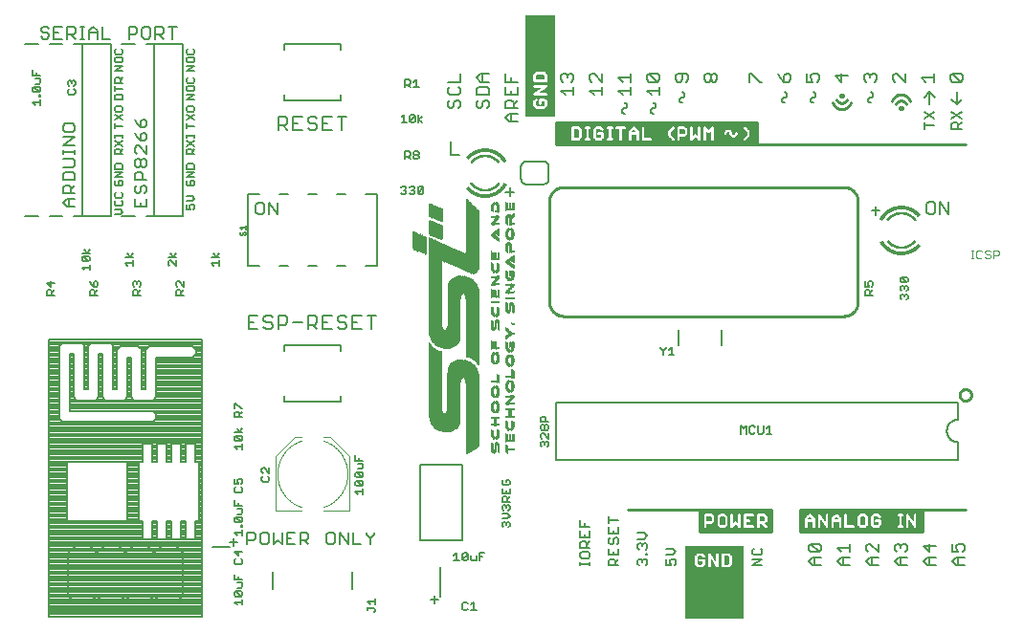
<source format=gto>
G75*
%MOIN*%
%OFA0B0*%
%FSLAX25Y25*%
%IPPOS*%
%LPD*%
%AMOC8*
5,1,8,0,0,1.08239X$1,22.5*
%
%ADD10C,0.00700*%
%ADD11C,0.01000*%
%ADD12C,0.00800*%
%ADD13C,0.00600*%
%ADD14C,0.00400*%
%ADD15C,0.00500*%
%ADD16C,0.00060*%
%ADD17C,0.00100*%
%ADD18C,0.00200*%
%ADD19R,0.53750X0.02875*%
%ADD20R,0.00080X0.00720*%
%ADD21R,0.00080X0.00720*%
%ADD22R,0.00080X0.00880*%
%ADD23R,0.00080X0.02480*%
%ADD24R,0.00080X0.01680*%
%ADD25R,0.00080X0.00800*%
%ADD26R,0.00080X0.00880*%
%ADD27R,0.00080X0.00400*%
%ADD28R,0.00080X0.01440*%
%ADD29R,0.00080X0.02480*%
%ADD30R,0.00080X0.02240*%
%ADD31R,0.00080X0.02880*%
%ADD32R,0.00080X0.02160*%
%ADD33R,0.00080X0.01120*%
%ADD34R,0.00080X0.02720*%
%ADD35R,0.00080X0.01520*%
%ADD36R,0.00080X0.01360*%
%ADD37R,0.00080X0.02560*%
%ADD38R,0.00080X0.00960*%
%ADD39R,0.00080X0.02560*%
%ADD40R,0.00080X0.02080*%
%ADD41R,0.00080X0.00960*%
%ADD42R,0.00080X0.00880*%
%ADD43R,0.00080X0.00640*%
%ADD44R,0.00080X0.02160*%
%ADD45R,0.00080X0.02160*%
%ADD46R,0.00080X0.00800*%
%ADD47R,0.00080X0.03120*%
%ADD48R,0.00080X0.01200*%
%ADD49R,0.00080X0.02640*%
%ADD50R,0.00080X0.00880*%
%ADD51R,0.00080X0.01360*%
%ADD52R,0.00080X0.02400*%
%ADD53R,0.00080X0.02720*%
%ADD54R,0.00080X0.03280*%
%ADD55R,0.00080X0.00960*%
%ADD56R,0.00080X0.02640*%
%ADD57R,0.00080X0.00960*%
%ADD58R,0.00080X0.02800*%
%ADD59R,0.00080X0.02720*%
%ADD60R,0.00080X0.02880*%
%ADD61R,0.00080X0.03280*%
%ADD62R,0.00080X0.01120*%
%ADD63R,0.00080X0.01360*%
%ADD64R,0.00080X0.02800*%
%ADD65R,0.00080X0.01120*%
%ADD66R,0.00080X0.03120*%
%ADD67R,0.00080X0.03040*%
%ADD68R,0.00080X0.01040*%
%ADD69R,0.00080X0.01120*%
%ADD70R,0.00080X0.02320*%
%ADD71R,0.00080X0.02960*%
%ADD72R,0.00080X0.01200*%
%ADD73R,0.00080X0.03280*%
%ADD74R,0.00080X0.03120*%
%ADD75R,0.00080X0.02880*%
%ADD76R,0.00080X0.01280*%
%ADD77R,0.00080X0.03440*%
%ADD78R,0.00080X0.02880*%
%ADD79R,0.00080X0.03520*%
%ADD80R,0.00080X0.03200*%
%ADD81R,0.00080X0.03360*%
%ADD82R,0.00080X0.01440*%
%ADD83R,0.00080X0.03600*%
%ADD84R,0.00080X0.02960*%
%ADD85R,0.00080X0.02000*%
%ADD86R,0.00080X0.03360*%
%ADD87R,0.00080X0.01520*%
%ADD88R,0.00080X0.03760*%
%ADD89R,0.00080X0.03040*%
%ADD90R,0.00080X0.03760*%
%ADD91R,0.00080X0.01920*%
%ADD92R,0.00080X0.01600*%
%ADD93R,0.00080X0.03920*%
%ADD94R,0.00080X0.03840*%
%ADD95R,0.00080X0.01520*%
%ADD96R,0.00080X0.01760*%
%ADD97R,0.00080X0.03360*%
%ADD98R,0.00080X0.01280*%
%ADD99R,0.00080X0.01280*%
%ADD100R,0.00080X0.01600*%
%ADD101R,0.00080X0.01680*%
%ADD102R,0.00080X0.01840*%
%ADD103R,0.00080X0.01040*%
%ADD104R,0.00080X0.03280*%
%ADD105R,0.00080X0.01040*%
%ADD106R,0.00080X0.03440*%
%ADD107R,0.00080X0.02000*%
%ADD108R,0.00080X0.01040*%
%ADD109R,0.00080X0.03520*%
%ADD110R,0.00080X0.03200*%
%ADD111R,0.00080X0.02080*%
%ADD112R,0.00080X0.03520*%
%ADD113R,0.00080X0.03680*%
%ADD114R,0.00080X0.02240*%
%ADD115R,0.00080X0.03760*%
%ADD116R,0.00080X0.02240*%
%ADD117R,0.00080X0.01920*%
%ADD118R,0.00080X0.03360*%
%ADD119R,0.00080X0.02320*%
%ADD120R,0.00080X0.03680*%
%ADD121R,0.00080X0.01920*%
%ADD122R,0.00080X0.02240*%
%ADD123R,0.00080X0.02080*%
%ADD124R,0.00080X0.02160*%
%ADD125R,0.00080X0.02320*%
%ADD126R,0.00080X0.02080*%
%ADD127R,0.00080X0.01760*%
%ADD128R,0.00080X0.01840*%
%ADD129R,0.00080X0.01680*%
%ADD130R,0.00080X0.01680*%
%ADD131R,0.00080X0.01840*%
%ADD132R,0.00080X0.02960*%
%ADD133R,0.00080X0.01520*%
%ADD134R,0.00080X0.03920*%
%ADD135R,0.00080X0.03680*%
%ADD136R,0.00080X0.01440*%
%ADD137R,0.00080X0.03760*%
%ADD138R,0.00080X0.02960*%
%ADD139R,0.00080X0.03600*%
%ADD140R,0.00080X0.01280*%
%ADD141R,0.00080X0.03520*%
%ADD142R,0.00080X0.00720*%
%ADD143R,0.00080X0.02480*%
%ADD144R,0.00080X0.00320*%
%ADD145R,0.00080X0.00320*%
%ADD146R,0.00080X0.01920*%
%ADD147R,0.00080X0.00560*%
%ADD148R,0.00080X0.01840*%
%ADD149R,0.00080X0.02320*%
%ADD150R,0.00080X0.02720*%
%ADD151R,0.00080X0.03120*%
%ADD152R,0.00080X0.02400*%
%ADD153R,0.00080X0.03680*%
%ADD154R,0.00080X0.03440*%
%ADD155R,0.00080X0.03840*%
%ADD156R,0.00080X0.03920*%
%ADD157R,0.00080X0.03840*%
%ADD158R,0.00080X0.03440*%
%ADD159R,0.00080X0.02560*%
%ADD160R,0.00080X0.01760*%
%ADD161R,0.00080X0.03040*%
%ADD162R,0.00080X0.03920*%
%ADD163R,0.00080X0.03040*%
%ADD164R,0.00080X0.01360*%
%ADD165R,0.00080X0.02480*%
%ADD166R,0.00080X0.00560*%
%ADD167R,0.00080X0.00080*%
%ADD168R,0.00080X0.25120*%
%ADD169R,0.00080X0.24960*%
%ADD170R,0.00080X0.26000*%
%ADD171R,0.00080X0.20000*%
%ADD172R,0.00080X0.25520*%
%ADD173R,0.00080X0.26400*%
%ADD174R,0.00080X0.20400*%
%ADD175R,0.00080X0.26560*%
%ADD176R,0.00080X0.20720*%
%ADD177R,0.00080X0.26720*%
%ADD178R,0.00080X0.20960*%
%ADD179R,0.00080X0.26640*%
%ADD180R,0.00080X0.26880*%
%ADD181R,0.00080X0.21200*%
%ADD182R,0.00080X0.26960*%
%ADD183R,0.00080X0.26880*%
%ADD184R,0.00080X0.21360*%
%ADD185R,0.00080X0.27120*%
%ADD186R,0.00080X0.27040*%
%ADD187R,0.00080X0.21600*%
%ADD188R,0.00080X0.27360*%
%ADD189R,0.00080X0.27120*%
%ADD190R,0.00080X0.21760*%
%ADD191R,0.00080X0.27520*%
%ADD192R,0.00080X0.27120*%
%ADD193R,0.00080X0.21920*%
%ADD194R,0.00080X0.27760*%
%ADD195R,0.00080X0.27200*%
%ADD196R,0.00080X0.22080*%
%ADD197R,0.00080X0.27920*%
%ADD198R,0.00080X0.27200*%
%ADD199R,0.00080X0.22240*%
%ADD200R,0.00080X0.28080*%
%ADD201R,0.00080X0.22400*%
%ADD202R,0.00080X0.28240*%
%ADD203R,0.00080X0.27280*%
%ADD204R,0.00080X0.22560*%
%ADD205R,0.00080X0.28400*%
%ADD206R,0.00080X0.27280*%
%ADD207R,0.00080X0.22720*%
%ADD208R,0.00080X0.28560*%
%ADD209R,0.00080X0.27360*%
%ADD210R,0.00080X0.22800*%
%ADD211R,0.00080X0.28720*%
%ADD212R,0.00080X0.22960*%
%ADD213R,0.00080X0.28880*%
%ADD214R,0.00080X0.27440*%
%ADD215R,0.00080X0.23040*%
%ADD216R,0.00080X0.28960*%
%ADD217R,0.00080X0.27440*%
%ADD218R,0.00080X0.23200*%
%ADD219R,0.00080X0.29200*%
%ADD220R,0.00080X0.23280*%
%ADD221R,0.00080X0.29360*%
%ADD222R,0.00080X0.27520*%
%ADD223R,0.00080X0.23440*%
%ADD224R,0.00080X0.29440*%
%ADD225R,0.00080X0.27600*%
%ADD226R,0.00080X0.23520*%
%ADD227R,0.00080X0.29600*%
%ADD228R,0.00080X0.27600*%
%ADD229R,0.00080X0.23680*%
%ADD230R,0.00080X0.29680*%
%ADD231R,0.00080X0.23760*%
%ADD232R,0.00080X0.29840*%
%ADD233R,0.00080X0.27680*%
%ADD234R,0.00080X0.23840*%
%ADD235R,0.00080X0.29920*%
%ADD236R,0.00080X0.27680*%
%ADD237R,0.00080X0.23920*%
%ADD238R,0.00080X0.30080*%
%ADD239R,0.00080X0.27680*%
%ADD240R,0.00080X0.24000*%
%ADD241R,0.00080X0.30240*%
%ADD242R,0.00080X0.27760*%
%ADD243R,0.00080X0.24080*%
%ADD244R,0.00080X0.30320*%
%ADD245R,0.00080X0.27760*%
%ADD246R,0.00080X0.24160*%
%ADD247R,0.00080X0.30480*%
%ADD248R,0.00080X0.24240*%
%ADD249R,0.00080X0.30560*%
%ADD250R,0.00080X0.24320*%
%ADD251R,0.00080X0.30720*%
%ADD252R,0.00080X0.24320*%
%ADD253R,0.00080X0.30720*%
%ADD254R,0.00080X0.27840*%
%ADD255R,0.00080X0.24400*%
%ADD256R,0.00080X0.30880*%
%ADD257R,0.00080X0.27840*%
%ADD258R,0.00080X0.24480*%
%ADD259R,0.00080X0.31040*%
%ADD260R,0.00080X0.24480*%
%ADD261R,0.00080X0.27920*%
%ADD262R,0.00080X0.24560*%
%ADD263R,0.00080X0.31200*%
%ADD264R,0.00080X0.24560*%
%ADD265R,0.00080X0.31280*%
%ADD266R,0.00080X0.27920*%
%ADD267R,0.00080X0.24640*%
%ADD268R,0.00080X0.31360*%
%ADD269R,0.00080X0.27920*%
%ADD270R,0.00080X0.24640*%
%ADD271R,0.00080X0.31440*%
%ADD272R,0.00080X0.24720*%
%ADD273R,0.00080X0.31520*%
%ADD274R,0.00080X0.24800*%
%ADD275R,0.00080X0.31600*%
%ADD276R,0.00080X0.24800*%
%ADD277R,0.00080X0.31680*%
%ADD278R,0.00080X0.24880*%
%ADD279R,0.00080X0.31840*%
%ADD280R,0.00080X0.28000*%
%ADD281R,0.00080X0.24880*%
%ADD282R,0.00080X0.31840*%
%ADD283R,0.00080X0.28000*%
%ADD284R,0.00080X0.24960*%
%ADD285R,0.00080X0.32000*%
%ADD286R,0.00080X0.32000*%
%ADD287R,0.00080X0.25040*%
%ADD288R,0.00080X0.32080*%
%ADD289R,0.00080X0.28080*%
%ADD290R,0.00080X0.32160*%
%ADD291R,0.00080X0.28080*%
%ADD292R,0.00080X0.25120*%
%ADD293R,0.00080X0.32240*%
%ADD294R,0.00080X0.25200*%
%ADD295R,0.00080X0.32320*%
%ADD296R,0.00080X0.32400*%
%ADD297R,0.00080X0.28080*%
%ADD298R,0.00080X0.25280*%
%ADD299R,0.00080X0.32480*%
%ADD300R,0.00080X0.25360*%
%ADD301R,0.00080X0.32480*%
%ADD302R,0.00080X0.25280*%
%ADD303R,0.00080X0.32640*%
%ADD304R,0.00080X0.28160*%
%ADD305R,0.00080X0.06640*%
%ADD306R,0.00080X0.06480*%
%ADD307R,0.00080X0.32720*%
%ADD308R,0.00080X0.08640*%
%ADD309R,0.00080X0.06400*%
%ADD310R,0.00080X0.08000*%
%ADD311R,0.00080X0.07680*%
%ADD312R,0.00080X0.06320*%
%ADD313R,0.00080X0.07520*%
%ADD314R,0.00080X0.07280*%
%ADD315R,0.00080X0.06320*%
%ADD316R,0.00080X0.07200*%
%ADD317R,0.00080X0.07040*%
%ADD318R,0.00080X0.06400*%
%ADD319R,0.00080X0.06960*%
%ADD320R,0.00080X0.06880*%
%ADD321R,0.00080X0.06320*%
%ADD322R,0.00080X0.06800*%
%ADD323R,0.00080X0.06720*%
%ADD324R,0.00080X0.06320*%
%ADD325R,0.00080X0.06640*%
%ADD326R,0.00080X0.06560*%
%ADD327R,0.00080X0.06240*%
%ADD328R,0.00080X0.06480*%
%ADD329R,0.00080X0.06240*%
%ADD330R,0.00080X0.06240*%
%ADD331R,0.00080X0.06480*%
%ADD332R,0.00080X0.06560*%
%ADD333R,0.00080X0.06640*%
%ADD334R,0.00080X0.06720*%
%ADD335R,0.00080X0.06800*%
%ADD336R,0.00080X0.06880*%
%ADD337R,0.00080X0.06960*%
%ADD338R,0.00080X0.07040*%
%ADD339R,0.00080X0.07280*%
%ADD340R,0.00080X0.07440*%
%ADD341R,0.00080X0.07600*%
%ADD342R,0.00080X0.07920*%
%ADD343R,0.00080X0.08320*%
%ADD344R,0.00080X0.12800*%
%ADD345R,0.00080X0.21520*%
%ADD346R,0.00080X0.21920*%
%ADD347R,0.00080X0.22080*%
%ADD348R,0.00080X0.22320*%
%ADD349R,0.00080X0.22560*%
%ADD350R,0.00080X0.22640*%
%ADD351R,0.00080X0.22720*%
%ADD352R,0.00080X0.22800*%
%ADD353R,0.00080X0.22880*%
%ADD354R,0.00080X0.22960*%
%ADD355R,0.00080X0.23040*%
%ADD356R,0.00080X0.23120*%
%ADD357R,0.00080X0.23200*%
%ADD358R,0.00080X0.23360*%
%ADD359R,0.00080X0.23440*%
%ADD360R,0.00080X0.23520*%
%ADD361R,0.00080X0.23600*%
%ADD362R,0.00080X0.23760*%
%ADD363R,0.00080X0.23680*%
%ADD364R,0.00080X0.23760*%
%ADD365R,0.00080X0.23840*%
%ADD366R,0.00080X0.23920*%
%ADD367R,0.00080X0.24000*%
%ADD368R,0.00080X0.24080*%
%ADD369R,0.00080X0.24080*%
%ADD370R,0.00080X0.24160*%
%ADD371R,0.00080X0.24240*%
%ADD372R,0.00080X0.24240*%
%ADD373R,0.00080X0.24320*%
%ADD374R,0.00080X0.24320*%
%ADD375R,0.00080X0.24240*%
%ADD376R,0.00080X0.06240*%
%ADD377R,0.00080X0.24160*%
%ADD378R,0.00080X0.23920*%
%ADD379R,0.00080X0.23920*%
%ADD380R,0.00080X0.23840*%
%ADD381R,0.00080X0.23360*%
%ADD382R,0.00080X0.23120*%
%ADD383R,0.00080X0.23120*%
%ADD384R,0.00080X0.22960*%
%ADD385R,0.00080X0.22880*%
%ADD386R,0.00080X0.22720*%
%ADD387R,0.00080X0.22480*%
%ADD388R,0.00080X0.22320*%
%ADD389R,0.00080X0.22160*%
%ADD390R,0.00080X0.21920*%
%ADD391R,0.00080X0.21440*%
%ADD392R,0.00080X0.07920*%
%ADD393R,0.00080X0.07760*%
%ADD394R,0.00080X0.07600*%
%ADD395R,0.00080X0.07520*%
%ADD396R,0.00080X0.07360*%
%ADD397R,0.00080X0.07120*%
%ADD398R,0.00080X0.06960*%
%ADD399R,0.00080X0.06880*%
%ADD400R,0.00080X0.06720*%
%ADD401R,0.00080X0.06560*%
%ADD402R,0.00080X0.06480*%
%ADD403R,0.00080X0.07120*%
%ADD404R,0.00080X0.07280*%
%ADD405R,0.00080X0.04960*%
%ADD406R,0.00080X0.04880*%
%ADD407R,0.00080X0.04960*%
%ADD408R,0.00080X0.36640*%
%ADD409R,0.00080X0.04880*%
%ADD410R,0.00080X0.36640*%
%ADD411R,0.00080X0.05040*%
%ADD412R,0.00080X0.04960*%
%ADD413R,0.00080X0.36720*%
%ADD414R,0.00080X0.04960*%
%ADD415R,0.00080X0.36720*%
%ADD416R,0.00080X0.05040*%
%ADD417R,0.00080X0.36720*%
%ADD418R,0.00080X0.36720*%
%ADD419R,0.00080X0.36640*%
%ADD420R,0.00080X0.27840*%
%ADD421R,0.00080X0.36560*%
%ADD422R,0.00080X0.36560*%
%ADD423R,0.00080X0.36560*%
%ADD424R,0.00080X0.36480*%
%ADD425R,0.00080X0.36400*%
%ADD426R,0.00080X0.36400*%
%ADD427R,0.00080X0.36320*%
%ADD428R,0.00080X0.27680*%
%ADD429R,0.00080X0.36320*%
%ADD430R,0.00080X0.36240*%
%ADD431R,0.00080X0.36240*%
%ADD432R,0.00080X0.36160*%
%ADD433R,0.00080X0.36080*%
%ADD434R,0.00080X0.27520*%
%ADD435R,0.00080X0.36000*%
%ADD436R,0.00080X0.35920*%
%ADD437R,0.00080X0.35840*%
%ADD438R,0.00080X0.27440*%
%ADD439R,0.00080X0.35760*%
%ADD440R,0.00080X0.35680*%
%ADD441R,0.00080X0.27280*%
%ADD442R,0.00080X0.35600*%
%ADD443R,0.00080X0.05040*%
%ADD444R,0.00080X0.27280*%
%ADD445R,0.00080X0.35440*%
%ADD446R,0.00080X0.35360*%
%ADD447R,0.00080X0.35200*%
%ADD448R,0.00080X0.35120*%
%ADD449R,0.00080X0.27040*%
%ADD450R,0.00080X0.34960*%
%ADD451R,0.00080X0.26960*%
%ADD452R,0.00080X0.34880*%
%ADD453R,0.00080X0.34720*%
%ADD454R,0.00080X0.34480*%
%ADD455R,0.00080X0.26560*%
%ADD456R,0.00080X0.34320*%
%ADD457R,0.00080X0.26240*%
%ADD458R,0.00080X0.34080*%
%ADD459R,0.00080X0.25840*%
%ADD460R,0.00080X0.33760*%
%ADD461R,0.00080X0.33280*%
D10*
X0082330Y0034198D02*
X0082330Y0038502D01*
X0084482Y0038502D01*
X0085199Y0037785D01*
X0085199Y0036350D01*
X0084482Y0035633D01*
X0082330Y0035633D01*
X0086934Y0034916D02*
X0087652Y0034198D01*
X0089086Y0034198D01*
X0089803Y0034916D01*
X0089803Y0037785D01*
X0089086Y0038502D01*
X0087652Y0038502D01*
X0086934Y0037785D01*
X0086934Y0034916D01*
X0091538Y0034198D02*
X0091538Y0038502D01*
X0094407Y0038502D02*
X0094407Y0034198D01*
X0092973Y0035633D01*
X0091538Y0034198D01*
X0096142Y0034198D02*
X0099011Y0034198D01*
X0100746Y0034198D02*
X0100746Y0038502D01*
X0102898Y0038502D01*
X0103615Y0037785D01*
X0103615Y0036350D01*
X0102898Y0035633D01*
X0100746Y0035633D01*
X0102181Y0035633D02*
X0103615Y0034198D01*
X0099011Y0038502D02*
X0096142Y0038502D01*
X0096142Y0034198D01*
X0096142Y0036350D02*
X0097577Y0036350D01*
X0109954Y0034916D02*
X0110671Y0034198D01*
X0112106Y0034198D01*
X0112823Y0034916D01*
X0112823Y0037785D01*
X0112106Y0038502D01*
X0110671Y0038502D01*
X0109954Y0037785D01*
X0109954Y0034916D01*
X0114558Y0034198D02*
X0114558Y0038502D01*
X0117427Y0034198D01*
X0117427Y0038502D01*
X0119162Y0038502D02*
X0119162Y0034198D01*
X0122031Y0034198D01*
X0125200Y0034198D02*
X0125200Y0036350D01*
X0126635Y0037785D01*
X0126635Y0038502D01*
X0125200Y0036350D02*
X0123766Y0037785D01*
X0123766Y0038502D01*
X0092823Y0149198D02*
X0092823Y0153502D01*
X0089954Y0153502D02*
X0092823Y0149198D01*
X0089954Y0149198D02*
X0089954Y0153502D01*
X0088219Y0152785D02*
X0087502Y0153502D01*
X0086067Y0153502D01*
X0085350Y0152785D01*
X0085350Y0149916D01*
X0086067Y0149198D01*
X0087502Y0149198D01*
X0088219Y0149916D01*
X0088219Y0152785D01*
D11*
X0187500Y0153848D02*
X0187500Y0118848D01*
X0187502Y0118708D01*
X0187508Y0118568D01*
X0187518Y0118428D01*
X0187531Y0118288D01*
X0187549Y0118149D01*
X0187571Y0118010D01*
X0187596Y0117873D01*
X0187625Y0117735D01*
X0187658Y0117599D01*
X0187695Y0117464D01*
X0187736Y0117330D01*
X0187781Y0117197D01*
X0187829Y0117065D01*
X0187881Y0116935D01*
X0187936Y0116806D01*
X0187995Y0116679D01*
X0188058Y0116553D01*
X0188124Y0116429D01*
X0188193Y0116308D01*
X0188266Y0116188D01*
X0188343Y0116070D01*
X0188422Y0115955D01*
X0188505Y0115841D01*
X0188591Y0115731D01*
X0188680Y0115622D01*
X0188772Y0115516D01*
X0188867Y0115413D01*
X0188964Y0115312D01*
X0189065Y0115215D01*
X0189168Y0115120D01*
X0189274Y0115028D01*
X0189383Y0114939D01*
X0189493Y0114853D01*
X0189607Y0114770D01*
X0189722Y0114691D01*
X0189840Y0114614D01*
X0189960Y0114541D01*
X0190081Y0114472D01*
X0190205Y0114406D01*
X0190331Y0114343D01*
X0190458Y0114284D01*
X0190587Y0114229D01*
X0190717Y0114177D01*
X0190849Y0114129D01*
X0190982Y0114084D01*
X0191116Y0114043D01*
X0191251Y0114006D01*
X0191387Y0113973D01*
X0191525Y0113944D01*
X0191662Y0113919D01*
X0191801Y0113897D01*
X0191940Y0113879D01*
X0192080Y0113866D01*
X0192220Y0113856D01*
X0192360Y0113850D01*
X0192500Y0113848D01*
X0290000Y0113848D01*
X0290140Y0113850D01*
X0290280Y0113856D01*
X0290420Y0113866D01*
X0290560Y0113879D01*
X0290699Y0113897D01*
X0290838Y0113919D01*
X0290975Y0113944D01*
X0291113Y0113973D01*
X0291249Y0114006D01*
X0291384Y0114043D01*
X0291518Y0114084D01*
X0291651Y0114129D01*
X0291783Y0114177D01*
X0291913Y0114229D01*
X0292042Y0114284D01*
X0292169Y0114343D01*
X0292295Y0114406D01*
X0292419Y0114472D01*
X0292540Y0114541D01*
X0292660Y0114614D01*
X0292778Y0114691D01*
X0292893Y0114770D01*
X0293007Y0114853D01*
X0293117Y0114939D01*
X0293226Y0115028D01*
X0293332Y0115120D01*
X0293435Y0115215D01*
X0293536Y0115312D01*
X0293633Y0115413D01*
X0293728Y0115516D01*
X0293820Y0115622D01*
X0293909Y0115731D01*
X0293995Y0115841D01*
X0294078Y0115955D01*
X0294157Y0116070D01*
X0294234Y0116188D01*
X0294307Y0116308D01*
X0294376Y0116429D01*
X0294442Y0116553D01*
X0294505Y0116679D01*
X0294564Y0116806D01*
X0294619Y0116935D01*
X0294671Y0117065D01*
X0294719Y0117197D01*
X0294764Y0117330D01*
X0294805Y0117464D01*
X0294842Y0117599D01*
X0294875Y0117735D01*
X0294904Y0117873D01*
X0294929Y0118010D01*
X0294951Y0118149D01*
X0294969Y0118288D01*
X0294982Y0118428D01*
X0294992Y0118568D01*
X0294998Y0118708D01*
X0295000Y0118848D01*
X0295000Y0153848D01*
X0294998Y0153988D01*
X0294992Y0154128D01*
X0294982Y0154268D01*
X0294969Y0154408D01*
X0294951Y0154547D01*
X0294929Y0154686D01*
X0294904Y0154823D01*
X0294875Y0154961D01*
X0294842Y0155097D01*
X0294805Y0155232D01*
X0294764Y0155366D01*
X0294719Y0155499D01*
X0294671Y0155631D01*
X0294619Y0155761D01*
X0294564Y0155890D01*
X0294505Y0156017D01*
X0294442Y0156143D01*
X0294376Y0156267D01*
X0294307Y0156388D01*
X0294234Y0156508D01*
X0294157Y0156626D01*
X0294078Y0156741D01*
X0293995Y0156855D01*
X0293909Y0156965D01*
X0293820Y0157074D01*
X0293728Y0157180D01*
X0293633Y0157283D01*
X0293536Y0157384D01*
X0293435Y0157481D01*
X0293332Y0157576D01*
X0293226Y0157668D01*
X0293117Y0157757D01*
X0293007Y0157843D01*
X0292893Y0157926D01*
X0292778Y0158005D01*
X0292660Y0158082D01*
X0292540Y0158155D01*
X0292419Y0158224D01*
X0292295Y0158290D01*
X0292169Y0158353D01*
X0292042Y0158412D01*
X0291913Y0158467D01*
X0291783Y0158519D01*
X0291651Y0158567D01*
X0291518Y0158612D01*
X0291384Y0158653D01*
X0291249Y0158690D01*
X0291113Y0158723D01*
X0290975Y0158752D01*
X0290838Y0158777D01*
X0290699Y0158799D01*
X0290560Y0158817D01*
X0290420Y0158830D01*
X0290280Y0158840D01*
X0290140Y0158846D01*
X0290000Y0158848D01*
X0192500Y0158848D01*
X0192360Y0158846D01*
X0192220Y0158840D01*
X0192080Y0158830D01*
X0191940Y0158817D01*
X0191801Y0158799D01*
X0191662Y0158777D01*
X0191525Y0158752D01*
X0191387Y0158723D01*
X0191251Y0158690D01*
X0191116Y0158653D01*
X0190982Y0158612D01*
X0190849Y0158567D01*
X0190717Y0158519D01*
X0190587Y0158467D01*
X0190458Y0158412D01*
X0190331Y0158353D01*
X0190205Y0158290D01*
X0190081Y0158224D01*
X0189960Y0158155D01*
X0189840Y0158082D01*
X0189722Y0158005D01*
X0189607Y0157926D01*
X0189493Y0157843D01*
X0189383Y0157757D01*
X0189274Y0157668D01*
X0189168Y0157576D01*
X0189065Y0157481D01*
X0188964Y0157384D01*
X0188867Y0157283D01*
X0188772Y0157180D01*
X0188680Y0157074D01*
X0188591Y0156965D01*
X0188505Y0156855D01*
X0188422Y0156741D01*
X0188343Y0156626D01*
X0188266Y0156508D01*
X0188193Y0156388D01*
X0188124Y0156267D01*
X0188058Y0156143D01*
X0187995Y0156017D01*
X0187936Y0155890D01*
X0187881Y0155761D01*
X0187829Y0155631D01*
X0187781Y0155499D01*
X0187736Y0155366D01*
X0187695Y0155232D01*
X0187658Y0155097D01*
X0187625Y0154961D01*
X0187596Y0154823D01*
X0187571Y0154686D01*
X0187549Y0154547D01*
X0187531Y0154408D01*
X0187518Y0154268D01*
X0187508Y0154128D01*
X0187502Y0153988D01*
X0187500Y0153848D01*
X0190000Y0173848D02*
X0190000Y0181348D01*
X0260000Y0181348D01*
X0260000Y0173848D01*
X0332500Y0173848D01*
X0309558Y0186348D02*
X0309560Y0186389D01*
X0309566Y0186430D01*
X0309575Y0186471D01*
X0309589Y0186510D01*
X0309606Y0186548D01*
X0309626Y0186584D01*
X0309650Y0186618D01*
X0309677Y0186649D01*
X0309706Y0186678D01*
X0309739Y0186704D01*
X0309773Y0186727D01*
X0309810Y0186747D01*
X0309848Y0186763D01*
X0309887Y0186775D01*
X0309928Y0186784D01*
X0309969Y0186789D01*
X0310010Y0186790D01*
X0310052Y0186787D01*
X0310093Y0186780D01*
X0310133Y0186770D01*
X0310172Y0186755D01*
X0310209Y0186738D01*
X0310244Y0186716D01*
X0310278Y0186692D01*
X0310309Y0186664D01*
X0310337Y0186634D01*
X0310362Y0186601D01*
X0310384Y0186566D01*
X0310403Y0186529D01*
X0310418Y0186490D01*
X0310430Y0186451D01*
X0310438Y0186410D01*
X0310442Y0186369D01*
X0310442Y0186327D01*
X0310438Y0186286D01*
X0310430Y0186245D01*
X0310418Y0186206D01*
X0310403Y0186167D01*
X0310384Y0186130D01*
X0310362Y0186095D01*
X0310337Y0186062D01*
X0310309Y0186032D01*
X0310278Y0186004D01*
X0310244Y0185980D01*
X0310209Y0185958D01*
X0310172Y0185941D01*
X0310133Y0185926D01*
X0310093Y0185916D01*
X0310052Y0185909D01*
X0310010Y0185906D01*
X0309969Y0185907D01*
X0309928Y0185912D01*
X0309887Y0185921D01*
X0309848Y0185933D01*
X0309810Y0185949D01*
X0309773Y0185969D01*
X0309739Y0185992D01*
X0309706Y0186018D01*
X0309677Y0186047D01*
X0309650Y0186078D01*
X0309626Y0186112D01*
X0309606Y0186148D01*
X0309589Y0186186D01*
X0309575Y0186225D01*
X0309566Y0186266D01*
X0309560Y0186307D01*
X0309558Y0186348D01*
X0308125Y0187598D02*
X0308155Y0187681D01*
X0308189Y0187762D01*
X0308226Y0187842D01*
X0308266Y0187921D01*
X0308310Y0187997D01*
X0308357Y0188071D01*
X0308408Y0188144D01*
X0308462Y0188213D01*
X0308519Y0188281D01*
X0308578Y0188345D01*
X0308641Y0188408D01*
X0308706Y0188467D01*
X0308774Y0188523D01*
X0308845Y0188576D01*
X0308917Y0188626D01*
X0308992Y0188673D01*
X0309069Y0188716D01*
X0309147Y0188756D01*
X0309228Y0188792D01*
X0309310Y0188825D01*
X0309393Y0188853D01*
X0309477Y0188879D01*
X0309563Y0188900D01*
X0309649Y0188918D01*
X0309736Y0188931D01*
X0309824Y0188941D01*
X0309912Y0188947D01*
X0310000Y0188949D01*
X0310088Y0188947D01*
X0310176Y0188941D01*
X0310264Y0188931D01*
X0310351Y0188918D01*
X0310437Y0188900D01*
X0310523Y0188879D01*
X0310607Y0188853D01*
X0310690Y0188825D01*
X0310772Y0188792D01*
X0310853Y0188756D01*
X0310931Y0188716D01*
X0311008Y0188673D01*
X0311083Y0188626D01*
X0311155Y0188576D01*
X0311226Y0188523D01*
X0311294Y0188467D01*
X0311359Y0188408D01*
X0311422Y0188345D01*
X0311481Y0188281D01*
X0311538Y0188213D01*
X0311592Y0188144D01*
X0311643Y0188071D01*
X0311690Y0187997D01*
X0311734Y0187921D01*
X0311774Y0187842D01*
X0311811Y0187762D01*
X0311845Y0187681D01*
X0311875Y0187598D01*
X0313125Y0188849D02*
X0313087Y0188956D01*
X0313045Y0189063D01*
X0313000Y0189168D01*
X0312951Y0189271D01*
X0312898Y0189372D01*
X0312842Y0189472D01*
X0312783Y0189570D01*
X0312720Y0189665D01*
X0312654Y0189758D01*
X0312585Y0189849D01*
X0312512Y0189938D01*
X0312437Y0190023D01*
X0312358Y0190107D01*
X0312277Y0190187D01*
X0312193Y0190265D01*
X0312107Y0190339D01*
X0312018Y0190411D01*
X0311926Y0190479D01*
X0311832Y0190544D01*
X0311736Y0190606D01*
X0311638Y0190665D01*
X0311538Y0190720D01*
X0311436Y0190772D01*
X0311332Y0190820D01*
X0311227Y0190864D01*
X0311120Y0190905D01*
X0311012Y0190942D01*
X0310903Y0190975D01*
X0310792Y0191004D01*
X0310681Y0191030D01*
X0310569Y0191052D01*
X0310456Y0191069D01*
X0310342Y0191083D01*
X0310228Y0191093D01*
X0310114Y0191099D01*
X0310000Y0191101D01*
X0309886Y0191099D01*
X0309772Y0191093D01*
X0309658Y0191083D01*
X0309544Y0191069D01*
X0309431Y0191052D01*
X0309319Y0191030D01*
X0309208Y0191004D01*
X0309097Y0190975D01*
X0308988Y0190942D01*
X0308880Y0190905D01*
X0308773Y0190864D01*
X0308668Y0190820D01*
X0308564Y0190772D01*
X0308462Y0190720D01*
X0308362Y0190665D01*
X0308264Y0190606D01*
X0308168Y0190544D01*
X0308074Y0190479D01*
X0307982Y0190411D01*
X0307893Y0190339D01*
X0307807Y0190265D01*
X0307723Y0190187D01*
X0307642Y0190107D01*
X0307563Y0190023D01*
X0307488Y0189938D01*
X0307415Y0189849D01*
X0307346Y0189758D01*
X0307280Y0189665D01*
X0307217Y0189570D01*
X0307158Y0189472D01*
X0307102Y0189372D01*
X0307049Y0189271D01*
X0307000Y0189168D01*
X0306955Y0189063D01*
X0306913Y0188956D01*
X0306875Y0188849D01*
X0292500Y0188223D02*
X0292462Y0188116D01*
X0292420Y0188009D01*
X0292375Y0187904D01*
X0292326Y0187801D01*
X0292273Y0187700D01*
X0292217Y0187600D01*
X0292158Y0187502D01*
X0292095Y0187407D01*
X0292029Y0187314D01*
X0291960Y0187223D01*
X0291887Y0187134D01*
X0291812Y0187049D01*
X0291733Y0186965D01*
X0291652Y0186885D01*
X0291568Y0186807D01*
X0291482Y0186733D01*
X0291393Y0186661D01*
X0291301Y0186593D01*
X0291207Y0186528D01*
X0291111Y0186466D01*
X0291013Y0186407D01*
X0290913Y0186352D01*
X0290811Y0186300D01*
X0290707Y0186252D01*
X0290602Y0186208D01*
X0290495Y0186167D01*
X0290387Y0186130D01*
X0290278Y0186097D01*
X0290167Y0186068D01*
X0290056Y0186042D01*
X0289944Y0186020D01*
X0289831Y0186003D01*
X0289717Y0185989D01*
X0289603Y0185979D01*
X0289489Y0185973D01*
X0289375Y0185971D01*
X0289261Y0185973D01*
X0289147Y0185979D01*
X0289033Y0185989D01*
X0288919Y0186003D01*
X0288806Y0186020D01*
X0288694Y0186042D01*
X0288583Y0186068D01*
X0288472Y0186097D01*
X0288363Y0186130D01*
X0288255Y0186167D01*
X0288148Y0186208D01*
X0288043Y0186252D01*
X0287939Y0186300D01*
X0287837Y0186352D01*
X0287737Y0186407D01*
X0287639Y0186466D01*
X0287543Y0186528D01*
X0287449Y0186593D01*
X0287357Y0186661D01*
X0287268Y0186733D01*
X0287182Y0186807D01*
X0287098Y0186885D01*
X0287017Y0186965D01*
X0286938Y0187049D01*
X0286863Y0187134D01*
X0286790Y0187223D01*
X0286721Y0187314D01*
X0286655Y0187407D01*
X0286592Y0187502D01*
X0286533Y0187600D01*
X0286477Y0187700D01*
X0286424Y0187801D01*
X0286375Y0187904D01*
X0286330Y0188009D01*
X0286288Y0188116D01*
X0286250Y0188223D01*
X0287500Y0189473D02*
X0287530Y0189390D01*
X0287564Y0189309D01*
X0287601Y0189229D01*
X0287641Y0189150D01*
X0287685Y0189074D01*
X0287732Y0189000D01*
X0287783Y0188927D01*
X0287837Y0188858D01*
X0287894Y0188790D01*
X0287953Y0188726D01*
X0288016Y0188663D01*
X0288081Y0188604D01*
X0288149Y0188548D01*
X0288220Y0188495D01*
X0288292Y0188445D01*
X0288367Y0188398D01*
X0288444Y0188355D01*
X0288522Y0188315D01*
X0288603Y0188279D01*
X0288685Y0188246D01*
X0288768Y0188218D01*
X0288852Y0188192D01*
X0288938Y0188171D01*
X0289024Y0188153D01*
X0289111Y0188140D01*
X0289199Y0188130D01*
X0289287Y0188124D01*
X0289375Y0188122D01*
X0289463Y0188124D01*
X0289551Y0188130D01*
X0289639Y0188140D01*
X0289726Y0188153D01*
X0289812Y0188171D01*
X0289898Y0188192D01*
X0289982Y0188218D01*
X0290065Y0188246D01*
X0290147Y0188279D01*
X0290228Y0188315D01*
X0290306Y0188355D01*
X0290383Y0188398D01*
X0290458Y0188445D01*
X0290530Y0188495D01*
X0290601Y0188548D01*
X0290669Y0188604D01*
X0290734Y0188663D01*
X0290797Y0188726D01*
X0290856Y0188790D01*
X0290913Y0188858D01*
X0290967Y0188927D01*
X0291018Y0189000D01*
X0291065Y0189074D01*
X0291109Y0189150D01*
X0291149Y0189229D01*
X0291186Y0189309D01*
X0291220Y0189390D01*
X0291250Y0189473D01*
X0288933Y0190723D02*
X0288935Y0190764D01*
X0288941Y0190805D01*
X0288950Y0190846D01*
X0288964Y0190885D01*
X0288981Y0190923D01*
X0289001Y0190959D01*
X0289025Y0190993D01*
X0289052Y0191024D01*
X0289081Y0191053D01*
X0289114Y0191079D01*
X0289148Y0191102D01*
X0289185Y0191122D01*
X0289223Y0191138D01*
X0289262Y0191150D01*
X0289303Y0191159D01*
X0289344Y0191164D01*
X0289385Y0191165D01*
X0289427Y0191162D01*
X0289468Y0191155D01*
X0289508Y0191145D01*
X0289547Y0191130D01*
X0289584Y0191113D01*
X0289619Y0191091D01*
X0289653Y0191067D01*
X0289684Y0191039D01*
X0289712Y0191009D01*
X0289737Y0190976D01*
X0289759Y0190941D01*
X0289778Y0190904D01*
X0289793Y0190865D01*
X0289805Y0190826D01*
X0289813Y0190785D01*
X0289817Y0190744D01*
X0289817Y0190702D01*
X0289813Y0190661D01*
X0289805Y0190620D01*
X0289793Y0190581D01*
X0289778Y0190542D01*
X0289759Y0190505D01*
X0289737Y0190470D01*
X0289712Y0190437D01*
X0289684Y0190407D01*
X0289653Y0190379D01*
X0289619Y0190355D01*
X0289584Y0190333D01*
X0289547Y0190316D01*
X0289508Y0190301D01*
X0289468Y0190291D01*
X0289427Y0190284D01*
X0289385Y0190281D01*
X0289344Y0190282D01*
X0289303Y0190287D01*
X0289262Y0190296D01*
X0289223Y0190308D01*
X0289185Y0190324D01*
X0289148Y0190344D01*
X0289114Y0190367D01*
X0289081Y0190393D01*
X0289052Y0190422D01*
X0289025Y0190453D01*
X0289001Y0190487D01*
X0288981Y0190523D01*
X0288964Y0190561D01*
X0288950Y0190600D01*
X0288941Y0190641D01*
X0288935Y0190682D01*
X0288933Y0190723D01*
X0260000Y0173848D02*
X0190000Y0173848D01*
X0330500Y0086348D02*
X0330502Y0086437D01*
X0330508Y0086526D01*
X0330518Y0086615D01*
X0330532Y0086703D01*
X0330549Y0086790D01*
X0330571Y0086876D01*
X0330597Y0086962D01*
X0330626Y0087046D01*
X0330659Y0087129D01*
X0330695Y0087210D01*
X0330736Y0087290D01*
X0330779Y0087367D01*
X0330826Y0087443D01*
X0330877Y0087516D01*
X0330930Y0087587D01*
X0330987Y0087656D01*
X0331047Y0087722D01*
X0331110Y0087786D01*
X0331175Y0087846D01*
X0331243Y0087904D01*
X0331314Y0087958D01*
X0331387Y0088009D01*
X0331462Y0088057D01*
X0331539Y0088102D01*
X0331618Y0088143D01*
X0331699Y0088180D01*
X0331781Y0088214D01*
X0331865Y0088245D01*
X0331950Y0088271D01*
X0332036Y0088294D01*
X0332123Y0088312D01*
X0332211Y0088327D01*
X0332300Y0088338D01*
X0332389Y0088345D01*
X0332478Y0088348D01*
X0332567Y0088347D01*
X0332656Y0088342D01*
X0332744Y0088333D01*
X0332833Y0088320D01*
X0332920Y0088303D01*
X0333007Y0088283D01*
X0333093Y0088258D01*
X0333177Y0088230D01*
X0333260Y0088198D01*
X0333342Y0088162D01*
X0333422Y0088123D01*
X0333500Y0088080D01*
X0333576Y0088034D01*
X0333650Y0087984D01*
X0333722Y0087931D01*
X0333791Y0087875D01*
X0333858Y0087816D01*
X0333922Y0087754D01*
X0333983Y0087690D01*
X0334042Y0087622D01*
X0334097Y0087552D01*
X0334149Y0087480D01*
X0334198Y0087405D01*
X0334243Y0087329D01*
X0334285Y0087250D01*
X0334323Y0087170D01*
X0334358Y0087088D01*
X0334389Y0087004D01*
X0334417Y0086919D01*
X0334440Y0086833D01*
X0334460Y0086746D01*
X0334476Y0086659D01*
X0334488Y0086570D01*
X0334496Y0086482D01*
X0334500Y0086393D01*
X0334500Y0086303D01*
X0334496Y0086214D01*
X0334488Y0086126D01*
X0334476Y0086037D01*
X0334460Y0085950D01*
X0334440Y0085863D01*
X0334417Y0085777D01*
X0334389Y0085692D01*
X0334358Y0085608D01*
X0334323Y0085526D01*
X0334285Y0085446D01*
X0334243Y0085367D01*
X0334198Y0085291D01*
X0334149Y0085216D01*
X0334097Y0085144D01*
X0334042Y0085074D01*
X0333983Y0085006D01*
X0333922Y0084942D01*
X0333858Y0084880D01*
X0333791Y0084821D01*
X0333722Y0084765D01*
X0333650Y0084712D01*
X0333576Y0084662D01*
X0333500Y0084616D01*
X0333422Y0084573D01*
X0333342Y0084534D01*
X0333260Y0084498D01*
X0333177Y0084466D01*
X0333093Y0084438D01*
X0333007Y0084413D01*
X0332920Y0084393D01*
X0332833Y0084376D01*
X0332744Y0084363D01*
X0332656Y0084354D01*
X0332567Y0084349D01*
X0332478Y0084348D01*
X0332389Y0084351D01*
X0332300Y0084358D01*
X0332211Y0084369D01*
X0332123Y0084384D01*
X0332036Y0084402D01*
X0331950Y0084425D01*
X0331865Y0084451D01*
X0331781Y0084482D01*
X0331699Y0084516D01*
X0331618Y0084553D01*
X0331539Y0084594D01*
X0331462Y0084639D01*
X0331387Y0084687D01*
X0331314Y0084738D01*
X0331243Y0084792D01*
X0331175Y0084850D01*
X0331110Y0084910D01*
X0331047Y0084974D01*
X0330987Y0085040D01*
X0330930Y0085109D01*
X0330877Y0085180D01*
X0330826Y0085253D01*
X0330779Y0085329D01*
X0330736Y0085406D01*
X0330695Y0085486D01*
X0330659Y0085567D01*
X0330626Y0085650D01*
X0330597Y0085734D01*
X0330571Y0085820D01*
X0330549Y0085906D01*
X0330532Y0085993D01*
X0330518Y0086081D01*
X0330508Y0086170D01*
X0330502Y0086259D01*
X0330500Y0086348D01*
X0332500Y0046348D02*
X0275000Y0046348D01*
X0275000Y0038848D01*
X0317500Y0038848D01*
X0317500Y0046348D01*
X0265000Y0046348D02*
X0265000Y0038848D01*
X0240000Y0038848D01*
X0240000Y0046348D01*
X0265000Y0046348D01*
X0240000Y0046348D02*
X0215000Y0046348D01*
D12*
X0013300Y0012748D02*
X0013300Y0009023D01*
X0066700Y0009023D01*
X0066700Y0012748D01*
X0013300Y0012748D01*
X0013300Y0013548D01*
X0066700Y0013548D01*
X0066700Y0012748D01*
X0066700Y0013548D02*
X0066700Y0014348D01*
X0013300Y0014348D01*
X0013300Y0015148D01*
X0066700Y0015148D01*
X0066700Y0014348D01*
X0066700Y0015148D02*
X0066700Y0015948D01*
X0013300Y0015948D01*
X0013300Y0016748D01*
X0066700Y0016748D01*
X0066700Y0015948D01*
X0066700Y0016748D02*
X0066700Y0017548D01*
X0013300Y0017548D01*
X0013300Y0018348D01*
X0066700Y0018348D01*
X0066700Y0017548D01*
X0066700Y0018348D02*
X0066700Y0019148D01*
X0013300Y0019148D01*
X0013300Y0019948D01*
X0066700Y0019948D01*
X0066700Y0019148D01*
X0066700Y0019948D02*
X0066700Y0020748D01*
X0013300Y0020748D01*
X0013300Y0021548D01*
X0066700Y0021548D01*
X0066700Y0020748D01*
X0066700Y0021548D02*
X0066700Y0022348D01*
X0013300Y0022348D01*
X0013300Y0023148D01*
X0066700Y0023148D01*
X0066700Y0022348D01*
X0066700Y0023148D02*
X0066700Y0023948D01*
X0013300Y0023948D01*
X0013300Y0024748D01*
X0066700Y0024748D01*
X0066700Y0023948D01*
X0066700Y0024748D02*
X0066700Y0025548D01*
X0013300Y0025548D01*
X0013300Y0026348D01*
X0066700Y0026348D01*
X0066700Y0025548D01*
X0066700Y0026348D02*
X0066700Y0027148D01*
X0013300Y0027148D01*
X0013300Y0027948D01*
X0066700Y0027948D01*
X0066700Y0027148D01*
X0066700Y0027948D02*
X0066700Y0028748D01*
X0013300Y0028748D01*
X0013300Y0029548D01*
X0066700Y0029548D01*
X0066700Y0028748D01*
X0066700Y0029548D02*
X0066700Y0030348D01*
X0013300Y0030348D01*
X0013300Y0031148D01*
X0066700Y0031148D01*
X0066700Y0030348D01*
X0066700Y0031148D02*
X0066700Y0031948D01*
X0013300Y0031948D01*
X0013300Y0032748D01*
X0066700Y0032748D01*
X0066700Y0031948D01*
X0066700Y0032748D02*
X0066700Y0033548D01*
X0013300Y0033548D01*
X0013300Y0034348D01*
X0066700Y0034348D01*
X0066700Y0033548D01*
X0066700Y0034348D02*
X0066700Y0035148D01*
X0013300Y0035148D01*
X0013300Y0035948D01*
X0046084Y0035948D01*
X0048916Y0035948D01*
X0051084Y0035948D01*
X0053916Y0035948D01*
X0056084Y0035948D01*
X0058916Y0035948D01*
X0061084Y0035948D01*
X0063916Y0035948D01*
X0066700Y0035948D01*
X0066700Y0035148D01*
X0066700Y0035948D02*
X0066700Y0036748D01*
X0064150Y0036748D01*
X0064150Y0037548D01*
X0066700Y0037548D01*
X0066700Y0036748D01*
X0066700Y0037548D02*
X0066700Y0038348D01*
X0064150Y0038348D01*
X0064150Y0039148D01*
X0066700Y0039148D01*
X0066700Y0038348D01*
X0066700Y0039148D02*
X0066700Y0039948D01*
X0064150Y0039948D01*
X0064150Y0040748D01*
X0066700Y0040748D01*
X0066700Y0039948D01*
X0066700Y0040748D02*
X0066700Y0041548D01*
X0064150Y0041548D01*
X0064150Y0042198D01*
X0065166Y0042198D01*
X0065316Y0042348D01*
X0066700Y0042348D01*
X0066700Y0041548D01*
X0066700Y0042348D02*
X0066700Y0043148D01*
X0065400Y0043148D01*
X0065400Y0043948D01*
X0066700Y0043948D01*
X0066700Y0043148D01*
X0066700Y0043948D02*
X0066700Y0044748D01*
X0065400Y0044748D01*
X0065400Y0045548D01*
X0066700Y0045548D01*
X0066700Y0044748D01*
X0066700Y0045548D02*
X0066700Y0046348D01*
X0065400Y0046348D01*
X0065400Y0047148D01*
X0066700Y0047148D01*
X0066700Y0046348D01*
X0066700Y0047148D02*
X0066700Y0047948D01*
X0065400Y0047948D01*
X0065400Y0048748D01*
X0066700Y0048748D01*
X0066700Y0047948D01*
X0066700Y0048748D02*
X0066700Y0049548D01*
X0065400Y0049548D01*
X0065400Y0050348D01*
X0066700Y0050348D01*
X0066700Y0049548D01*
X0066700Y0050348D02*
X0066700Y0051148D01*
X0065400Y0051148D01*
X0065400Y0051948D01*
X0066700Y0051948D01*
X0066700Y0051148D01*
X0066700Y0051948D02*
X0066700Y0052748D01*
X0065400Y0052748D01*
X0065400Y0053548D01*
X0066700Y0053548D01*
X0066700Y0052748D01*
X0066700Y0053548D02*
X0066700Y0054348D01*
X0065400Y0054348D01*
X0065400Y0055148D01*
X0066700Y0055148D01*
X0066700Y0054348D01*
X0066700Y0055148D02*
X0066700Y0055948D01*
X0065400Y0055948D01*
X0065400Y0056748D01*
X0066700Y0056748D01*
X0066700Y0055948D01*
X0066700Y0056748D02*
X0066700Y0057548D01*
X0065400Y0057548D01*
X0065400Y0058348D01*
X0066700Y0058348D01*
X0066700Y0057548D01*
X0066700Y0058348D02*
X0066700Y0059148D01*
X0065400Y0059148D01*
X0065400Y0059948D01*
X0066700Y0059948D01*
X0066700Y0059148D01*
X0066700Y0059948D02*
X0066700Y0060748D01*
X0065400Y0060748D01*
X0065400Y0061548D01*
X0066700Y0061548D01*
X0066700Y0060748D01*
X0066700Y0061548D02*
X0066700Y0062348D01*
X0065400Y0062348D01*
X0065400Y0062764D01*
X0065166Y0062998D01*
X0064150Y0062998D01*
X0064150Y0063148D01*
X0066700Y0063148D01*
X0066700Y0062348D01*
X0066700Y0063148D02*
X0066700Y0063948D01*
X0064150Y0063948D01*
X0064150Y0064748D01*
X0066700Y0064748D01*
X0066700Y0063948D01*
X0066700Y0064748D02*
X0066700Y0065548D01*
X0064150Y0065548D01*
X0064150Y0066348D01*
X0066700Y0066348D01*
X0066700Y0065548D01*
X0066700Y0066348D02*
X0066700Y0067148D01*
X0064150Y0067148D01*
X0064150Y0067948D01*
X0066700Y0067948D01*
X0066700Y0067148D01*
X0066700Y0067948D02*
X0066700Y0068748D01*
X0064150Y0068748D01*
X0064150Y0069014D01*
X0063916Y0069248D01*
X0061084Y0069248D01*
X0060850Y0069014D01*
X0060850Y0068748D01*
X0059150Y0068748D01*
X0059150Y0069014D01*
X0058916Y0069248D01*
X0056084Y0069248D01*
X0055850Y0069014D01*
X0055850Y0068748D01*
X0054150Y0068748D01*
X0054150Y0069014D01*
X0053916Y0069248D01*
X0051084Y0069248D01*
X0050850Y0069014D01*
X0050850Y0068748D01*
X0049150Y0068748D01*
X0049150Y0069014D01*
X0048916Y0069248D01*
X0046084Y0069248D01*
X0045850Y0069014D01*
X0045850Y0068748D01*
X0013300Y0068748D01*
X0013300Y0069548D01*
X0066700Y0069548D01*
X0066700Y0068748D01*
X0066700Y0069548D02*
X0066700Y0070348D01*
X0013300Y0070348D01*
X0013300Y0071148D01*
X0066700Y0071148D01*
X0066700Y0070348D01*
X0066700Y0071148D02*
X0066700Y0071948D01*
X0013300Y0071948D01*
X0013300Y0072748D01*
X0066700Y0072748D01*
X0066700Y0071948D01*
X0066700Y0072748D02*
X0066700Y0073548D01*
X0013300Y0073548D01*
X0013300Y0074348D01*
X0066700Y0074348D01*
X0066700Y0073548D01*
X0066700Y0074348D02*
X0066700Y0075148D01*
X0013300Y0075148D01*
X0013300Y0075948D01*
X0066700Y0075948D01*
X0066700Y0075148D01*
X0066700Y0075948D02*
X0066700Y0076748D01*
X0013300Y0076748D01*
X0013300Y0077548D01*
X0017363Y0077548D01*
X0017963Y0076948D01*
X0049537Y0076948D01*
X0050137Y0077548D01*
X0066700Y0077548D01*
X0066700Y0076748D01*
X0066700Y0077548D02*
X0066700Y0078348D01*
X0050650Y0078348D01*
X0050650Y0079148D01*
X0066700Y0079148D01*
X0066700Y0078348D01*
X0066700Y0079148D02*
X0066700Y0079948D01*
X0050337Y0079948D01*
X0049537Y0080748D01*
X0066700Y0080748D01*
X0066700Y0079948D01*
X0066700Y0080748D02*
X0066700Y0081548D01*
X0020650Y0081548D01*
X0020650Y0082348D01*
X0066700Y0082348D01*
X0066700Y0081548D01*
X0066700Y0082348D02*
X0066700Y0083148D01*
X0020650Y0083148D01*
X0020650Y0083948D01*
X0066700Y0083948D01*
X0066700Y0083148D01*
X0066700Y0083948D02*
X0066700Y0084748D01*
X0049837Y0084748D01*
X0050637Y0085548D01*
X0066700Y0085548D01*
X0066700Y0084748D01*
X0066700Y0085548D02*
X0066700Y0086348D01*
X0050650Y0086348D01*
X0050650Y0087148D01*
X0066700Y0087148D01*
X0066700Y0086348D01*
X0066700Y0087148D02*
X0066700Y0087948D01*
X0050650Y0087948D01*
X0050650Y0088748D01*
X0066700Y0088748D01*
X0066700Y0087948D01*
X0066700Y0088748D02*
X0066700Y0089548D01*
X0050650Y0089548D01*
X0050650Y0090348D01*
X0066700Y0090348D01*
X0066700Y0089548D01*
X0066700Y0090348D02*
X0066700Y0091148D01*
X0050650Y0091148D01*
X0050650Y0091948D01*
X0066700Y0091948D01*
X0066700Y0091148D01*
X0066700Y0091948D02*
X0066700Y0092748D01*
X0050650Y0092748D01*
X0050650Y0093548D01*
X0066700Y0093548D01*
X0066700Y0092748D01*
X0066700Y0093548D02*
X0066700Y0094348D01*
X0050650Y0094348D01*
X0050650Y0095148D01*
X0066700Y0095148D01*
X0066700Y0094348D01*
X0066700Y0095148D02*
X0066700Y0095948D01*
X0050650Y0095948D01*
X0050650Y0096748D01*
X0066700Y0096748D01*
X0066700Y0095948D01*
X0066700Y0096748D02*
X0066700Y0097548D01*
X0050650Y0097548D01*
X0050650Y0098348D01*
X0066700Y0098348D01*
X0066700Y0097548D01*
X0066700Y0098348D02*
X0066700Y0099148D01*
X0050650Y0099148D01*
X0050650Y0099448D01*
X0063287Y0099448D01*
X0063787Y0099948D01*
X0066700Y0099948D01*
X0066700Y0099148D01*
X0066700Y0099948D02*
X0066700Y0100748D01*
X0064400Y0100748D01*
X0064400Y0101548D01*
X0066700Y0101548D01*
X0066700Y0100748D01*
X0066700Y0101548D02*
X0066700Y0102348D01*
X0064187Y0102348D01*
X0063387Y0103148D01*
X0066700Y0103148D01*
X0066700Y0102348D01*
X0066700Y0103148D02*
X0066700Y0103948D01*
X0035087Y0103948D01*
X0034537Y0104498D01*
X0027963Y0104498D01*
X0027413Y0103948D01*
X0025087Y0103948D01*
X0024537Y0104498D01*
X0017963Y0104498D01*
X0017413Y0103948D01*
X0013300Y0103948D01*
X0013300Y0104748D01*
X0066700Y0104748D01*
X0066700Y0103948D01*
X0066700Y0104748D02*
X0066700Y0105548D01*
X0013300Y0105548D01*
X0013300Y0104748D01*
X0013300Y0103948D02*
X0013300Y0103148D01*
X0016850Y0103148D01*
X0016850Y0102348D01*
X0013300Y0102348D01*
X0013300Y0103148D01*
X0013300Y0102348D02*
X0013300Y0101548D01*
X0016850Y0101548D01*
X0016850Y0100748D01*
X0013300Y0100748D01*
X0013300Y0101548D01*
X0013300Y0100748D02*
X0013300Y0099948D01*
X0016850Y0099948D01*
X0016850Y0099148D01*
X0013300Y0099148D01*
X0013300Y0099948D01*
X0013300Y0099148D02*
X0013300Y0098348D01*
X0016850Y0098348D01*
X0016850Y0097548D01*
X0013300Y0097548D01*
X0013300Y0098348D01*
X0013300Y0097548D02*
X0013300Y0096748D01*
X0016850Y0096748D01*
X0016850Y0095948D01*
X0013300Y0095948D01*
X0013300Y0096748D01*
X0013300Y0095948D02*
X0013300Y0095148D01*
X0016850Y0095148D01*
X0016850Y0094348D01*
X0013300Y0094348D01*
X0013300Y0095148D01*
X0013300Y0094348D02*
X0013300Y0093548D01*
X0016850Y0093548D01*
X0016850Y0092748D01*
X0013300Y0092748D01*
X0013300Y0093548D01*
X0013300Y0092748D02*
X0013300Y0091948D01*
X0016850Y0091948D01*
X0016850Y0091148D01*
X0013300Y0091148D01*
X0013300Y0091948D01*
X0013300Y0091148D02*
X0013300Y0090348D01*
X0016850Y0090348D01*
X0016850Y0089548D01*
X0013300Y0089548D01*
X0013300Y0090348D01*
X0013300Y0089548D02*
X0013300Y0088748D01*
X0016850Y0088748D01*
X0016850Y0087948D01*
X0013300Y0087948D01*
X0013300Y0088748D01*
X0013300Y0087948D02*
X0013300Y0087148D01*
X0016850Y0087148D01*
X0016850Y0086348D01*
X0013300Y0086348D01*
X0013300Y0087148D01*
X0013300Y0086348D02*
X0013300Y0085548D01*
X0016850Y0085548D01*
X0016850Y0084748D01*
X0013300Y0084748D01*
X0013300Y0085548D01*
X0013300Y0084748D02*
X0013300Y0083948D01*
X0016850Y0083948D01*
X0016850Y0083148D01*
X0013300Y0083148D01*
X0013300Y0083948D01*
X0013300Y0083148D02*
X0013300Y0082348D01*
X0016850Y0082348D01*
X0016850Y0081548D01*
X0013300Y0081548D01*
X0013300Y0082348D01*
X0013300Y0081548D02*
X0013300Y0080748D01*
X0016850Y0080748D01*
X0016850Y0079948D01*
X0013300Y0079948D01*
X0013300Y0080748D01*
X0013300Y0079948D02*
X0013300Y0079148D01*
X0016850Y0079148D01*
X0016850Y0078348D01*
X0013300Y0078348D01*
X0013300Y0079148D01*
X0013300Y0078348D02*
X0013300Y0077548D01*
X0013300Y0076748D02*
X0013300Y0075948D01*
X0013300Y0075148D02*
X0013300Y0074348D01*
X0013300Y0073548D02*
X0013300Y0072748D01*
X0013300Y0071948D02*
X0013300Y0071148D01*
X0013300Y0070348D02*
X0013300Y0069548D01*
X0013300Y0068748D02*
X0013300Y0067948D01*
X0045850Y0067948D01*
X0045850Y0067148D01*
X0013300Y0067148D01*
X0013300Y0067948D01*
X0013300Y0067148D02*
X0013300Y0066348D01*
X0045850Y0066348D01*
X0045850Y0065548D01*
X0013300Y0065548D01*
X0013300Y0066348D01*
X0013300Y0065548D02*
X0013300Y0064748D01*
X0045850Y0064748D01*
X0045850Y0063948D01*
X0013300Y0063948D01*
X0013300Y0064748D01*
X0013300Y0063948D02*
X0013300Y0063148D01*
X0045850Y0063148D01*
X0045850Y0062998D01*
X0044834Y0062998D01*
X0044600Y0062764D01*
X0044600Y0062348D01*
X0040400Y0062348D01*
X0040400Y0062764D01*
X0040166Y0062998D01*
X0019834Y0062998D01*
X0019600Y0062764D01*
X0019600Y0062348D01*
X0013300Y0062348D01*
X0013300Y0063148D01*
X0013300Y0062348D02*
X0013300Y0061548D01*
X0019600Y0061548D01*
X0019600Y0060748D01*
X0013300Y0060748D01*
X0013300Y0061548D01*
X0013300Y0060748D02*
X0013300Y0059948D01*
X0019600Y0059948D01*
X0019600Y0059148D01*
X0013300Y0059148D01*
X0013300Y0059948D01*
X0013300Y0059148D02*
X0013300Y0058348D01*
X0019600Y0058348D01*
X0019600Y0057548D01*
X0013300Y0057548D01*
X0013300Y0058348D01*
X0013300Y0057548D02*
X0013300Y0056748D01*
X0019600Y0056748D01*
X0019600Y0055948D01*
X0013300Y0055948D01*
X0013300Y0056748D01*
X0013300Y0055948D02*
X0013300Y0055148D01*
X0019600Y0055148D01*
X0019600Y0054348D01*
X0013300Y0054348D01*
X0013300Y0055148D01*
X0013300Y0054348D02*
X0013300Y0053548D01*
X0019600Y0053548D01*
X0019600Y0052748D01*
X0013300Y0052748D01*
X0013300Y0053548D01*
X0013300Y0052748D02*
X0013300Y0051948D01*
X0019600Y0051948D01*
X0019600Y0051148D01*
X0013300Y0051148D01*
X0013300Y0051948D01*
X0013300Y0051148D02*
X0013300Y0050348D01*
X0019600Y0050348D01*
X0019600Y0049548D01*
X0013300Y0049548D01*
X0013300Y0050348D01*
X0013300Y0049548D02*
X0013300Y0048748D01*
X0019600Y0048748D01*
X0019600Y0047948D01*
X0013300Y0047948D01*
X0013300Y0048748D01*
X0013300Y0047948D02*
X0013300Y0047148D01*
X0019600Y0047148D01*
X0019600Y0046348D01*
X0013300Y0046348D01*
X0013300Y0047148D01*
X0013300Y0046348D02*
X0013300Y0045548D01*
X0019600Y0045548D01*
X0019600Y0044748D01*
X0013300Y0044748D01*
X0013300Y0045548D01*
X0013300Y0044748D02*
X0013300Y0043948D01*
X0019600Y0043948D01*
X0019600Y0043148D01*
X0013300Y0043148D01*
X0013300Y0043948D01*
X0013300Y0043148D02*
X0013300Y0042348D01*
X0019684Y0042348D01*
X0019834Y0042198D01*
X0040166Y0042198D01*
X0040316Y0042348D01*
X0044684Y0042348D01*
X0044834Y0042198D01*
X0045850Y0042198D01*
X0045850Y0041548D01*
X0013300Y0041548D01*
X0013300Y0042348D01*
X0013300Y0041548D02*
X0013300Y0040748D01*
X0045850Y0040748D01*
X0045850Y0039948D01*
X0013300Y0039948D01*
X0013300Y0040748D01*
X0013300Y0039948D02*
X0013300Y0039148D01*
X0045850Y0039148D01*
X0045850Y0038348D01*
X0013300Y0038348D01*
X0013300Y0039148D01*
X0013300Y0038348D02*
X0013300Y0037548D01*
X0045850Y0037548D01*
X0045850Y0036748D01*
X0013300Y0036748D01*
X0013300Y0037548D01*
X0013300Y0036748D02*
X0013300Y0035948D01*
X0013300Y0035148D02*
X0013300Y0034348D01*
X0013300Y0033548D02*
X0013300Y0032748D01*
X0013300Y0031948D02*
X0013300Y0031148D01*
X0013300Y0030348D02*
X0013300Y0029548D01*
X0013300Y0028748D02*
X0013300Y0027948D01*
X0013300Y0027148D02*
X0013300Y0026348D01*
X0013300Y0025548D02*
X0013300Y0024748D01*
X0013300Y0023948D02*
X0013300Y0023148D01*
X0013300Y0022348D02*
X0013300Y0021548D01*
X0013300Y0020748D02*
X0013300Y0019948D01*
X0013300Y0019148D02*
X0013300Y0018348D01*
X0013300Y0017548D02*
X0013300Y0016748D01*
X0013300Y0015948D02*
X0013300Y0015148D01*
X0013300Y0014348D02*
X0013300Y0013548D01*
X0020000Y0016348D02*
X0020000Y0031348D01*
X0022500Y0033848D01*
X0027500Y0033848D01*
X0030000Y0031348D01*
X0032500Y0033848D01*
X0037500Y0033848D01*
X0040000Y0031348D01*
X0042500Y0033848D01*
X0047500Y0033848D01*
X0050000Y0031348D01*
X0052500Y0033848D01*
X0057500Y0033848D01*
X0060000Y0031348D01*
X0060000Y0016348D01*
X0057500Y0013848D01*
X0052500Y0013848D01*
X0050000Y0016348D01*
X0047500Y0013848D01*
X0042500Y0013848D01*
X0040000Y0016348D01*
X0037500Y0013848D01*
X0032500Y0013848D01*
X0030000Y0016348D01*
X0027500Y0013848D01*
X0022500Y0013848D01*
X0020000Y0016348D01*
X0045850Y0036183D02*
X0046084Y0035948D01*
X0045850Y0036183D02*
X0045850Y0036748D01*
X0045850Y0037548D02*
X0045850Y0038348D01*
X0045850Y0039148D02*
X0045850Y0039948D01*
X0045850Y0040748D02*
X0045850Y0041548D01*
X0044684Y0042348D02*
X0044600Y0042433D01*
X0044600Y0043148D01*
X0040400Y0043148D01*
X0040400Y0043948D01*
X0044600Y0043948D01*
X0044600Y0043148D01*
X0044600Y0043948D02*
X0044600Y0044748D01*
X0040400Y0044748D01*
X0040400Y0045548D01*
X0044600Y0045548D01*
X0044600Y0044748D01*
X0044600Y0045548D02*
X0044600Y0046348D01*
X0040400Y0046348D01*
X0040400Y0047148D01*
X0044600Y0047148D01*
X0044600Y0046348D01*
X0044600Y0047148D02*
X0044600Y0047948D01*
X0040400Y0047948D01*
X0040400Y0048748D01*
X0044600Y0048748D01*
X0044600Y0047948D01*
X0044600Y0048748D02*
X0044600Y0049548D01*
X0040400Y0049548D01*
X0040400Y0050348D01*
X0044600Y0050348D01*
X0044600Y0049548D01*
X0044600Y0050348D02*
X0044600Y0051148D01*
X0040400Y0051148D01*
X0040400Y0051948D01*
X0044600Y0051948D01*
X0044600Y0051148D01*
X0044600Y0051948D02*
X0044600Y0052748D01*
X0040400Y0052748D01*
X0040400Y0053548D01*
X0044600Y0053548D01*
X0044600Y0052748D01*
X0044600Y0053548D02*
X0044600Y0054348D01*
X0040400Y0054348D01*
X0040400Y0055148D01*
X0044600Y0055148D01*
X0044600Y0054348D01*
X0044600Y0055148D02*
X0044600Y0055948D01*
X0040400Y0055948D01*
X0040400Y0056748D01*
X0044600Y0056748D01*
X0044600Y0055948D01*
X0044600Y0056748D02*
X0044600Y0057548D01*
X0040400Y0057548D01*
X0040400Y0058348D01*
X0044600Y0058348D01*
X0044600Y0057548D01*
X0044600Y0058348D02*
X0044600Y0059148D01*
X0040400Y0059148D01*
X0040400Y0059948D01*
X0044600Y0059948D01*
X0044600Y0059148D01*
X0044600Y0059948D02*
X0044600Y0060748D01*
X0040400Y0060748D01*
X0040400Y0061548D01*
X0044600Y0061548D01*
X0044600Y0060748D01*
X0044600Y0061548D02*
X0044600Y0062348D01*
X0045850Y0063148D02*
X0045850Y0063948D01*
X0045850Y0064748D02*
X0045850Y0065548D01*
X0045850Y0066348D02*
X0045850Y0067148D01*
X0045850Y0067948D02*
X0045850Y0068748D01*
X0049150Y0068748D02*
X0049150Y0067948D01*
X0050850Y0067948D01*
X0050850Y0067148D01*
X0049150Y0067148D01*
X0049150Y0067948D01*
X0049150Y0067148D02*
X0049150Y0066348D01*
X0050850Y0066348D01*
X0050850Y0065548D01*
X0049150Y0065548D01*
X0049150Y0066348D01*
X0049150Y0065548D02*
X0049150Y0064748D01*
X0050850Y0064748D01*
X0050850Y0063948D01*
X0049150Y0063948D01*
X0049150Y0064748D01*
X0049150Y0063948D02*
X0049150Y0063148D01*
X0050850Y0063148D01*
X0050850Y0062998D01*
X0049150Y0062998D01*
X0049150Y0063148D01*
X0050850Y0063148D02*
X0050850Y0063948D01*
X0050850Y0064748D02*
X0050850Y0065548D01*
X0050850Y0066348D02*
X0050850Y0067148D01*
X0050850Y0067948D02*
X0050850Y0068748D01*
X0054150Y0068748D02*
X0054150Y0067948D01*
X0055850Y0067948D01*
X0055850Y0067148D01*
X0054150Y0067148D01*
X0054150Y0067948D01*
X0054150Y0067148D02*
X0054150Y0066348D01*
X0055850Y0066348D01*
X0055850Y0065548D01*
X0054150Y0065548D01*
X0054150Y0066348D01*
X0054150Y0065548D02*
X0054150Y0064748D01*
X0055850Y0064748D01*
X0055850Y0063948D01*
X0054150Y0063948D01*
X0054150Y0064748D01*
X0054150Y0063948D02*
X0054150Y0063148D01*
X0055850Y0063148D01*
X0055850Y0062998D01*
X0054150Y0062998D01*
X0054150Y0063148D01*
X0055850Y0063148D02*
X0055850Y0063948D01*
X0055850Y0064748D02*
X0055850Y0065548D01*
X0055850Y0066348D02*
X0055850Y0067148D01*
X0055850Y0067948D02*
X0055850Y0068748D01*
X0059150Y0068748D02*
X0059150Y0067948D01*
X0060850Y0067948D01*
X0060850Y0067148D01*
X0059150Y0067148D01*
X0059150Y0067948D01*
X0059150Y0067148D02*
X0059150Y0066348D01*
X0060850Y0066348D01*
X0060850Y0065548D01*
X0059150Y0065548D01*
X0059150Y0066348D01*
X0059150Y0065548D02*
X0059150Y0064748D01*
X0060850Y0064748D01*
X0060850Y0063948D01*
X0059150Y0063948D01*
X0059150Y0064748D01*
X0059150Y0063948D02*
X0059150Y0063148D01*
X0060850Y0063148D01*
X0060850Y0062998D01*
X0059150Y0062998D01*
X0059150Y0063148D01*
X0060850Y0063148D02*
X0060850Y0063948D01*
X0060850Y0064748D02*
X0060850Y0065548D01*
X0060850Y0066348D02*
X0060850Y0067148D01*
X0060850Y0067948D02*
X0060850Y0068748D01*
X0064150Y0068748D02*
X0064150Y0067948D01*
X0064150Y0067148D02*
X0064150Y0066348D01*
X0064150Y0065548D02*
X0064150Y0064748D01*
X0064150Y0063948D02*
X0064150Y0063148D01*
X0065400Y0062348D02*
X0065400Y0061548D01*
X0065400Y0060748D02*
X0065400Y0059948D01*
X0065400Y0059148D02*
X0065400Y0058348D01*
X0065400Y0057548D02*
X0065400Y0056748D01*
X0065400Y0055948D02*
X0065400Y0055148D01*
X0065400Y0054348D02*
X0065400Y0053548D01*
X0065400Y0052748D02*
X0065400Y0051948D01*
X0065400Y0051148D02*
X0065400Y0050348D01*
X0065400Y0049548D02*
X0065400Y0048748D01*
X0065400Y0047948D02*
X0065400Y0047148D01*
X0065400Y0046348D02*
X0065400Y0045548D01*
X0065400Y0044748D02*
X0065400Y0043948D01*
X0065400Y0043148D02*
X0065400Y0042433D01*
X0065316Y0042348D01*
X0064150Y0041548D02*
X0064150Y0040748D01*
X0064150Y0039948D02*
X0064150Y0039148D01*
X0064150Y0038348D02*
X0064150Y0037548D01*
X0064150Y0036748D02*
X0064150Y0036183D01*
X0063916Y0035948D01*
X0061084Y0035948D02*
X0060850Y0036183D01*
X0060850Y0036748D01*
X0059150Y0036748D01*
X0059150Y0037548D01*
X0060850Y0037548D01*
X0060850Y0036748D01*
X0060850Y0037548D02*
X0060850Y0038348D01*
X0059150Y0038348D01*
X0059150Y0039148D01*
X0060850Y0039148D01*
X0060850Y0038348D01*
X0060850Y0039148D02*
X0060850Y0039948D01*
X0059150Y0039948D01*
X0059150Y0040748D01*
X0060850Y0040748D01*
X0060850Y0039948D01*
X0060850Y0040748D02*
X0060850Y0041548D01*
X0059150Y0041548D01*
X0059150Y0042198D01*
X0060850Y0042198D01*
X0060850Y0041548D01*
X0059150Y0041548D02*
X0059150Y0040748D01*
X0059150Y0039948D02*
X0059150Y0039148D01*
X0059150Y0038348D02*
X0059150Y0037548D01*
X0059150Y0036748D02*
X0059150Y0036183D01*
X0058916Y0035948D01*
X0057500Y0034848D02*
X0052500Y0034848D01*
X0051084Y0035948D02*
X0050850Y0036183D01*
X0050850Y0036748D01*
X0049150Y0036748D01*
X0049150Y0037548D01*
X0050850Y0037548D01*
X0050850Y0036748D01*
X0050850Y0037548D02*
X0050850Y0038348D01*
X0049150Y0038348D01*
X0049150Y0039148D01*
X0050850Y0039148D01*
X0050850Y0038348D01*
X0050850Y0039148D02*
X0050850Y0039948D01*
X0049150Y0039948D01*
X0049150Y0040748D01*
X0050850Y0040748D01*
X0050850Y0039948D01*
X0050850Y0040748D02*
X0050850Y0041548D01*
X0049150Y0041548D01*
X0049150Y0042198D01*
X0050850Y0042198D01*
X0050850Y0041548D01*
X0049150Y0041548D02*
X0049150Y0040748D01*
X0049150Y0039948D02*
X0049150Y0039148D01*
X0049150Y0038348D02*
X0049150Y0037548D01*
X0049150Y0036748D02*
X0049150Y0036183D01*
X0048916Y0035948D01*
X0053916Y0035948D02*
X0054150Y0036183D01*
X0054150Y0036748D01*
X0055850Y0036748D01*
X0055850Y0036183D01*
X0056084Y0035948D01*
X0055850Y0036748D02*
X0055850Y0037548D01*
X0054150Y0037548D01*
X0054150Y0038348D01*
X0055850Y0038348D01*
X0055850Y0037548D01*
X0055850Y0038348D02*
X0055850Y0039148D01*
X0054150Y0039148D01*
X0054150Y0039948D01*
X0055850Y0039948D01*
X0055850Y0039148D01*
X0055850Y0039948D02*
X0055850Y0040748D01*
X0054150Y0040748D01*
X0054150Y0041548D01*
X0055850Y0041548D01*
X0055850Y0040748D01*
X0055850Y0041548D02*
X0055850Y0042198D01*
X0054150Y0042198D01*
X0054150Y0041548D01*
X0054150Y0040748D02*
X0054150Y0039948D01*
X0054150Y0039148D02*
X0054150Y0038348D01*
X0054150Y0037548D02*
X0054150Y0036748D01*
X0057500Y0033848D02*
X0060000Y0031348D01*
X0060000Y0016348D01*
X0057500Y0013848D01*
X0070125Y0033348D02*
X0076125Y0033348D01*
X0040400Y0042433D02*
X0040316Y0042348D01*
X0040400Y0042433D02*
X0040400Y0043148D01*
X0040400Y0043948D02*
X0040400Y0044748D01*
X0040400Y0045548D02*
X0040400Y0046348D01*
X0040400Y0047148D02*
X0040400Y0047948D01*
X0040400Y0048748D02*
X0040400Y0049548D01*
X0040400Y0050348D02*
X0040400Y0051148D01*
X0040400Y0051948D02*
X0040400Y0052748D01*
X0040400Y0053548D02*
X0040400Y0054348D01*
X0040400Y0055148D02*
X0040400Y0055948D01*
X0040400Y0056748D02*
X0040400Y0057548D01*
X0040400Y0058348D02*
X0040400Y0059148D01*
X0040400Y0059948D02*
X0040400Y0060748D01*
X0040400Y0061548D02*
X0040400Y0062348D01*
X0019600Y0062348D02*
X0019600Y0061548D01*
X0019600Y0060748D02*
X0019600Y0059948D01*
X0019600Y0059148D02*
X0019600Y0058348D01*
X0019600Y0057548D02*
X0019600Y0056748D01*
X0019600Y0055948D02*
X0019600Y0055148D01*
X0019600Y0054348D02*
X0019600Y0053548D01*
X0019600Y0052748D02*
X0019600Y0051948D01*
X0019600Y0051148D02*
X0019600Y0050348D01*
X0019600Y0049548D02*
X0019600Y0048748D01*
X0019600Y0047948D02*
X0019600Y0047148D01*
X0019600Y0046348D02*
X0019600Y0045548D01*
X0019600Y0044748D02*
X0019600Y0043948D01*
X0019600Y0043148D02*
X0019600Y0042433D01*
X0019684Y0042348D01*
X0017363Y0077548D02*
X0016850Y0078061D01*
X0016850Y0078348D01*
X0016850Y0079148D02*
X0016850Y0079948D01*
X0016850Y0080748D02*
X0016850Y0081548D01*
X0016850Y0082348D02*
X0016850Y0083148D01*
X0016850Y0083948D02*
X0016850Y0084748D01*
X0016850Y0085548D02*
X0016850Y0086348D01*
X0016850Y0087148D02*
X0016850Y0087948D01*
X0016850Y0088748D02*
X0016850Y0089548D01*
X0016850Y0090348D02*
X0016850Y0091148D01*
X0016850Y0091948D02*
X0016850Y0092748D01*
X0016850Y0093548D02*
X0016850Y0094348D01*
X0016850Y0095148D02*
X0016850Y0095948D01*
X0016850Y0096748D02*
X0016850Y0097548D01*
X0016850Y0098348D02*
X0016850Y0099148D01*
X0016850Y0099948D02*
X0016850Y0100748D01*
X0016850Y0101548D02*
X0016850Y0102348D01*
X0016850Y0103148D02*
X0016850Y0103385D01*
X0017413Y0103948D01*
X0020650Y0100698D02*
X0020650Y0099948D01*
X0021850Y0099948D01*
X0021850Y0099148D01*
X0020650Y0099148D01*
X0020650Y0099948D01*
X0020650Y0100698D02*
X0021850Y0100698D01*
X0021850Y0099948D01*
X0021850Y0099148D02*
X0021850Y0098348D01*
X0020650Y0098348D01*
X0020650Y0099148D01*
X0020650Y0098348D02*
X0020650Y0097548D01*
X0021850Y0097548D01*
X0021850Y0096748D01*
X0020650Y0096748D01*
X0020650Y0097548D01*
X0020650Y0096748D02*
X0020650Y0095948D01*
X0021850Y0095948D01*
X0021850Y0095148D01*
X0020650Y0095148D01*
X0020650Y0095948D01*
X0020650Y0095148D02*
X0020650Y0094348D01*
X0021850Y0094348D01*
X0021850Y0093548D01*
X0020650Y0093548D01*
X0020650Y0094348D01*
X0020650Y0093548D02*
X0020650Y0092748D01*
X0021850Y0092748D01*
X0021850Y0091948D01*
X0020650Y0091948D01*
X0020650Y0092748D01*
X0020650Y0091948D02*
X0020650Y0091148D01*
X0021850Y0091148D01*
X0021850Y0090348D01*
X0020650Y0090348D01*
X0020650Y0091148D01*
X0020650Y0090348D02*
X0020650Y0089548D01*
X0021850Y0089548D01*
X0021850Y0088748D01*
X0020650Y0088748D01*
X0020650Y0089548D01*
X0020650Y0088748D02*
X0020650Y0087948D01*
X0021850Y0087948D01*
X0021850Y0087148D01*
X0020650Y0087148D01*
X0020650Y0087948D01*
X0020650Y0087148D02*
X0020650Y0086348D01*
X0021850Y0086348D01*
X0021850Y0085561D01*
X0021863Y0085548D01*
X0020650Y0085548D01*
X0020650Y0086348D01*
X0020650Y0085548D02*
X0020650Y0084748D01*
X0022663Y0084748D01*
X0022963Y0084448D01*
X0029537Y0084448D01*
X0029837Y0084748D01*
X0032663Y0084748D01*
X0032963Y0084448D01*
X0039537Y0084448D01*
X0039837Y0084748D01*
X0042663Y0084748D01*
X0042963Y0084448D01*
X0049537Y0084448D01*
X0049837Y0084748D01*
X0050637Y0085548D02*
X0050650Y0085561D01*
X0050650Y0086348D01*
X0050650Y0087148D02*
X0050650Y0087948D01*
X0050650Y0088748D02*
X0050650Y0089548D01*
X0050650Y0090348D02*
X0050650Y0091148D01*
X0050650Y0091948D02*
X0050650Y0092748D01*
X0050650Y0093548D02*
X0050650Y0094348D01*
X0050650Y0095148D02*
X0050650Y0095948D01*
X0050650Y0096748D02*
X0050650Y0097548D01*
X0050650Y0098348D02*
X0050650Y0099148D01*
X0046850Y0099148D02*
X0046850Y0099948D01*
X0045650Y0099948D01*
X0045650Y0100748D01*
X0046850Y0100748D01*
X0046850Y0099948D01*
X0046850Y0099148D02*
X0045650Y0099148D01*
X0045650Y0099948D01*
X0045650Y0099148D02*
X0045650Y0098348D01*
X0046850Y0098348D01*
X0046850Y0097548D01*
X0045650Y0097548D01*
X0045650Y0098348D01*
X0045650Y0097548D02*
X0045650Y0096748D01*
X0046850Y0096748D01*
X0046850Y0095948D01*
X0045650Y0095948D01*
X0045650Y0096748D01*
X0045650Y0095948D02*
X0045650Y0095148D01*
X0046850Y0095148D01*
X0046850Y0094348D01*
X0045650Y0094348D01*
X0045650Y0095148D01*
X0045650Y0094348D02*
X0045650Y0093548D01*
X0046850Y0093548D01*
X0046850Y0092748D01*
X0045650Y0092748D01*
X0045650Y0093548D01*
X0045650Y0092748D02*
X0045650Y0091948D01*
X0046850Y0091948D01*
X0046850Y0091148D01*
X0045650Y0091148D01*
X0045650Y0091948D01*
X0045650Y0091148D02*
X0045650Y0090348D01*
X0046850Y0090348D01*
X0046850Y0089548D01*
X0045650Y0089548D01*
X0045650Y0090348D01*
X0045650Y0089548D02*
X0045650Y0088748D01*
X0046850Y0088748D01*
X0046850Y0088248D01*
X0045650Y0088248D01*
X0045650Y0088748D01*
X0046850Y0088748D02*
X0046850Y0089548D01*
X0046850Y0090348D02*
X0046850Y0091148D01*
X0046850Y0091948D02*
X0046850Y0092748D01*
X0046850Y0093548D02*
X0046850Y0094348D01*
X0046850Y0095148D02*
X0046850Y0095948D01*
X0046850Y0096748D02*
X0046850Y0097548D01*
X0046850Y0098348D02*
X0046850Y0099148D01*
X0046850Y0100748D02*
X0046850Y0101548D01*
X0045650Y0101548D01*
X0045650Y0102135D01*
X0045437Y0102348D01*
X0047063Y0102348D01*
X0046850Y0102135D01*
X0046850Y0101548D01*
X0047063Y0102348D02*
X0047863Y0103148D01*
X0044637Y0103148D01*
X0044537Y0103248D01*
X0037963Y0103248D01*
X0037863Y0103148D01*
X0035650Y0103148D01*
X0035650Y0103385D01*
X0035087Y0103948D01*
X0035650Y0103148D02*
X0035650Y0102348D01*
X0037063Y0102348D01*
X0036850Y0102135D01*
X0036850Y0101548D01*
X0035650Y0101548D01*
X0035650Y0102348D01*
X0035650Y0101548D02*
X0035650Y0100748D01*
X0036850Y0100748D01*
X0036850Y0099948D01*
X0035650Y0099948D01*
X0035650Y0100748D01*
X0035650Y0099948D02*
X0035650Y0099148D01*
X0036850Y0099148D01*
X0036850Y0098348D01*
X0035650Y0098348D01*
X0035650Y0099148D01*
X0035650Y0098348D02*
X0035650Y0097548D01*
X0036850Y0097548D01*
X0036850Y0096748D01*
X0035650Y0096748D01*
X0035650Y0097548D01*
X0035650Y0096748D02*
X0035650Y0095948D01*
X0036850Y0095948D01*
X0036850Y0095148D01*
X0035650Y0095148D01*
X0035650Y0095948D01*
X0035650Y0095148D02*
X0035650Y0094348D01*
X0036850Y0094348D01*
X0036850Y0093548D01*
X0035650Y0093548D01*
X0035650Y0094348D01*
X0035650Y0093548D02*
X0035650Y0092748D01*
X0036850Y0092748D01*
X0036850Y0091948D01*
X0035650Y0091948D01*
X0035650Y0092748D01*
X0035650Y0091948D02*
X0035650Y0091148D01*
X0036850Y0091148D01*
X0036850Y0090348D01*
X0035650Y0090348D01*
X0035650Y0091148D01*
X0035650Y0090348D02*
X0035650Y0089548D01*
X0036850Y0089548D01*
X0036850Y0088748D01*
X0035650Y0088748D01*
X0035650Y0089548D01*
X0035650Y0088748D02*
X0035650Y0088248D01*
X0036850Y0088248D01*
X0036850Y0088748D01*
X0036850Y0089548D02*
X0036850Y0090348D01*
X0036850Y0091148D02*
X0036850Y0091948D01*
X0036850Y0092748D02*
X0036850Y0093548D01*
X0036850Y0094348D02*
X0036850Y0095148D01*
X0036850Y0095948D02*
X0036850Y0096748D01*
X0036850Y0097548D02*
X0036850Y0098348D01*
X0036850Y0099148D02*
X0036850Y0099948D01*
X0036850Y0100748D02*
X0036850Y0101548D01*
X0037063Y0102348D02*
X0037863Y0103148D01*
X0040650Y0099448D02*
X0041850Y0099448D01*
X0041850Y0099148D01*
X0040650Y0099148D01*
X0040650Y0099448D01*
X0040650Y0099148D02*
X0040650Y0098348D01*
X0041850Y0098348D01*
X0041850Y0097548D01*
X0040650Y0097548D01*
X0040650Y0098348D01*
X0040650Y0097548D02*
X0040650Y0096748D01*
X0041850Y0096748D01*
X0041850Y0095948D01*
X0040650Y0095948D01*
X0040650Y0096748D01*
X0040650Y0095948D02*
X0040650Y0095148D01*
X0041850Y0095148D01*
X0041850Y0094348D01*
X0040650Y0094348D01*
X0040650Y0095148D01*
X0040650Y0094348D02*
X0040650Y0093548D01*
X0041850Y0093548D01*
X0041850Y0092748D01*
X0040650Y0092748D01*
X0040650Y0093548D01*
X0040650Y0092748D02*
X0040650Y0091948D01*
X0041850Y0091948D01*
X0041850Y0091148D01*
X0040650Y0091148D01*
X0040650Y0091948D01*
X0040650Y0091148D02*
X0040650Y0090348D01*
X0041850Y0090348D01*
X0041850Y0089548D01*
X0040650Y0089548D01*
X0040650Y0090348D01*
X0040650Y0089548D02*
X0040650Y0088748D01*
X0041850Y0088748D01*
X0041850Y0087948D01*
X0040650Y0087948D01*
X0040650Y0088748D01*
X0040650Y0087948D02*
X0040650Y0087148D01*
X0041850Y0087148D01*
X0041850Y0086348D01*
X0040650Y0086348D01*
X0040650Y0087148D01*
X0040650Y0086348D02*
X0040650Y0085561D01*
X0040637Y0085548D01*
X0041863Y0085548D01*
X0042663Y0084748D01*
X0041863Y0085548D02*
X0041850Y0085561D01*
X0041850Y0086348D01*
X0041850Y0087148D02*
X0041850Y0087948D01*
X0041850Y0088748D02*
X0041850Y0089548D01*
X0041850Y0090348D02*
X0041850Y0091148D01*
X0041850Y0091948D02*
X0041850Y0092748D01*
X0041850Y0093548D02*
X0041850Y0094348D01*
X0041850Y0095148D02*
X0041850Y0095948D01*
X0041850Y0096748D02*
X0041850Y0097548D01*
X0041850Y0098348D02*
X0041850Y0099148D01*
X0045650Y0100748D02*
X0045650Y0101548D01*
X0045437Y0102348D02*
X0044637Y0103148D01*
X0047863Y0103148D02*
X0047963Y0103248D01*
X0063287Y0103248D01*
X0063387Y0103148D01*
X0064187Y0102348D02*
X0064400Y0102135D01*
X0064400Y0101548D01*
X0064400Y0100748D02*
X0064400Y0100561D01*
X0063787Y0099948D01*
X0082821Y0109248D02*
X0086024Y0109248D01*
X0087978Y0110049D02*
X0088778Y0109248D01*
X0090380Y0109248D01*
X0091180Y0110049D01*
X0091180Y0110850D01*
X0090380Y0111650D01*
X0088778Y0111650D01*
X0087978Y0112451D01*
X0087978Y0113252D01*
X0088778Y0114053D01*
X0090380Y0114053D01*
X0091180Y0113252D01*
X0093134Y0114053D02*
X0095536Y0114053D01*
X0096337Y0113252D01*
X0096337Y0111650D01*
X0095536Y0110850D01*
X0093134Y0110850D01*
X0093134Y0109248D02*
X0093134Y0114053D01*
X0098290Y0111650D02*
X0101493Y0111650D01*
X0103447Y0110850D02*
X0105849Y0110850D01*
X0106649Y0111650D01*
X0106649Y0113252D01*
X0105849Y0114053D01*
X0103447Y0114053D01*
X0103447Y0109248D01*
X0105048Y0110850D02*
X0106649Y0109248D01*
X0108603Y0109248D02*
X0111806Y0109248D01*
X0113760Y0110049D02*
X0114560Y0109248D01*
X0116162Y0109248D01*
X0116962Y0110049D01*
X0116962Y0110850D01*
X0116162Y0111650D01*
X0114560Y0111650D01*
X0113760Y0112451D01*
X0113760Y0113252D01*
X0114560Y0114053D01*
X0116162Y0114053D01*
X0116962Y0113252D01*
X0118916Y0114053D02*
X0118916Y0109248D01*
X0122119Y0109248D01*
X0120517Y0111650D02*
X0118916Y0111650D01*
X0118916Y0114053D02*
X0122119Y0114053D01*
X0124072Y0114053D02*
X0127275Y0114053D01*
X0125674Y0114053D02*
X0125674Y0109248D01*
X0114843Y0103691D02*
X0114843Y0101722D01*
X0114843Y0103691D02*
X0095157Y0103691D01*
X0095157Y0101722D01*
X0108603Y0109248D02*
X0108603Y0114053D01*
X0111806Y0114053D01*
X0110205Y0111650D02*
X0108603Y0111650D01*
X0086024Y0114053D02*
X0082821Y0114053D01*
X0082821Y0109248D01*
X0082821Y0111650D02*
X0084423Y0111650D01*
X0082500Y0131348D02*
X0086500Y0131348D01*
X0082500Y0131348D02*
X0082500Y0156348D01*
X0086500Y0156348D01*
X0093500Y0156348D02*
X0096500Y0156348D01*
X0103500Y0156348D02*
X0106500Y0156348D01*
X0113500Y0156348D02*
X0116500Y0156348D01*
X0123500Y0156348D02*
X0127500Y0156348D01*
X0127500Y0131348D01*
X0123500Y0131348D01*
X0116500Y0131348D02*
X0113500Y0131348D01*
X0106500Y0131348D02*
X0103500Y0131348D01*
X0096500Y0131348D02*
X0093500Y0131348D01*
X0047350Y0151998D02*
X0047350Y0154801D01*
X0046649Y0156602D02*
X0047350Y0157303D01*
X0047350Y0158704D01*
X0046649Y0159405D01*
X0045949Y0159405D01*
X0045248Y0158704D01*
X0045248Y0157303D01*
X0044548Y0156602D01*
X0043847Y0156602D01*
X0043146Y0157303D01*
X0043146Y0158704D01*
X0043847Y0159405D01*
X0043146Y0161206D02*
X0043146Y0163308D01*
X0043847Y0164009D01*
X0045248Y0164009D01*
X0045949Y0163308D01*
X0045949Y0161206D01*
X0047350Y0161206D02*
X0043146Y0161206D01*
X0043847Y0165810D02*
X0044548Y0165810D01*
X0045248Y0166511D01*
X0045248Y0167912D01*
X0045949Y0168613D01*
X0046649Y0168613D01*
X0047350Y0167912D01*
X0047350Y0166511D01*
X0046649Y0165810D01*
X0045949Y0165810D01*
X0045248Y0166511D01*
X0045248Y0167912D02*
X0044548Y0168613D01*
X0043847Y0168613D01*
X0043146Y0167912D01*
X0043146Y0166511D01*
X0043847Y0165810D01*
X0043847Y0170414D02*
X0043146Y0171115D01*
X0043146Y0172516D01*
X0043847Y0173217D01*
X0044548Y0173217D01*
X0047350Y0170414D01*
X0047350Y0173217D01*
X0046649Y0175018D02*
X0045248Y0175018D01*
X0045248Y0177120D01*
X0045949Y0177820D01*
X0046649Y0177820D01*
X0047350Y0177120D01*
X0047350Y0175719D01*
X0046649Y0175018D01*
X0045248Y0175018D02*
X0043847Y0176419D01*
X0043146Y0177820D01*
X0045248Y0179622D02*
X0045248Y0181724D01*
X0045949Y0182424D01*
X0046649Y0182424D01*
X0047350Y0181724D01*
X0047350Y0180323D01*
X0046649Y0179622D01*
X0045248Y0179622D01*
X0043847Y0181023D01*
X0043146Y0182424D01*
X0022350Y0180189D02*
X0021649Y0180890D01*
X0018847Y0180890D01*
X0018146Y0180189D01*
X0018146Y0178788D01*
X0018847Y0178087D01*
X0021649Y0178087D01*
X0022350Y0178788D01*
X0022350Y0180189D01*
X0022350Y0176286D02*
X0018146Y0176286D01*
X0018146Y0173483D02*
X0022350Y0176286D01*
X0022350Y0173483D02*
X0018146Y0173483D01*
X0018146Y0171815D02*
X0018146Y0170414D01*
X0018146Y0171115D02*
X0022350Y0171115D01*
X0022350Y0171815D02*
X0022350Y0170414D01*
X0021649Y0168613D02*
X0018146Y0168613D01*
X0018146Y0165810D02*
X0021649Y0165810D01*
X0022350Y0166511D01*
X0022350Y0167912D01*
X0021649Y0168613D01*
X0021649Y0164009D02*
X0018847Y0164009D01*
X0018146Y0163308D01*
X0018146Y0161206D01*
X0022350Y0161206D01*
X0022350Y0163308D01*
X0021649Y0164009D01*
X0022350Y0159405D02*
X0020949Y0158004D01*
X0020949Y0158704D02*
X0020949Y0156602D01*
X0022350Y0156602D02*
X0018146Y0156602D01*
X0018146Y0158704D01*
X0018847Y0159405D01*
X0020248Y0159405D01*
X0020949Y0158704D01*
X0020248Y0154801D02*
X0020248Y0151998D01*
X0019548Y0151998D02*
X0018146Y0153400D01*
X0019548Y0154801D01*
X0022350Y0154801D01*
X0022350Y0151998D02*
X0019548Y0151998D01*
X0043146Y0151998D02*
X0047350Y0151998D01*
X0045248Y0151998D02*
X0045248Y0153400D01*
X0043146Y0154801D02*
X0043146Y0151998D01*
X0093134Y0178648D02*
X0093134Y0183453D01*
X0095536Y0183453D01*
X0096337Y0182652D01*
X0096337Y0181050D01*
X0095536Y0180250D01*
X0093134Y0180250D01*
X0094735Y0180250D02*
X0096337Y0178648D01*
X0098290Y0178648D02*
X0101493Y0178648D01*
X0103447Y0179449D02*
X0104247Y0178648D01*
X0105849Y0178648D01*
X0106650Y0179449D01*
X0106650Y0180250D01*
X0105849Y0181050D01*
X0104247Y0181050D01*
X0103447Y0181851D01*
X0103447Y0182652D01*
X0104247Y0183453D01*
X0105849Y0183453D01*
X0106650Y0182652D01*
X0108603Y0183453D02*
X0108603Y0178648D01*
X0111806Y0178648D01*
X0115361Y0178648D02*
X0115361Y0183453D01*
X0113760Y0183453D02*
X0116962Y0183453D01*
X0111806Y0183453D02*
X0108603Y0183453D01*
X0108603Y0181050D02*
X0110205Y0181050D01*
X0101493Y0183453D02*
X0098290Y0183453D01*
X0098290Y0178648D01*
X0098290Y0181050D02*
X0099892Y0181050D01*
X0095157Y0189006D02*
X0095157Y0190974D01*
X0095157Y0189006D02*
X0114843Y0189006D01*
X0114843Y0190974D01*
X0114843Y0206722D02*
X0114843Y0208691D01*
X0095157Y0208691D01*
X0095157Y0206722D01*
X0057707Y0214702D02*
X0054905Y0214702D01*
X0056306Y0214702D02*
X0056306Y0210498D01*
X0053103Y0210498D02*
X0051702Y0211900D01*
X0052402Y0211900D02*
X0050301Y0211900D01*
X0050301Y0210498D02*
X0050301Y0214702D01*
X0052402Y0214702D01*
X0053103Y0214001D01*
X0053103Y0212600D01*
X0052402Y0211900D01*
X0048499Y0211199D02*
X0048499Y0214001D01*
X0047799Y0214702D01*
X0046397Y0214702D01*
X0045697Y0214001D01*
X0045697Y0211199D01*
X0046397Y0210498D01*
X0047799Y0210498D01*
X0048499Y0211199D01*
X0043895Y0212600D02*
X0043195Y0211900D01*
X0041093Y0211900D01*
X0041093Y0210498D02*
X0041093Y0214702D01*
X0043195Y0214702D01*
X0043895Y0214001D01*
X0043895Y0212600D01*
X0034687Y0210498D02*
X0031885Y0210498D01*
X0031885Y0214702D01*
X0030083Y0213301D02*
X0030083Y0210498D01*
X0030083Y0212600D02*
X0027281Y0212600D01*
X0027281Y0213301D02*
X0028682Y0214702D01*
X0030083Y0213301D01*
X0027281Y0213301D02*
X0027281Y0210498D01*
X0025613Y0210498D02*
X0024212Y0210498D01*
X0024912Y0210498D02*
X0024912Y0214702D01*
X0024212Y0214702D02*
X0025613Y0214702D01*
X0022410Y0214001D02*
X0022410Y0212600D01*
X0021710Y0211900D01*
X0019608Y0211900D01*
X0021009Y0211900D02*
X0022410Y0210498D01*
X0019608Y0210498D02*
X0019608Y0214702D01*
X0021710Y0214702D01*
X0022410Y0214001D01*
X0017806Y0214702D02*
X0015004Y0214702D01*
X0015004Y0210498D01*
X0017806Y0210498D01*
X0016405Y0212600D02*
X0015004Y0212600D01*
X0013202Y0211900D02*
X0013202Y0211199D01*
X0012502Y0210498D01*
X0011101Y0210498D01*
X0010400Y0211199D01*
X0011101Y0212600D02*
X0010400Y0213301D01*
X0010400Y0214001D01*
X0011101Y0214702D01*
X0012502Y0214702D01*
X0013202Y0214001D01*
X0012502Y0212600D02*
X0013202Y0211900D01*
X0012502Y0212600D02*
X0011101Y0212600D01*
X0152271Y0195519D02*
X0156475Y0195519D01*
X0156475Y0198322D01*
X0155774Y0193718D02*
X0156475Y0193017D01*
X0156475Y0191616D01*
X0155774Y0190916D01*
X0152972Y0190916D01*
X0152271Y0191616D01*
X0152271Y0193017D01*
X0152972Y0193718D01*
X0152972Y0189114D02*
X0152271Y0188413D01*
X0152271Y0187012D01*
X0152972Y0186312D01*
X0153673Y0186312D01*
X0154373Y0187012D01*
X0154373Y0188413D01*
X0155074Y0189114D01*
X0155774Y0189114D01*
X0156475Y0188413D01*
X0156475Y0187012D01*
X0155774Y0186312D01*
X0162271Y0187012D02*
X0162972Y0186312D01*
X0163673Y0186312D01*
X0164373Y0187012D01*
X0164373Y0188413D01*
X0165074Y0189114D01*
X0165774Y0189114D01*
X0166475Y0188413D01*
X0166475Y0187012D01*
X0165774Y0186312D01*
X0162271Y0187012D02*
X0162271Y0188413D01*
X0162972Y0189114D01*
X0162271Y0190916D02*
X0162271Y0193017D01*
X0162972Y0193718D01*
X0165774Y0193718D01*
X0166475Y0193017D01*
X0166475Y0190916D01*
X0162271Y0190916D01*
X0163673Y0195519D02*
X0162271Y0196921D01*
X0163673Y0198322D01*
X0166475Y0198322D01*
X0164373Y0198322D02*
X0164373Y0195519D01*
X0163673Y0195519D02*
X0166475Y0195519D01*
X0172271Y0195519D02*
X0172271Y0198322D01*
X0174373Y0196921D02*
X0174373Y0195519D01*
X0176475Y0195519D02*
X0172271Y0195519D01*
X0172271Y0193718D02*
X0172271Y0190916D01*
X0176475Y0190916D01*
X0176475Y0193718D01*
X0174373Y0192317D02*
X0174373Y0190916D01*
X0174373Y0189114D02*
X0175074Y0188413D01*
X0175074Y0186312D01*
X0175074Y0187713D02*
X0176475Y0189114D01*
X0174373Y0189114D02*
X0172972Y0189114D01*
X0172271Y0188413D01*
X0172271Y0186312D01*
X0176475Y0186312D01*
X0176475Y0184510D02*
X0173673Y0184510D01*
X0172271Y0183109D01*
X0173673Y0181708D01*
X0176475Y0181708D01*
X0174373Y0181708D02*
X0174373Y0184510D01*
X0191646Y0192317D02*
X0193048Y0190916D01*
X0191646Y0192317D02*
X0195850Y0192317D01*
X0195850Y0190916D02*
X0195850Y0193718D01*
X0195149Y0195519D02*
X0195850Y0196220D01*
X0195850Y0197621D01*
X0195149Y0198322D01*
X0194449Y0198322D01*
X0193748Y0197621D01*
X0193748Y0196921D01*
X0193748Y0197621D02*
X0193048Y0198322D01*
X0192347Y0198322D01*
X0191646Y0197621D01*
X0191646Y0196220D01*
X0192347Y0195519D01*
X0201646Y0196220D02*
X0202347Y0195519D01*
X0201646Y0196220D02*
X0201646Y0197621D01*
X0202347Y0198322D01*
X0203048Y0198322D01*
X0205850Y0195519D01*
X0205850Y0198322D01*
X0205850Y0193718D02*
X0205850Y0190916D01*
X0205850Y0192317D02*
X0201646Y0192317D01*
X0203048Y0190916D01*
X0211646Y0192317D02*
X0213048Y0190916D01*
X0211646Y0192317D02*
X0215850Y0192317D01*
X0215850Y0190916D02*
X0215850Y0193718D01*
X0215850Y0195519D02*
X0215850Y0198322D01*
X0215850Y0196921D02*
X0211646Y0196921D01*
X0213048Y0195519D01*
X0221646Y0196220D02*
X0221646Y0197621D01*
X0222347Y0198322D01*
X0225149Y0195519D01*
X0225850Y0196220D01*
X0225850Y0197621D01*
X0225149Y0198322D01*
X0222347Y0198322D01*
X0221646Y0196220D02*
X0222347Y0195519D01*
X0225149Y0195519D01*
X0225850Y0193718D02*
X0225850Y0190916D01*
X0225850Y0192317D02*
X0221646Y0192317D01*
X0223048Y0190916D01*
X0223750Y0188223D02*
X0223810Y0188221D01*
X0223870Y0188215D01*
X0223929Y0188206D01*
X0223988Y0188192D01*
X0224045Y0188175D01*
X0224102Y0188155D01*
X0224157Y0188130D01*
X0224210Y0188102D01*
X0224261Y0188071D01*
X0224310Y0188037D01*
X0224357Y0187999D01*
X0224402Y0187959D01*
X0224444Y0187916D01*
X0224483Y0187870D01*
X0224519Y0187822D01*
X0224551Y0187772D01*
X0224581Y0187719D01*
X0224607Y0187665D01*
X0224629Y0187610D01*
X0224648Y0187553D01*
X0224664Y0187495D01*
X0224675Y0187436D01*
X0224683Y0187376D01*
X0224687Y0187316D01*
X0224687Y0187256D01*
X0224683Y0187196D01*
X0224675Y0187136D01*
X0224664Y0187077D01*
X0224648Y0187019D01*
X0224629Y0186962D01*
X0224607Y0186907D01*
X0224581Y0186853D01*
X0224551Y0186800D01*
X0224519Y0186750D01*
X0224483Y0186702D01*
X0224444Y0186656D01*
X0224402Y0186613D01*
X0224357Y0186573D01*
X0224310Y0186535D01*
X0224261Y0186501D01*
X0224210Y0186470D01*
X0224157Y0186442D01*
X0224102Y0186417D01*
X0224045Y0186397D01*
X0223988Y0186380D01*
X0223929Y0186366D01*
X0223870Y0186357D01*
X0223810Y0186351D01*
X0223750Y0186349D01*
X0223750Y0186348D02*
X0223690Y0186346D01*
X0223630Y0186340D01*
X0223571Y0186331D01*
X0223512Y0186317D01*
X0223455Y0186300D01*
X0223398Y0186280D01*
X0223343Y0186255D01*
X0223290Y0186227D01*
X0223239Y0186196D01*
X0223190Y0186162D01*
X0223143Y0186124D01*
X0223098Y0186084D01*
X0223056Y0186041D01*
X0223017Y0185995D01*
X0222981Y0185947D01*
X0222949Y0185897D01*
X0222919Y0185844D01*
X0222893Y0185790D01*
X0222871Y0185735D01*
X0222852Y0185678D01*
X0222836Y0185620D01*
X0222825Y0185561D01*
X0222817Y0185501D01*
X0222813Y0185441D01*
X0222813Y0185381D01*
X0222817Y0185321D01*
X0222825Y0185261D01*
X0222836Y0185202D01*
X0222852Y0185144D01*
X0222871Y0185087D01*
X0222893Y0185032D01*
X0222919Y0184978D01*
X0222949Y0184925D01*
X0222981Y0184875D01*
X0223017Y0184827D01*
X0223056Y0184781D01*
X0223098Y0184738D01*
X0223143Y0184698D01*
X0223190Y0184660D01*
X0223239Y0184626D01*
X0223290Y0184595D01*
X0223343Y0184567D01*
X0223398Y0184542D01*
X0223455Y0184522D01*
X0223512Y0184505D01*
X0223571Y0184491D01*
X0223630Y0184482D01*
X0223690Y0184476D01*
X0223750Y0184474D01*
X0213750Y0184474D02*
X0213690Y0184476D01*
X0213630Y0184482D01*
X0213571Y0184491D01*
X0213512Y0184505D01*
X0213455Y0184522D01*
X0213398Y0184542D01*
X0213343Y0184567D01*
X0213290Y0184595D01*
X0213239Y0184626D01*
X0213190Y0184660D01*
X0213143Y0184698D01*
X0213098Y0184738D01*
X0213056Y0184781D01*
X0213017Y0184827D01*
X0212981Y0184875D01*
X0212949Y0184925D01*
X0212919Y0184978D01*
X0212893Y0185032D01*
X0212871Y0185087D01*
X0212852Y0185144D01*
X0212836Y0185202D01*
X0212825Y0185261D01*
X0212817Y0185321D01*
X0212813Y0185381D01*
X0212813Y0185441D01*
X0212817Y0185501D01*
X0212825Y0185561D01*
X0212836Y0185620D01*
X0212852Y0185678D01*
X0212871Y0185735D01*
X0212893Y0185790D01*
X0212919Y0185844D01*
X0212949Y0185897D01*
X0212981Y0185947D01*
X0213017Y0185995D01*
X0213056Y0186041D01*
X0213098Y0186084D01*
X0213143Y0186124D01*
X0213190Y0186162D01*
X0213239Y0186196D01*
X0213290Y0186227D01*
X0213343Y0186255D01*
X0213398Y0186280D01*
X0213455Y0186300D01*
X0213512Y0186317D01*
X0213571Y0186331D01*
X0213630Y0186340D01*
X0213690Y0186346D01*
X0213750Y0186348D01*
X0213750Y0186349D02*
X0213810Y0186351D01*
X0213870Y0186357D01*
X0213929Y0186366D01*
X0213988Y0186380D01*
X0214045Y0186397D01*
X0214102Y0186417D01*
X0214157Y0186442D01*
X0214210Y0186470D01*
X0214261Y0186501D01*
X0214310Y0186535D01*
X0214357Y0186573D01*
X0214402Y0186613D01*
X0214444Y0186656D01*
X0214483Y0186702D01*
X0214519Y0186750D01*
X0214551Y0186800D01*
X0214581Y0186853D01*
X0214607Y0186907D01*
X0214629Y0186962D01*
X0214648Y0187019D01*
X0214664Y0187077D01*
X0214675Y0187136D01*
X0214683Y0187196D01*
X0214687Y0187256D01*
X0214687Y0187316D01*
X0214683Y0187376D01*
X0214675Y0187436D01*
X0214664Y0187495D01*
X0214648Y0187553D01*
X0214629Y0187610D01*
X0214607Y0187665D01*
X0214581Y0187719D01*
X0214551Y0187772D01*
X0214519Y0187822D01*
X0214483Y0187870D01*
X0214444Y0187916D01*
X0214402Y0187959D01*
X0214357Y0187999D01*
X0214310Y0188037D01*
X0214261Y0188071D01*
X0214210Y0188102D01*
X0214157Y0188130D01*
X0214102Y0188155D01*
X0214045Y0188175D01*
X0213988Y0188192D01*
X0213929Y0188206D01*
X0213870Y0188215D01*
X0213810Y0188221D01*
X0213750Y0188223D01*
X0231646Y0196220D02*
X0232347Y0195520D01*
X0233048Y0195520D01*
X0233748Y0196220D01*
X0233748Y0198322D01*
X0232347Y0198322D02*
X0231646Y0197621D01*
X0231646Y0196220D01*
X0232347Y0198322D02*
X0235149Y0198322D01*
X0235850Y0197621D01*
X0235850Y0196220D01*
X0235149Y0195520D01*
X0233750Y0191973D02*
X0233810Y0191971D01*
X0233870Y0191965D01*
X0233929Y0191956D01*
X0233988Y0191942D01*
X0234045Y0191925D01*
X0234102Y0191905D01*
X0234157Y0191880D01*
X0234210Y0191852D01*
X0234261Y0191821D01*
X0234310Y0191787D01*
X0234357Y0191749D01*
X0234402Y0191709D01*
X0234444Y0191666D01*
X0234483Y0191620D01*
X0234519Y0191572D01*
X0234551Y0191522D01*
X0234581Y0191469D01*
X0234607Y0191415D01*
X0234629Y0191360D01*
X0234648Y0191303D01*
X0234664Y0191245D01*
X0234675Y0191186D01*
X0234683Y0191126D01*
X0234687Y0191066D01*
X0234687Y0191006D01*
X0234683Y0190946D01*
X0234675Y0190886D01*
X0234664Y0190827D01*
X0234648Y0190769D01*
X0234629Y0190712D01*
X0234607Y0190657D01*
X0234581Y0190603D01*
X0234551Y0190550D01*
X0234519Y0190500D01*
X0234483Y0190452D01*
X0234444Y0190406D01*
X0234402Y0190363D01*
X0234357Y0190323D01*
X0234310Y0190285D01*
X0234261Y0190251D01*
X0234210Y0190220D01*
X0234157Y0190192D01*
X0234102Y0190167D01*
X0234045Y0190147D01*
X0233988Y0190130D01*
X0233929Y0190116D01*
X0233870Y0190107D01*
X0233810Y0190101D01*
X0233750Y0190099D01*
X0233750Y0190098D02*
X0233690Y0190096D01*
X0233630Y0190090D01*
X0233571Y0190081D01*
X0233512Y0190067D01*
X0233455Y0190050D01*
X0233398Y0190030D01*
X0233343Y0190005D01*
X0233290Y0189977D01*
X0233239Y0189946D01*
X0233190Y0189912D01*
X0233143Y0189874D01*
X0233098Y0189834D01*
X0233056Y0189791D01*
X0233017Y0189745D01*
X0232981Y0189697D01*
X0232949Y0189647D01*
X0232919Y0189594D01*
X0232893Y0189540D01*
X0232871Y0189485D01*
X0232852Y0189428D01*
X0232836Y0189370D01*
X0232825Y0189311D01*
X0232817Y0189251D01*
X0232813Y0189191D01*
X0232813Y0189131D01*
X0232817Y0189071D01*
X0232825Y0189011D01*
X0232836Y0188952D01*
X0232852Y0188894D01*
X0232871Y0188837D01*
X0232893Y0188782D01*
X0232919Y0188728D01*
X0232949Y0188675D01*
X0232981Y0188625D01*
X0233017Y0188577D01*
X0233056Y0188531D01*
X0233098Y0188488D01*
X0233143Y0188448D01*
X0233190Y0188410D01*
X0233239Y0188376D01*
X0233290Y0188345D01*
X0233343Y0188317D01*
X0233398Y0188292D01*
X0233455Y0188272D01*
X0233512Y0188255D01*
X0233571Y0188241D01*
X0233630Y0188232D01*
X0233690Y0188226D01*
X0233750Y0188224D01*
X0241646Y0196220D02*
X0241646Y0197621D01*
X0242347Y0198322D01*
X0243048Y0198322D01*
X0243748Y0197621D01*
X0243748Y0196220D01*
X0243048Y0195520D01*
X0242347Y0195520D01*
X0241646Y0196220D01*
X0243748Y0196220D02*
X0244449Y0195520D01*
X0245149Y0195520D01*
X0245850Y0196220D01*
X0245850Y0197621D01*
X0245149Y0198322D01*
X0244449Y0198322D01*
X0243748Y0197621D01*
X0257271Y0198322D02*
X0257271Y0195520D01*
X0257271Y0198322D02*
X0257972Y0198322D01*
X0260774Y0195520D01*
X0261475Y0195520D01*
X0267271Y0198322D02*
X0267972Y0196921D01*
X0269373Y0195520D01*
X0269373Y0197621D01*
X0270074Y0198322D01*
X0270774Y0198322D01*
X0271475Y0197621D01*
X0271475Y0196220D01*
X0270774Y0195520D01*
X0269373Y0195520D01*
X0269375Y0191973D02*
X0269435Y0191971D01*
X0269495Y0191965D01*
X0269554Y0191956D01*
X0269613Y0191942D01*
X0269670Y0191925D01*
X0269727Y0191905D01*
X0269782Y0191880D01*
X0269835Y0191852D01*
X0269886Y0191821D01*
X0269935Y0191787D01*
X0269982Y0191749D01*
X0270027Y0191709D01*
X0270069Y0191666D01*
X0270108Y0191620D01*
X0270144Y0191572D01*
X0270176Y0191522D01*
X0270206Y0191469D01*
X0270232Y0191415D01*
X0270254Y0191360D01*
X0270273Y0191303D01*
X0270289Y0191245D01*
X0270300Y0191186D01*
X0270308Y0191126D01*
X0270312Y0191066D01*
X0270312Y0191006D01*
X0270308Y0190946D01*
X0270300Y0190886D01*
X0270289Y0190827D01*
X0270273Y0190769D01*
X0270254Y0190712D01*
X0270232Y0190657D01*
X0270206Y0190603D01*
X0270176Y0190550D01*
X0270144Y0190500D01*
X0270108Y0190452D01*
X0270069Y0190406D01*
X0270027Y0190363D01*
X0269982Y0190323D01*
X0269935Y0190285D01*
X0269886Y0190251D01*
X0269835Y0190220D01*
X0269782Y0190192D01*
X0269727Y0190167D01*
X0269670Y0190147D01*
X0269613Y0190130D01*
X0269554Y0190116D01*
X0269495Y0190107D01*
X0269435Y0190101D01*
X0269375Y0190099D01*
X0269375Y0190098D02*
X0269315Y0190096D01*
X0269255Y0190090D01*
X0269196Y0190081D01*
X0269137Y0190067D01*
X0269080Y0190050D01*
X0269023Y0190030D01*
X0268968Y0190005D01*
X0268915Y0189977D01*
X0268864Y0189946D01*
X0268815Y0189912D01*
X0268768Y0189874D01*
X0268723Y0189834D01*
X0268681Y0189791D01*
X0268642Y0189745D01*
X0268606Y0189697D01*
X0268574Y0189647D01*
X0268544Y0189594D01*
X0268518Y0189540D01*
X0268496Y0189485D01*
X0268477Y0189428D01*
X0268461Y0189370D01*
X0268450Y0189311D01*
X0268442Y0189251D01*
X0268438Y0189191D01*
X0268438Y0189131D01*
X0268442Y0189071D01*
X0268450Y0189011D01*
X0268461Y0188952D01*
X0268477Y0188894D01*
X0268496Y0188837D01*
X0268518Y0188782D01*
X0268544Y0188728D01*
X0268574Y0188675D01*
X0268606Y0188625D01*
X0268642Y0188577D01*
X0268681Y0188531D01*
X0268723Y0188488D01*
X0268768Y0188448D01*
X0268815Y0188410D01*
X0268864Y0188376D01*
X0268915Y0188345D01*
X0268968Y0188317D01*
X0269023Y0188292D01*
X0269080Y0188272D01*
X0269137Y0188255D01*
X0269196Y0188241D01*
X0269255Y0188232D01*
X0269315Y0188226D01*
X0269375Y0188224D01*
X0279375Y0188224D02*
X0279315Y0188226D01*
X0279255Y0188232D01*
X0279196Y0188241D01*
X0279137Y0188255D01*
X0279080Y0188272D01*
X0279023Y0188292D01*
X0278968Y0188317D01*
X0278915Y0188345D01*
X0278864Y0188376D01*
X0278815Y0188410D01*
X0278768Y0188448D01*
X0278723Y0188488D01*
X0278681Y0188531D01*
X0278642Y0188577D01*
X0278606Y0188625D01*
X0278574Y0188675D01*
X0278544Y0188728D01*
X0278518Y0188782D01*
X0278496Y0188837D01*
X0278477Y0188894D01*
X0278461Y0188952D01*
X0278450Y0189011D01*
X0278442Y0189071D01*
X0278438Y0189131D01*
X0278438Y0189191D01*
X0278442Y0189251D01*
X0278450Y0189311D01*
X0278461Y0189370D01*
X0278477Y0189428D01*
X0278496Y0189485D01*
X0278518Y0189540D01*
X0278544Y0189594D01*
X0278574Y0189647D01*
X0278606Y0189697D01*
X0278642Y0189745D01*
X0278681Y0189791D01*
X0278723Y0189834D01*
X0278768Y0189874D01*
X0278815Y0189912D01*
X0278864Y0189946D01*
X0278915Y0189977D01*
X0278968Y0190005D01*
X0279023Y0190030D01*
X0279080Y0190050D01*
X0279137Y0190067D01*
X0279196Y0190081D01*
X0279255Y0190090D01*
X0279315Y0190096D01*
X0279375Y0190098D01*
X0279375Y0190099D02*
X0279435Y0190101D01*
X0279495Y0190107D01*
X0279554Y0190116D01*
X0279613Y0190130D01*
X0279670Y0190147D01*
X0279727Y0190167D01*
X0279782Y0190192D01*
X0279835Y0190220D01*
X0279886Y0190251D01*
X0279935Y0190285D01*
X0279982Y0190323D01*
X0280027Y0190363D01*
X0280069Y0190406D01*
X0280108Y0190452D01*
X0280144Y0190500D01*
X0280176Y0190550D01*
X0280206Y0190603D01*
X0280232Y0190657D01*
X0280254Y0190712D01*
X0280273Y0190769D01*
X0280289Y0190827D01*
X0280300Y0190886D01*
X0280308Y0190946D01*
X0280312Y0191006D01*
X0280312Y0191066D01*
X0280308Y0191126D01*
X0280300Y0191186D01*
X0280289Y0191245D01*
X0280273Y0191303D01*
X0280254Y0191360D01*
X0280232Y0191415D01*
X0280206Y0191469D01*
X0280176Y0191522D01*
X0280144Y0191572D01*
X0280108Y0191620D01*
X0280069Y0191666D01*
X0280027Y0191709D01*
X0279982Y0191749D01*
X0279935Y0191787D01*
X0279886Y0191821D01*
X0279835Y0191852D01*
X0279782Y0191880D01*
X0279727Y0191905D01*
X0279670Y0191925D01*
X0279613Y0191942D01*
X0279554Y0191956D01*
X0279495Y0191965D01*
X0279435Y0191971D01*
X0279375Y0191973D01*
X0279373Y0195520D02*
X0277271Y0195520D01*
X0277271Y0198322D01*
X0278673Y0197621D02*
X0279373Y0198322D01*
X0280774Y0198322D01*
X0281475Y0197621D01*
X0281475Y0196220D01*
X0280774Y0195520D01*
X0279373Y0195520D02*
X0278673Y0196921D01*
X0278673Y0197621D01*
X0287271Y0197621D02*
X0289373Y0195520D01*
X0289373Y0198322D01*
X0291475Y0197621D02*
X0287271Y0197621D01*
X0297271Y0197621D02*
X0297271Y0196220D01*
X0297972Y0195520D01*
X0299373Y0196921D02*
X0299373Y0197621D01*
X0300074Y0198322D01*
X0300774Y0198322D01*
X0301475Y0197621D01*
X0301475Y0196220D01*
X0300774Y0195520D01*
X0299373Y0197621D02*
X0298673Y0198322D01*
X0297972Y0198322D01*
X0297271Y0197621D01*
X0299375Y0191973D02*
X0299435Y0191971D01*
X0299495Y0191965D01*
X0299554Y0191956D01*
X0299613Y0191942D01*
X0299670Y0191925D01*
X0299727Y0191905D01*
X0299782Y0191880D01*
X0299835Y0191852D01*
X0299886Y0191821D01*
X0299935Y0191787D01*
X0299982Y0191749D01*
X0300027Y0191709D01*
X0300069Y0191666D01*
X0300108Y0191620D01*
X0300144Y0191572D01*
X0300176Y0191522D01*
X0300206Y0191469D01*
X0300232Y0191415D01*
X0300254Y0191360D01*
X0300273Y0191303D01*
X0300289Y0191245D01*
X0300300Y0191186D01*
X0300308Y0191126D01*
X0300312Y0191066D01*
X0300312Y0191006D01*
X0300308Y0190946D01*
X0300300Y0190886D01*
X0300289Y0190827D01*
X0300273Y0190769D01*
X0300254Y0190712D01*
X0300232Y0190657D01*
X0300206Y0190603D01*
X0300176Y0190550D01*
X0300144Y0190500D01*
X0300108Y0190452D01*
X0300069Y0190406D01*
X0300027Y0190363D01*
X0299982Y0190323D01*
X0299935Y0190285D01*
X0299886Y0190251D01*
X0299835Y0190220D01*
X0299782Y0190192D01*
X0299727Y0190167D01*
X0299670Y0190147D01*
X0299613Y0190130D01*
X0299554Y0190116D01*
X0299495Y0190107D01*
X0299435Y0190101D01*
X0299375Y0190099D01*
X0299375Y0190098D02*
X0299315Y0190096D01*
X0299255Y0190090D01*
X0299196Y0190081D01*
X0299137Y0190067D01*
X0299080Y0190050D01*
X0299023Y0190030D01*
X0298968Y0190005D01*
X0298915Y0189977D01*
X0298864Y0189946D01*
X0298815Y0189912D01*
X0298768Y0189874D01*
X0298723Y0189834D01*
X0298681Y0189791D01*
X0298642Y0189745D01*
X0298606Y0189697D01*
X0298574Y0189647D01*
X0298544Y0189594D01*
X0298518Y0189540D01*
X0298496Y0189485D01*
X0298477Y0189428D01*
X0298461Y0189370D01*
X0298450Y0189311D01*
X0298442Y0189251D01*
X0298438Y0189191D01*
X0298438Y0189131D01*
X0298442Y0189071D01*
X0298450Y0189011D01*
X0298461Y0188952D01*
X0298477Y0188894D01*
X0298496Y0188837D01*
X0298518Y0188782D01*
X0298544Y0188728D01*
X0298574Y0188675D01*
X0298606Y0188625D01*
X0298642Y0188577D01*
X0298681Y0188531D01*
X0298723Y0188488D01*
X0298768Y0188448D01*
X0298815Y0188410D01*
X0298864Y0188376D01*
X0298915Y0188345D01*
X0298968Y0188317D01*
X0299023Y0188292D01*
X0299080Y0188272D01*
X0299137Y0188255D01*
X0299196Y0188241D01*
X0299255Y0188232D01*
X0299315Y0188226D01*
X0299375Y0188224D01*
X0307271Y0196220D02*
X0307972Y0195520D01*
X0307271Y0196220D02*
X0307271Y0197621D01*
X0307972Y0198322D01*
X0308673Y0198322D01*
X0311475Y0195520D01*
X0311475Y0198322D01*
X0317271Y0196921D02*
X0318673Y0195520D01*
X0317271Y0196921D02*
X0321475Y0196921D01*
X0321475Y0195520D02*
X0321475Y0198322D01*
X0327271Y0197621D02*
X0327271Y0196220D01*
X0327972Y0195520D01*
X0330774Y0195520D01*
X0327972Y0198322D01*
X0330774Y0198322D01*
X0331475Y0197621D01*
X0331475Y0196220D01*
X0330774Y0195520D01*
X0329375Y0191973D02*
X0329375Y0187598D01*
X0327500Y0189473D01*
X0329375Y0187598D02*
X0331250Y0189473D01*
X0321875Y0190098D02*
X0320000Y0191973D01*
X0320000Y0187598D01*
X0318125Y0190098D02*
X0320000Y0191973D01*
X0327271Y0197621D02*
X0327972Y0198322D01*
X0247397Y0108867D02*
X0247397Y0103749D01*
X0232633Y0103749D02*
X0232633Y0108867D01*
X0190000Y0083848D02*
X0190000Y0063848D01*
X0330000Y0063848D01*
X0330000Y0069848D01*
X0329874Y0069850D01*
X0329749Y0069856D01*
X0329624Y0069866D01*
X0329499Y0069880D01*
X0329374Y0069897D01*
X0329250Y0069919D01*
X0329127Y0069944D01*
X0329005Y0069974D01*
X0328884Y0070007D01*
X0328764Y0070044D01*
X0328645Y0070084D01*
X0328528Y0070129D01*
X0328411Y0070177D01*
X0328297Y0070229D01*
X0328184Y0070284D01*
X0328073Y0070343D01*
X0327964Y0070405D01*
X0327857Y0070471D01*
X0327752Y0070540D01*
X0327649Y0070612D01*
X0327548Y0070687D01*
X0327450Y0070766D01*
X0327355Y0070848D01*
X0327262Y0070932D01*
X0327172Y0071020D01*
X0327084Y0071110D01*
X0327000Y0071203D01*
X0326918Y0071298D01*
X0326839Y0071396D01*
X0326764Y0071497D01*
X0326692Y0071600D01*
X0326623Y0071705D01*
X0326557Y0071812D01*
X0326495Y0071921D01*
X0326436Y0072032D01*
X0326381Y0072145D01*
X0326329Y0072259D01*
X0326281Y0072376D01*
X0326236Y0072493D01*
X0326196Y0072612D01*
X0326159Y0072732D01*
X0326126Y0072853D01*
X0326096Y0072975D01*
X0326071Y0073098D01*
X0326049Y0073222D01*
X0326032Y0073347D01*
X0326018Y0073472D01*
X0326008Y0073597D01*
X0326002Y0073722D01*
X0326000Y0073848D01*
X0326002Y0073974D01*
X0326008Y0074099D01*
X0326018Y0074224D01*
X0326032Y0074349D01*
X0326049Y0074474D01*
X0326071Y0074598D01*
X0326096Y0074721D01*
X0326126Y0074843D01*
X0326159Y0074964D01*
X0326196Y0075084D01*
X0326236Y0075203D01*
X0326281Y0075320D01*
X0326329Y0075437D01*
X0326381Y0075551D01*
X0326436Y0075664D01*
X0326495Y0075775D01*
X0326557Y0075884D01*
X0326623Y0075991D01*
X0326692Y0076096D01*
X0326764Y0076199D01*
X0326839Y0076300D01*
X0326918Y0076398D01*
X0327000Y0076493D01*
X0327084Y0076586D01*
X0327172Y0076676D01*
X0327262Y0076764D01*
X0327355Y0076848D01*
X0327450Y0076930D01*
X0327548Y0077009D01*
X0327649Y0077084D01*
X0327752Y0077156D01*
X0327857Y0077225D01*
X0327964Y0077291D01*
X0328073Y0077353D01*
X0328184Y0077412D01*
X0328297Y0077467D01*
X0328411Y0077519D01*
X0328528Y0077567D01*
X0328645Y0077612D01*
X0328764Y0077652D01*
X0328884Y0077689D01*
X0329005Y0077722D01*
X0329127Y0077752D01*
X0329250Y0077777D01*
X0329374Y0077799D01*
X0329499Y0077816D01*
X0329624Y0077830D01*
X0329749Y0077840D01*
X0329874Y0077846D01*
X0330000Y0077848D01*
X0330000Y0083848D01*
X0190000Y0083848D01*
X0114843Y0084006D02*
X0114843Y0085974D01*
X0114843Y0084006D02*
X0095157Y0084006D01*
X0095157Y0085974D01*
X0050650Y0079635D02*
X0050650Y0079148D01*
X0050650Y0079635D02*
X0050337Y0079948D01*
X0049537Y0080748D02*
X0020650Y0080748D01*
X0020650Y0081548D01*
X0020650Y0082348D02*
X0020650Y0083148D01*
X0020650Y0083948D02*
X0020650Y0084748D01*
X0021863Y0085548D02*
X0022663Y0084748D01*
X0021850Y0086348D02*
X0021850Y0087148D01*
X0021850Y0087948D02*
X0021850Y0088748D01*
X0021850Y0089548D02*
X0021850Y0090348D01*
X0021850Y0091148D02*
X0021850Y0091948D01*
X0021850Y0092748D02*
X0021850Y0093548D01*
X0021850Y0094348D02*
X0021850Y0095148D01*
X0021850Y0095948D02*
X0021850Y0096748D01*
X0021850Y0097548D02*
X0021850Y0098348D01*
X0025650Y0098348D02*
X0026850Y0098348D01*
X0026850Y0097548D01*
X0025650Y0097548D01*
X0025650Y0098348D01*
X0025650Y0099148D01*
X0026850Y0099148D01*
X0026850Y0098348D01*
X0026850Y0097548D02*
X0026850Y0096748D01*
X0025650Y0096748D01*
X0025650Y0097548D01*
X0025650Y0096748D02*
X0025650Y0095948D01*
X0026850Y0095948D01*
X0026850Y0095148D01*
X0025650Y0095148D01*
X0025650Y0095948D01*
X0025650Y0095148D02*
X0025650Y0094348D01*
X0026850Y0094348D01*
X0026850Y0093548D01*
X0025650Y0093548D01*
X0025650Y0094348D01*
X0025650Y0093548D02*
X0025650Y0092748D01*
X0026850Y0092748D01*
X0026850Y0091948D01*
X0025650Y0091948D01*
X0025650Y0092748D01*
X0025650Y0091948D02*
X0025650Y0091148D01*
X0026850Y0091148D01*
X0026850Y0090348D01*
X0025650Y0090348D01*
X0025650Y0091148D01*
X0025650Y0090348D02*
X0025650Y0089548D01*
X0026850Y0089548D01*
X0026850Y0088748D01*
X0025650Y0088748D01*
X0025650Y0089548D01*
X0025650Y0088748D02*
X0025650Y0088248D01*
X0026850Y0088248D01*
X0026850Y0088748D01*
X0026850Y0089548D02*
X0026850Y0090348D01*
X0026850Y0091148D02*
X0026850Y0091948D01*
X0026850Y0092748D02*
X0026850Y0093548D01*
X0026850Y0094348D02*
X0026850Y0095148D01*
X0026850Y0095948D02*
X0026850Y0096748D01*
X0026850Y0099148D02*
X0026850Y0099948D01*
X0025650Y0099948D01*
X0025650Y0100748D01*
X0026850Y0100748D01*
X0026850Y0099948D01*
X0026850Y0100748D02*
X0026850Y0101548D01*
X0025650Y0101548D01*
X0025650Y0102348D01*
X0026850Y0102348D01*
X0026850Y0101548D01*
X0026850Y0102348D02*
X0026850Y0103148D01*
X0025650Y0103148D01*
X0025650Y0103385D01*
X0025087Y0103948D01*
X0025650Y0103148D02*
X0025650Y0102348D01*
X0025650Y0101548D02*
X0025650Y0100748D01*
X0025650Y0099948D02*
X0025650Y0099148D01*
X0030650Y0099148D02*
X0030650Y0099948D01*
X0031850Y0099948D01*
X0031850Y0099148D01*
X0030650Y0099148D01*
X0030650Y0098348D01*
X0031850Y0098348D01*
X0031850Y0097548D01*
X0030650Y0097548D01*
X0030650Y0098348D01*
X0030650Y0097548D02*
X0030650Y0096748D01*
X0031850Y0096748D01*
X0031850Y0095948D01*
X0030650Y0095948D01*
X0030650Y0096748D01*
X0030650Y0095948D02*
X0030650Y0095148D01*
X0031850Y0095148D01*
X0031850Y0094348D01*
X0030650Y0094348D01*
X0030650Y0095148D01*
X0030650Y0094348D02*
X0030650Y0093548D01*
X0031850Y0093548D01*
X0031850Y0092748D01*
X0030650Y0092748D01*
X0030650Y0093548D01*
X0030650Y0092748D02*
X0030650Y0091948D01*
X0031850Y0091948D01*
X0031850Y0091148D01*
X0030650Y0091148D01*
X0030650Y0091948D01*
X0030650Y0091148D02*
X0030650Y0090348D01*
X0031850Y0090348D01*
X0031850Y0089548D01*
X0030650Y0089548D01*
X0030650Y0090348D01*
X0030650Y0089548D02*
X0030650Y0088748D01*
X0031850Y0088748D01*
X0031850Y0087948D01*
X0030650Y0087948D01*
X0030650Y0088748D01*
X0030650Y0087948D02*
X0030650Y0087148D01*
X0031850Y0087148D01*
X0031850Y0086348D01*
X0030650Y0086348D01*
X0030650Y0087148D01*
X0030650Y0086348D02*
X0030650Y0085561D01*
X0030637Y0085548D01*
X0031863Y0085548D01*
X0032663Y0084748D01*
X0031863Y0085548D02*
X0031850Y0085561D01*
X0031850Y0086348D01*
X0031850Y0087148D02*
X0031850Y0087948D01*
X0031850Y0088748D02*
X0031850Y0089548D01*
X0031850Y0090348D02*
X0031850Y0091148D01*
X0031850Y0091948D02*
X0031850Y0092748D01*
X0031850Y0093548D02*
X0031850Y0094348D01*
X0031850Y0095148D02*
X0031850Y0095948D01*
X0031850Y0096748D02*
X0031850Y0097548D01*
X0031850Y0098348D02*
X0031850Y0099148D01*
X0031850Y0099948D02*
X0031850Y0100698D01*
X0030650Y0100698D01*
X0030650Y0099948D01*
X0026850Y0103148D02*
X0026850Y0103385D01*
X0027413Y0103948D01*
X0030637Y0085548D02*
X0029837Y0084748D01*
X0039837Y0084748D02*
X0040637Y0085548D01*
X0050650Y0078348D02*
X0050650Y0078061D01*
X0050137Y0077548D01*
X0149602Y0026411D02*
X0149602Y0016187D01*
X0277896Y0028400D02*
X0279298Y0029801D01*
X0282100Y0029801D01*
X0281399Y0031602D02*
X0278597Y0034405D01*
X0281399Y0034405D01*
X0282100Y0033704D01*
X0282100Y0032303D01*
X0281399Y0031602D01*
X0278597Y0031602D01*
X0277896Y0032303D01*
X0277896Y0033704D01*
X0278597Y0034405D01*
X0279998Y0029801D02*
X0279998Y0026998D01*
X0279298Y0026998D02*
X0277896Y0028400D01*
X0279298Y0026998D02*
X0282100Y0026998D01*
X0287896Y0028400D02*
X0289298Y0029801D01*
X0292100Y0029801D01*
X0292100Y0031602D02*
X0292100Y0034405D01*
X0292100Y0033004D02*
X0287896Y0033004D01*
X0289298Y0031602D01*
X0289998Y0029801D02*
X0289998Y0026998D01*
X0289298Y0026998D02*
X0287896Y0028400D01*
X0289298Y0026998D02*
X0292100Y0026998D01*
X0297896Y0028400D02*
X0299298Y0029801D01*
X0302100Y0029801D01*
X0302100Y0031602D02*
X0299298Y0034405D01*
X0298597Y0034405D01*
X0297896Y0033704D01*
X0297896Y0032303D01*
X0298597Y0031602D01*
X0299998Y0029801D02*
X0299998Y0026998D01*
X0299298Y0026998D02*
X0297896Y0028400D01*
X0299298Y0026998D02*
X0302100Y0026998D01*
X0302100Y0031602D02*
X0302100Y0034405D01*
X0307896Y0033704D02*
X0307896Y0032303D01*
X0308597Y0031602D01*
X0309298Y0029801D02*
X0312100Y0029801D01*
X0311399Y0031602D02*
X0312100Y0032303D01*
X0312100Y0033704D01*
X0311399Y0034405D01*
X0310699Y0034405D01*
X0309998Y0033704D01*
X0309998Y0033004D01*
X0309998Y0033704D02*
X0309298Y0034405D01*
X0308597Y0034405D01*
X0307896Y0033704D01*
X0309298Y0029801D02*
X0307896Y0028400D01*
X0309298Y0026998D01*
X0312100Y0026998D01*
X0309998Y0026998D02*
X0309998Y0029801D01*
X0317896Y0028400D02*
X0319298Y0029801D01*
X0322100Y0029801D01*
X0319998Y0029801D02*
X0319998Y0026998D01*
X0319298Y0026998D02*
X0317896Y0028400D01*
X0319298Y0026998D02*
X0322100Y0026998D01*
X0319998Y0031602D02*
X0319998Y0034405D01*
X0317896Y0033704D02*
X0319998Y0031602D01*
X0322100Y0033704D02*
X0317896Y0033704D01*
X0327896Y0034405D02*
X0327896Y0031602D01*
X0329998Y0031602D01*
X0329298Y0033004D01*
X0329298Y0033704D01*
X0329998Y0034405D01*
X0331399Y0034405D01*
X0332100Y0033704D01*
X0332100Y0032303D01*
X0331399Y0031602D01*
X0332100Y0029801D02*
X0329298Y0029801D01*
X0327896Y0028400D01*
X0329298Y0026998D01*
X0332100Y0026998D01*
X0329998Y0026998D02*
X0329998Y0029801D01*
D13*
X0261700Y0029167D02*
X0258297Y0029167D01*
X0258864Y0030582D02*
X0261133Y0030582D01*
X0261700Y0031149D01*
X0261700Y0032283D01*
X0261133Y0032850D01*
X0258864Y0032850D02*
X0258297Y0032283D01*
X0258297Y0031149D01*
X0258864Y0030582D01*
X0261700Y0029167D02*
X0258297Y0026898D01*
X0261700Y0026898D01*
X0231700Y0027466D02*
X0231133Y0026898D01*
X0231700Y0027466D02*
X0231700Y0028600D01*
X0231133Y0029167D01*
X0229999Y0029167D01*
X0229431Y0028600D01*
X0229431Y0028033D01*
X0229999Y0026898D01*
X0228297Y0026898D01*
X0228297Y0029167D01*
X0228297Y0030582D02*
X0230566Y0030582D01*
X0231700Y0031716D01*
X0230566Y0032850D01*
X0228297Y0032850D01*
X0221700Y0032990D02*
X0221700Y0034125D01*
X0221133Y0034692D01*
X0220566Y0034692D01*
X0219999Y0034125D01*
X0219999Y0033557D01*
X0219999Y0034125D02*
X0219431Y0034692D01*
X0218864Y0034692D01*
X0218297Y0034125D01*
X0218297Y0032990D01*
X0218864Y0032423D01*
X0221133Y0032423D02*
X0221700Y0032990D01*
X0221700Y0031149D02*
X0221700Y0030582D01*
X0221133Y0030582D01*
X0221133Y0031149D01*
X0221700Y0031149D01*
X0221133Y0029167D02*
X0221700Y0028600D01*
X0221700Y0027466D01*
X0221133Y0026898D01*
X0219999Y0028033D02*
X0219999Y0028600D01*
X0220566Y0029167D01*
X0221133Y0029167D01*
X0219999Y0028600D02*
X0219431Y0029167D01*
X0218864Y0029167D01*
X0218297Y0028600D01*
X0218297Y0027466D01*
X0218864Y0026898D01*
X0211700Y0026898D02*
X0208297Y0026898D01*
X0208297Y0028600D01*
X0208864Y0029167D01*
X0209999Y0029167D01*
X0210566Y0028600D01*
X0210566Y0026898D01*
X0210566Y0028033D02*
X0211700Y0029167D01*
X0211700Y0030582D02*
X0211700Y0032850D01*
X0211133Y0034265D02*
X0211700Y0034832D01*
X0211700Y0035966D01*
X0211133Y0036533D01*
X0210566Y0036533D01*
X0209999Y0035966D01*
X0209999Y0034832D01*
X0209431Y0034265D01*
X0208864Y0034265D01*
X0208297Y0034832D01*
X0208297Y0035966D01*
X0208864Y0036533D01*
X0208297Y0037948D02*
X0211700Y0037948D01*
X0211700Y0040216D01*
X0209999Y0039082D02*
X0209999Y0037948D01*
X0208297Y0037948D02*
X0208297Y0040216D01*
X0208297Y0041631D02*
X0208297Y0043900D01*
X0208297Y0042765D02*
X0211700Y0042765D01*
X0218297Y0038375D02*
X0220566Y0038375D01*
X0221700Y0037241D01*
X0220566Y0036106D01*
X0218297Y0036106D01*
X0211700Y0030582D02*
X0208297Y0030582D01*
X0208297Y0032850D01*
X0209999Y0031716D02*
X0209999Y0030582D01*
X0201700Y0031055D02*
X0201700Y0029921D01*
X0201133Y0029354D01*
X0198864Y0029354D01*
X0198297Y0029921D01*
X0198297Y0031055D01*
X0198864Y0031622D01*
X0201133Y0031622D01*
X0201700Y0031055D01*
X0201700Y0033037D02*
X0198297Y0033037D01*
X0198297Y0034738D01*
X0198864Y0035306D01*
X0199999Y0035306D01*
X0200566Y0034738D01*
X0200566Y0033037D01*
X0200566Y0034171D02*
X0201700Y0035306D01*
X0201700Y0036720D02*
X0201700Y0038989D01*
X0201700Y0040403D02*
X0198297Y0040403D01*
X0198297Y0042672D01*
X0199999Y0041538D02*
X0199999Y0040403D01*
X0198297Y0038989D02*
X0198297Y0036720D01*
X0201700Y0036720D01*
X0199999Y0036720D02*
X0199999Y0037854D01*
X0201700Y0028033D02*
X0201700Y0026898D01*
X0201700Y0027466D02*
X0198297Y0027466D01*
X0198297Y0028033D02*
X0198297Y0026898D01*
X0157300Y0035648D02*
X0157300Y0062048D01*
X0142700Y0062048D01*
X0142700Y0035648D01*
X0157300Y0035648D01*
X0147500Y0016348D02*
X0147500Y0013848D01*
X0146250Y0015098D02*
X0148750Y0015098D01*
X0078750Y0035098D02*
X0076250Y0035098D01*
X0077500Y0036348D02*
X0077500Y0033848D01*
X0060000Y0148848D02*
X0055517Y0148848D01*
X0051580Y0148848D02*
X0047098Y0148848D01*
X0043161Y0148848D02*
X0038678Y0148848D01*
X0034741Y0148848D02*
X0030259Y0148848D01*
X0026322Y0148848D02*
X0021839Y0148848D01*
X0017902Y0148848D02*
X0013420Y0148848D01*
X0009483Y0148848D02*
X0005000Y0148848D01*
X0005000Y0208848D02*
X0009483Y0208848D01*
X0013420Y0208848D02*
X0017902Y0208848D01*
X0021839Y0208848D02*
X0026322Y0208848D01*
X0030259Y0208848D02*
X0034741Y0208848D01*
X0038678Y0208848D02*
X0043161Y0208848D01*
X0047098Y0208848D02*
X0051580Y0208848D01*
X0055517Y0208848D02*
X0060000Y0208848D01*
X0177700Y0166048D02*
X0177700Y0161648D01*
X0177702Y0161565D01*
X0177708Y0161482D01*
X0177717Y0161399D01*
X0177731Y0161317D01*
X0177748Y0161236D01*
X0177769Y0161155D01*
X0177793Y0161076D01*
X0177822Y0160998D01*
X0177853Y0160921D01*
X0177889Y0160846D01*
X0177927Y0160772D01*
X0177970Y0160700D01*
X0178015Y0160631D01*
X0178064Y0160563D01*
X0178115Y0160498D01*
X0178170Y0160435D01*
X0178227Y0160375D01*
X0178287Y0160318D01*
X0178350Y0160263D01*
X0178415Y0160212D01*
X0178483Y0160163D01*
X0178552Y0160118D01*
X0178624Y0160075D01*
X0178698Y0160037D01*
X0178773Y0160001D01*
X0178850Y0159970D01*
X0178928Y0159941D01*
X0179007Y0159917D01*
X0179088Y0159896D01*
X0179169Y0159879D01*
X0179251Y0159865D01*
X0179334Y0159856D01*
X0179417Y0159850D01*
X0179500Y0159848D01*
X0185500Y0159848D01*
X0185583Y0159850D01*
X0185666Y0159856D01*
X0185749Y0159865D01*
X0185831Y0159879D01*
X0185912Y0159896D01*
X0185993Y0159917D01*
X0186072Y0159941D01*
X0186150Y0159970D01*
X0186227Y0160001D01*
X0186302Y0160037D01*
X0186376Y0160075D01*
X0186448Y0160118D01*
X0186517Y0160163D01*
X0186585Y0160212D01*
X0186650Y0160263D01*
X0186713Y0160318D01*
X0186773Y0160375D01*
X0186830Y0160435D01*
X0186885Y0160498D01*
X0186936Y0160563D01*
X0186985Y0160631D01*
X0187030Y0160700D01*
X0187073Y0160772D01*
X0187111Y0160846D01*
X0187147Y0160921D01*
X0187178Y0160998D01*
X0187207Y0161076D01*
X0187231Y0161155D01*
X0187252Y0161236D01*
X0187269Y0161317D01*
X0187283Y0161399D01*
X0187292Y0161482D01*
X0187298Y0161565D01*
X0187300Y0161648D01*
X0187300Y0166048D01*
X0187298Y0166131D01*
X0187292Y0166214D01*
X0187283Y0166297D01*
X0187269Y0166379D01*
X0187252Y0166460D01*
X0187231Y0166541D01*
X0187207Y0166620D01*
X0187178Y0166698D01*
X0187147Y0166775D01*
X0187111Y0166850D01*
X0187073Y0166924D01*
X0187030Y0166996D01*
X0186985Y0167065D01*
X0186936Y0167133D01*
X0186885Y0167198D01*
X0186830Y0167261D01*
X0186773Y0167321D01*
X0186713Y0167378D01*
X0186650Y0167433D01*
X0186585Y0167484D01*
X0186517Y0167533D01*
X0186448Y0167578D01*
X0186376Y0167621D01*
X0186302Y0167659D01*
X0186227Y0167695D01*
X0186150Y0167726D01*
X0186072Y0167755D01*
X0185993Y0167779D01*
X0185912Y0167800D01*
X0185831Y0167817D01*
X0185749Y0167831D01*
X0185666Y0167840D01*
X0185583Y0167846D01*
X0185500Y0167848D01*
X0179500Y0167848D01*
X0179417Y0167846D01*
X0179334Y0167840D01*
X0179251Y0167831D01*
X0179169Y0167817D01*
X0179088Y0167800D01*
X0179007Y0167779D01*
X0178928Y0167755D01*
X0178850Y0167726D01*
X0178773Y0167695D01*
X0178698Y0167659D01*
X0178624Y0167621D01*
X0178552Y0167578D01*
X0178483Y0167533D01*
X0178415Y0167484D01*
X0178350Y0167433D01*
X0178287Y0167378D01*
X0178227Y0167321D01*
X0178170Y0167261D01*
X0178115Y0167198D01*
X0178064Y0167133D01*
X0178015Y0167065D01*
X0177970Y0166996D01*
X0177927Y0166924D01*
X0177889Y0166850D01*
X0177853Y0166775D01*
X0177822Y0166698D01*
X0177793Y0166620D01*
X0177769Y0166541D01*
X0177748Y0166460D01*
X0177731Y0166379D01*
X0177717Y0166297D01*
X0177708Y0166214D01*
X0177702Y0166131D01*
X0177700Y0166048D01*
X0318297Y0179148D02*
X0318297Y0181417D01*
X0318297Y0180283D02*
X0321700Y0180283D01*
X0321700Y0182832D02*
X0318297Y0185100D01*
X0318297Y0182832D02*
X0321700Y0185100D01*
X0327672Y0185100D02*
X0331075Y0182832D01*
X0331075Y0181417D02*
X0329941Y0180283D01*
X0329941Y0180850D02*
X0329941Y0179148D01*
X0331075Y0179148D02*
X0327672Y0179148D01*
X0327672Y0180850D01*
X0328239Y0181417D01*
X0329374Y0181417D01*
X0329941Y0180850D01*
X0327672Y0182832D02*
X0331075Y0185100D01*
D14*
X0334396Y0136851D02*
X0335330Y0136851D01*
X0334863Y0136851D02*
X0334863Y0134048D01*
X0334396Y0134048D02*
X0335330Y0134048D01*
X0336360Y0134515D02*
X0336828Y0134048D01*
X0337762Y0134048D01*
X0338229Y0134515D01*
X0339307Y0134515D02*
X0339774Y0134048D01*
X0340708Y0134048D01*
X0341175Y0134515D01*
X0341175Y0134983D01*
X0340708Y0135450D01*
X0339774Y0135450D01*
X0339307Y0135917D01*
X0339307Y0136384D01*
X0339774Y0136851D01*
X0340708Y0136851D01*
X0341175Y0136384D01*
X0342253Y0136851D02*
X0342253Y0134048D01*
X0342253Y0134983D02*
X0343655Y0134983D01*
X0344122Y0135450D01*
X0344122Y0136384D01*
X0343655Y0136851D01*
X0342253Y0136851D01*
X0338229Y0136384D02*
X0337762Y0136851D01*
X0336828Y0136851D01*
X0336360Y0136384D01*
X0336360Y0134515D01*
X0117795Y0064951D02*
X0117795Y0046053D01*
X0108740Y0046053D01*
X0101260Y0046053D02*
X0092205Y0046053D01*
X0092205Y0064951D01*
X0098898Y0071644D01*
X0101260Y0071644D01*
X0108740Y0071644D02*
X0111102Y0071644D01*
X0117795Y0064951D01*
X0101260Y0070463D02*
X0100977Y0070368D01*
X0100696Y0070266D01*
X0100419Y0070157D01*
X0100143Y0070042D01*
X0099871Y0069920D01*
X0099602Y0069791D01*
X0099336Y0069656D01*
X0099074Y0069514D01*
X0098815Y0069366D01*
X0098559Y0069212D01*
X0098308Y0069051D01*
X0098060Y0068884D01*
X0097817Y0068712D01*
X0097578Y0068533D01*
X0097343Y0068349D01*
X0097113Y0068159D01*
X0096888Y0067963D01*
X0096668Y0067762D01*
X0096452Y0067556D01*
X0096242Y0067344D01*
X0096037Y0067128D01*
X0095837Y0066906D01*
X0095643Y0066679D01*
X0095454Y0066448D01*
X0095271Y0066213D01*
X0095094Y0065973D01*
X0094923Y0065728D01*
X0094758Y0065480D01*
X0094599Y0065227D01*
X0094446Y0064971D01*
X0094299Y0064711D01*
X0094159Y0064448D01*
X0094025Y0064181D01*
X0093898Y0063911D01*
X0093778Y0063638D01*
X0093664Y0063363D01*
X0093557Y0063084D01*
X0093457Y0062803D01*
X0093364Y0062520D01*
X0093277Y0062234D01*
X0093198Y0061946D01*
X0093126Y0061657D01*
X0093061Y0061366D01*
X0093003Y0061073D01*
X0092952Y0060779D01*
X0092908Y0060484D01*
X0092872Y0060188D01*
X0092843Y0059891D01*
X0092821Y0059593D01*
X0092806Y0059295D01*
X0092799Y0058997D01*
X0092799Y0058699D01*
X0092806Y0058401D01*
X0092821Y0058103D01*
X0092843Y0057805D01*
X0092872Y0057508D01*
X0092908Y0057212D01*
X0092952Y0056917D01*
X0093003Y0056623D01*
X0093061Y0056330D01*
X0093126Y0056039D01*
X0093198Y0055750D01*
X0093277Y0055462D01*
X0093364Y0055176D01*
X0093457Y0054893D01*
X0093557Y0054612D01*
X0093664Y0054333D01*
X0093778Y0054058D01*
X0093898Y0053785D01*
X0094025Y0053515D01*
X0094159Y0053248D01*
X0094299Y0052985D01*
X0094446Y0052725D01*
X0094599Y0052469D01*
X0094758Y0052216D01*
X0094923Y0051968D01*
X0095094Y0051723D01*
X0095271Y0051483D01*
X0095454Y0051248D01*
X0095643Y0051017D01*
X0095837Y0050790D01*
X0096037Y0050568D01*
X0096242Y0050352D01*
X0096452Y0050140D01*
X0096668Y0049934D01*
X0096888Y0049733D01*
X0097113Y0049537D01*
X0097343Y0049347D01*
X0097578Y0049163D01*
X0097817Y0048984D01*
X0098060Y0048812D01*
X0098308Y0048645D01*
X0098559Y0048484D01*
X0098815Y0048330D01*
X0099074Y0048182D01*
X0099336Y0048040D01*
X0099602Y0047905D01*
X0099871Y0047776D01*
X0100143Y0047654D01*
X0100419Y0047539D01*
X0100696Y0047430D01*
X0100977Y0047328D01*
X0101260Y0047233D01*
X0108740Y0047233D02*
X0109023Y0047328D01*
X0109304Y0047430D01*
X0109581Y0047539D01*
X0109857Y0047654D01*
X0110129Y0047776D01*
X0110398Y0047905D01*
X0110664Y0048040D01*
X0110926Y0048182D01*
X0111185Y0048330D01*
X0111441Y0048484D01*
X0111692Y0048645D01*
X0111940Y0048812D01*
X0112183Y0048984D01*
X0112422Y0049163D01*
X0112657Y0049347D01*
X0112887Y0049537D01*
X0113112Y0049733D01*
X0113332Y0049934D01*
X0113548Y0050140D01*
X0113758Y0050352D01*
X0113963Y0050568D01*
X0114163Y0050790D01*
X0114357Y0051017D01*
X0114546Y0051248D01*
X0114729Y0051483D01*
X0114906Y0051723D01*
X0115077Y0051968D01*
X0115242Y0052216D01*
X0115401Y0052469D01*
X0115554Y0052725D01*
X0115701Y0052985D01*
X0115841Y0053248D01*
X0115975Y0053515D01*
X0116102Y0053785D01*
X0116222Y0054058D01*
X0116336Y0054333D01*
X0116443Y0054612D01*
X0116543Y0054893D01*
X0116636Y0055176D01*
X0116723Y0055462D01*
X0116802Y0055750D01*
X0116874Y0056039D01*
X0116939Y0056330D01*
X0116997Y0056623D01*
X0117048Y0056917D01*
X0117092Y0057212D01*
X0117128Y0057508D01*
X0117157Y0057805D01*
X0117179Y0058103D01*
X0117194Y0058401D01*
X0117201Y0058699D01*
X0117201Y0058997D01*
X0117194Y0059295D01*
X0117179Y0059593D01*
X0117157Y0059891D01*
X0117128Y0060188D01*
X0117092Y0060484D01*
X0117048Y0060779D01*
X0116997Y0061073D01*
X0116939Y0061366D01*
X0116874Y0061657D01*
X0116802Y0061946D01*
X0116723Y0062234D01*
X0116636Y0062520D01*
X0116543Y0062803D01*
X0116443Y0063084D01*
X0116336Y0063363D01*
X0116222Y0063638D01*
X0116102Y0063911D01*
X0115975Y0064181D01*
X0115841Y0064448D01*
X0115701Y0064711D01*
X0115554Y0064971D01*
X0115401Y0065227D01*
X0115242Y0065480D01*
X0115077Y0065728D01*
X0114906Y0065973D01*
X0114729Y0066213D01*
X0114546Y0066448D01*
X0114357Y0066679D01*
X0114163Y0066906D01*
X0113963Y0067128D01*
X0113758Y0067344D01*
X0113548Y0067556D01*
X0113332Y0067762D01*
X0113112Y0067963D01*
X0112887Y0068159D01*
X0112657Y0068349D01*
X0112422Y0068533D01*
X0112183Y0068712D01*
X0111940Y0068884D01*
X0111692Y0069051D01*
X0111441Y0069212D01*
X0111185Y0069366D01*
X0110926Y0069514D01*
X0110664Y0069656D01*
X0110398Y0069791D01*
X0110129Y0069920D01*
X0109857Y0070042D01*
X0109581Y0070157D01*
X0109304Y0070266D01*
X0109023Y0070368D01*
X0108740Y0070463D01*
D15*
X0119998Y0065320D02*
X0119998Y0063518D01*
X0122700Y0063518D01*
X0122700Y0062373D02*
X0120898Y0062373D01*
X0121349Y0063518D02*
X0121349Y0064419D01*
X0122700Y0062373D02*
X0122700Y0061022D01*
X0122250Y0060572D01*
X0120898Y0060572D01*
X0120448Y0059427D02*
X0122250Y0057625D01*
X0122700Y0058076D01*
X0122700Y0058976D01*
X0122250Y0059427D01*
X0120448Y0059427D01*
X0119998Y0058976D01*
X0119998Y0058076D01*
X0120448Y0057625D01*
X0122250Y0057625D01*
X0122250Y0056480D02*
X0122700Y0056030D01*
X0122700Y0055129D01*
X0122250Y0054679D01*
X0120448Y0056480D01*
X0122250Y0056480D01*
X0122250Y0054679D02*
X0120448Y0054679D01*
X0119998Y0055129D01*
X0119998Y0056030D01*
X0120448Y0056480D01*
X0122700Y0053534D02*
X0122700Y0051732D01*
X0122700Y0052633D02*
X0119998Y0052633D01*
X0120898Y0051732D01*
X0090000Y0056602D02*
X0090000Y0057503D01*
X0089550Y0057953D01*
X0090000Y0059098D02*
X0088198Y0060900D01*
X0087748Y0060900D01*
X0087298Y0060450D01*
X0087298Y0059549D01*
X0087748Y0059098D01*
X0087748Y0057953D02*
X0087298Y0057503D01*
X0087298Y0056602D01*
X0087748Y0056152D01*
X0089550Y0056152D01*
X0090000Y0056602D01*
X0090000Y0059098D02*
X0090000Y0060900D01*
X0080575Y0056700D02*
X0080575Y0055799D01*
X0080125Y0055348D01*
X0079224Y0055348D02*
X0078773Y0056249D01*
X0078773Y0056700D01*
X0079224Y0057150D01*
X0080125Y0057150D01*
X0080575Y0056700D01*
X0079224Y0055348D02*
X0077873Y0055348D01*
X0077873Y0057150D01*
X0078323Y0054203D02*
X0077873Y0053753D01*
X0077873Y0052852D01*
X0078323Y0052402D01*
X0080125Y0052402D01*
X0080575Y0052852D01*
X0080575Y0053753D01*
X0080125Y0054203D01*
X0077873Y0049583D02*
X0077873Y0047782D01*
X0080575Y0047782D01*
X0080575Y0046637D02*
X0078773Y0046637D01*
X0079224Y0047782D02*
X0079224Y0048682D01*
X0080575Y0046637D02*
X0080575Y0045285D01*
X0080125Y0044835D01*
X0078773Y0044835D01*
X0078323Y0043690D02*
X0080125Y0041889D01*
X0080575Y0042339D01*
X0080575Y0043240D01*
X0080125Y0043690D01*
X0078323Y0043690D01*
X0077873Y0043240D01*
X0077873Y0042339D01*
X0078323Y0041889D01*
X0080125Y0041889D01*
X0080125Y0040866D02*
X0080575Y0040866D01*
X0080575Y0040415D01*
X0080125Y0040415D01*
X0080125Y0040866D01*
X0080575Y0039270D02*
X0080575Y0037469D01*
X0080575Y0038370D02*
X0077873Y0038370D01*
X0078773Y0037469D01*
X0079224Y0032150D02*
X0079224Y0030348D01*
X0077873Y0031700D01*
X0080575Y0031700D01*
X0080125Y0029203D02*
X0080575Y0028753D01*
X0080575Y0027852D01*
X0080125Y0027402D01*
X0078323Y0027402D01*
X0077873Y0027852D01*
X0077873Y0028753D01*
X0078323Y0029203D01*
X0077873Y0023846D02*
X0077873Y0022045D01*
X0080575Y0022045D01*
X0080575Y0020900D02*
X0078773Y0020900D01*
X0079224Y0022045D02*
X0079224Y0022946D01*
X0080575Y0020900D02*
X0080575Y0019549D01*
X0080125Y0019098D01*
X0078773Y0019098D01*
X0078323Y0017953D02*
X0080125Y0016152D01*
X0080575Y0016602D01*
X0080575Y0017503D01*
X0080125Y0017953D01*
X0078323Y0017953D01*
X0077873Y0017503D01*
X0077873Y0016602D01*
X0078323Y0016152D01*
X0080125Y0016152D01*
X0080575Y0015007D02*
X0080575Y0013205D01*
X0080575Y0014106D02*
X0077873Y0014106D01*
X0078773Y0013205D01*
X0091220Y0018770D02*
X0091220Y0024675D01*
X0118780Y0024675D02*
X0118780Y0018770D01*
X0124331Y0014402D02*
X0127033Y0014402D01*
X0127033Y0013502D02*
X0127033Y0015303D01*
X0125232Y0013502D02*
X0124331Y0014402D01*
X0124331Y0012357D02*
X0124331Y0011456D01*
X0124331Y0011906D02*
X0126583Y0011906D01*
X0127033Y0011456D01*
X0127033Y0011005D01*
X0126583Y0010555D01*
X0154357Y0028598D02*
X0156159Y0028598D01*
X0155258Y0028598D02*
X0155258Y0031301D01*
X0154357Y0030400D01*
X0157303Y0030850D02*
X0157754Y0031301D01*
X0158655Y0031301D01*
X0159105Y0030850D01*
X0157303Y0029049D01*
X0157754Y0028598D01*
X0158655Y0028598D01*
X0159105Y0029049D01*
X0159105Y0030850D01*
X0160250Y0030400D02*
X0160250Y0029049D01*
X0160700Y0028598D01*
X0162052Y0028598D01*
X0162052Y0030400D01*
X0163197Y0029950D02*
X0164097Y0029950D01*
X0163197Y0031301D02*
X0163197Y0028598D01*
X0163197Y0031301D02*
X0164998Y0031301D01*
X0157303Y0030850D02*
X0157303Y0029049D01*
X0171098Y0040709D02*
X0171098Y0041610D01*
X0171548Y0042060D01*
X0171998Y0042060D01*
X0172449Y0041610D01*
X0172899Y0042060D01*
X0173350Y0042060D01*
X0173800Y0041610D01*
X0173800Y0040709D01*
X0173350Y0040259D01*
X0172449Y0041160D02*
X0172449Y0041610D01*
X0171548Y0040259D02*
X0171098Y0040709D01*
X0171098Y0043205D02*
X0172899Y0043205D01*
X0173800Y0044106D01*
X0172899Y0045007D01*
X0171098Y0045007D01*
X0171548Y0046152D02*
X0171098Y0046602D01*
X0171098Y0047503D01*
X0171548Y0047953D01*
X0171998Y0047953D01*
X0172449Y0047503D01*
X0172899Y0047953D01*
X0173350Y0047953D01*
X0173800Y0047503D01*
X0173800Y0046602D01*
X0173350Y0046152D01*
X0172449Y0047053D02*
X0172449Y0047503D01*
X0172899Y0049098D02*
X0172899Y0050450D01*
X0172449Y0050900D01*
X0171548Y0050900D01*
X0171098Y0050450D01*
X0171098Y0049098D01*
X0173800Y0049098D01*
X0172899Y0049999D02*
X0173800Y0050900D01*
X0173800Y0052045D02*
X0173800Y0053846D01*
X0173350Y0054991D02*
X0173800Y0055442D01*
X0173800Y0056343D01*
X0173350Y0056793D01*
X0172449Y0056793D01*
X0172449Y0055892D01*
X0171548Y0054991D02*
X0173350Y0054991D01*
X0171548Y0054991D02*
X0171098Y0055442D01*
X0171098Y0056343D01*
X0171548Y0056793D01*
X0171098Y0053846D02*
X0171098Y0052045D01*
X0173800Y0052045D01*
X0172449Y0052045D02*
X0172449Y0052946D01*
X0184998Y0068205D02*
X0184548Y0068656D01*
X0184548Y0069557D01*
X0184998Y0070007D01*
X0185448Y0070007D01*
X0185899Y0069557D01*
X0186349Y0070007D01*
X0186800Y0070007D01*
X0187250Y0069557D01*
X0187250Y0068656D01*
X0186800Y0068205D01*
X0185899Y0069106D02*
X0185899Y0069557D01*
X0184998Y0071152D02*
X0184548Y0071602D01*
X0184548Y0072503D01*
X0184998Y0072953D01*
X0185448Y0072953D01*
X0187250Y0071152D01*
X0187250Y0072953D01*
X0186800Y0074098D02*
X0186349Y0074098D01*
X0185899Y0074549D01*
X0185899Y0075450D01*
X0186349Y0075900D01*
X0186800Y0075900D01*
X0187250Y0075450D01*
X0187250Y0074549D01*
X0186800Y0074098D01*
X0185899Y0074549D02*
X0185448Y0074098D01*
X0184998Y0074098D01*
X0184548Y0074549D01*
X0184548Y0075450D01*
X0184998Y0075900D01*
X0185448Y0075900D01*
X0185899Y0075450D01*
X0186349Y0077045D02*
X0186349Y0078396D01*
X0185899Y0078846D01*
X0184998Y0078846D01*
X0184548Y0078396D01*
X0184548Y0077045D01*
X0187250Y0077045D01*
X0227151Y0100348D02*
X0227151Y0101700D01*
X0228052Y0102600D01*
X0228052Y0103051D01*
X0229197Y0102150D02*
X0230097Y0103051D01*
X0230097Y0100348D01*
X0229197Y0100348D02*
X0230998Y0100348D01*
X0227151Y0101700D02*
X0226250Y0102600D01*
X0226250Y0103051D01*
X0254357Y0075551D02*
X0255258Y0074650D01*
X0256159Y0075551D01*
X0256159Y0072848D01*
X0257303Y0073299D02*
X0257303Y0075100D01*
X0257754Y0075551D01*
X0258655Y0075551D01*
X0259105Y0075100D01*
X0260250Y0075551D02*
X0260250Y0073299D01*
X0260700Y0072848D01*
X0261601Y0072848D01*
X0262052Y0073299D01*
X0262052Y0075551D01*
X0263197Y0074650D02*
X0264097Y0075551D01*
X0264097Y0072848D01*
X0263197Y0072848D02*
X0264998Y0072848D01*
X0259105Y0073299D02*
X0258655Y0072848D01*
X0257754Y0072848D01*
X0257303Y0073299D01*
X0254357Y0072848D02*
X0254357Y0075551D01*
X0297548Y0121152D02*
X0297548Y0122503D01*
X0297998Y0122953D01*
X0298899Y0122953D01*
X0299349Y0122503D01*
X0299349Y0121152D01*
X0299349Y0122053D02*
X0300250Y0122953D01*
X0299800Y0124098D02*
X0300250Y0124549D01*
X0300250Y0125450D01*
X0299800Y0125900D01*
X0298899Y0125900D01*
X0298448Y0125450D01*
X0298448Y0124999D01*
X0298899Y0124098D01*
X0297548Y0124098D01*
X0297548Y0125900D01*
X0297548Y0121152D02*
X0300250Y0121152D01*
X0309748Y0121030D02*
X0310198Y0121480D01*
X0310648Y0121480D01*
X0311099Y0121030D01*
X0311549Y0121480D01*
X0312000Y0121480D01*
X0312450Y0121030D01*
X0312450Y0120129D01*
X0312000Y0119679D01*
X0311099Y0120579D02*
X0311099Y0121030D01*
X0309748Y0121030D02*
X0309748Y0120129D01*
X0310198Y0119679D01*
X0310198Y0122625D02*
X0309748Y0123076D01*
X0309748Y0123976D01*
X0310198Y0124427D01*
X0310648Y0124427D01*
X0311099Y0123976D01*
X0311549Y0124427D01*
X0312000Y0124427D01*
X0312450Y0123976D01*
X0312450Y0123076D01*
X0312000Y0122625D01*
X0311099Y0123526D02*
X0311099Y0123976D01*
X0312000Y0125572D02*
X0310198Y0127373D01*
X0312000Y0127373D01*
X0312450Y0126923D01*
X0312450Y0126022D01*
X0312000Y0125572D01*
X0310198Y0125572D01*
X0309748Y0126022D01*
X0309748Y0126923D01*
X0310198Y0127373D01*
X0301200Y0149048D02*
X0301200Y0152148D01*
X0299800Y0150648D02*
X0302700Y0150648D01*
X0319000Y0150099D02*
X0319751Y0149348D01*
X0321252Y0149348D01*
X0322003Y0150099D01*
X0322003Y0153102D01*
X0321252Y0153852D01*
X0319751Y0153852D01*
X0319000Y0153102D01*
X0319000Y0150099D01*
X0323604Y0149348D02*
X0323604Y0153852D01*
X0326606Y0149348D01*
X0326606Y0153852D01*
X0175200Y0157048D02*
X0172300Y0157048D01*
X0173800Y0155548D02*
X0173800Y0158648D01*
X0156149Y0170098D02*
X0153146Y0170098D01*
X0153146Y0174602D01*
X0142052Y0170850D02*
X0142052Y0170400D01*
X0141601Y0169950D01*
X0140700Y0169950D01*
X0140250Y0170400D01*
X0140250Y0170850D01*
X0140700Y0171301D01*
X0141601Y0171301D01*
X0142052Y0170850D01*
X0141601Y0169950D02*
X0142052Y0169499D01*
X0142052Y0169049D01*
X0141601Y0168598D01*
X0140700Y0168598D01*
X0140250Y0169049D01*
X0140250Y0169499D01*
X0140700Y0169950D01*
X0139105Y0169950D02*
X0138655Y0169499D01*
X0137303Y0169499D01*
X0137303Y0168598D02*
X0137303Y0171301D01*
X0138655Y0171301D01*
X0139105Y0170850D01*
X0139105Y0169950D01*
X0138204Y0169499D02*
X0139105Y0168598D01*
X0139227Y0159101D02*
X0140128Y0159101D01*
X0140578Y0158650D01*
X0140578Y0158200D01*
X0140128Y0157750D01*
X0140578Y0157299D01*
X0140578Y0156849D01*
X0140128Y0156398D01*
X0139227Y0156398D01*
X0138777Y0156849D01*
X0137632Y0156849D02*
X0137181Y0156398D01*
X0136281Y0156398D01*
X0135830Y0156849D01*
X0136731Y0157750D02*
X0137181Y0157750D01*
X0137632Y0157299D01*
X0137632Y0156849D01*
X0137181Y0157750D02*
X0137632Y0158200D01*
X0137632Y0158650D01*
X0137181Y0159101D01*
X0136281Y0159101D01*
X0135830Y0158650D01*
X0138777Y0158650D02*
X0139227Y0159101D01*
X0139678Y0157750D02*
X0140128Y0157750D01*
X0141723Y0158650D02*
X0142174Y0159101D01*
X0143074Y0159101D01*
X0143525Y0158650D01*
X0141723Y0156849D01*
X0142174Y0156398D01*
X0143074Y0156398D01*
X0143525Y0156849D01*
X0143525Y0158650D01*
X0141723Y0158650D02*
X0141723Y0156849D01*
X0141969Y0181398D02*
X0141969Y0184101D01*
X0140824Y0183650D02*
X0139022Y0181849D01*
X0139473Y0181398D01*
X0140373Y0181398D01*
X0140824Y0181849D01*
X0140824Y0183650D01*
X0140373Y0184101D01*
X0139473Y0184101D01*
X0139022Y0183650D01*
X0139022Y0181849D01*
X0137877Y0181398D02*
X0136076Y0181398D01*
X0136977Y0181398D02*
X0136977Y0184101D01*
X0136076Y0183200D01*
X0141969Y0182299D02*
X0143320Y0183200D01*
X0141969Y0182299D02*
X0143320Y0181398D01*
X0142052Y0193598D02*
X0140250Y0193598D01*
X0141151Y0193598D02*
X0141151Y0196301D01*
X0140250Y0195400D01*
X0139105Y0195850D02*
X0139105Y0194950D01*
X0138655Y0194499D01*
X0137303Y0194499D01*
X0137303Y0193598D02*
X0137303Y0196301D01*
X0138655Y0196301D01*
X0139105Y0195850D01*
X0138204Y0194499D02*
X0139105Y0193598D01*
X0063950Y0193557D02*
X0063500Y0194007D01*
X0061698Y0194007D01*
X0061248Y0193557D01*
X0061248Y0192656D01*
X0061698Y0192205D01*
X0063500Y0192205D01*
X0063950Y0192656D01*
X0063950Y0193557D01*
X0063500Y0195152D02*
X0061698Y0195152D01*
X0061248Y0195602D01*
X0061248Y0196503D01*
X0061698Y0196953D01*
X0063500Y0196953D02*
X0063950Y0196503D01*
X0063950Y0195602D01*
X0063500Y0195152D01*
X0063950Y0191060D02*
X0061248Y0191060D01*
X0061248Y0189259D02*
X0063950Y0191060D01*
X0063950Y0189259D02*
X0061248Y0189259D01*
X0061698Y0186953D02*
X0061248Y0186503D01*
X0061248Y0185602D01*
X0061698Y0185152D01*
X0063500Y0185152D01*
X0063950Y0185602D01*
X0063950Y0186503D01*
X0063500Y0186953D01*
X0061698Y0186953D01*
X0061248Y0184007D02*
X0063950Y0182205D01*
X0063950Y0184007D02*
X0061248Y0182205D01*
X0061248Y0181060D02*
X0061248Y0179259D01*
X0061248Y0180160D02*
X0063950Y0180160D01*
X0063950Y0177035D02*
X0063950Y0176134D01*
X0063950Y0176584D02*
X0061248Y0176584D01*
X0061248Y0176134D02*
X0061248Y0177035D01*
X0061248Y0174989D02*
X0063950Y0173188D01*
X0063950Y0172043D02*
X0063049Y0171142D01*
X0063049Y0171592D02*
X0063049Y0170241D01*
X0063950Y0170241D02*
X0061248Y0170241D01*
X0061248Y0171592D01*
X0061698Y0172043D01*
X0062599Y0172043D01*
X0063049Y0171592D01*
X0061248Y0173188D02*
X0063950Y0174989D01*
X0063500Y0166953D02*
X0061698Y0166953D01*
X0061248Y0166503D01*
X0061248Y0165152D01*
X0063950Y0165152D01*
X0063950Y0166503D01*
X0063500Y0166953D01*
X0063950Y0164007D02*
X0061248Y0164007D01*
X0061248Y0162205D02*
X0063950Y0164007D01*
X0063950Y0162205D02*
X0061248Y0162205D01*
X0061698Y0161060D02*
X0061248Y0160610D01*
X0061248Y0159709D01*
X0061698Y0159259D01*
X0063500Y0159259D01*
X0063950Y0159709D01*
X0063950Y0160610D01*
X0063500Y0161060D01*
X0062599Y0161060D01*
X0062599Y0160160D01*
X0063049Y0155703D02*
X0061248Y0155703D01*
X0061248Y0153902D02*
X0063049Y0153902D01*
X0063950Y0154803D01*
X0063049Y0155703D01*
X0062599Y0152757D02*
X0063500Y0152757D01*
X0063950Y0152307D01*
X0063950Y0151406D01*
X0063500Y0150955D01*
X0062599Y0150955D02*
X0062148Y0151856D01*
X0062148Y0152307D01*
X0062599Y0152757D01*
X0061248Y0152757D02*
X0061248Y0150955D01*
X0062599Y0150955D01*
X0060000Y0148848D02*
X0050000Y0148848D01*
X0050000Y0208848D01*
X0060000Y0208848D01*
X0060000Y0148848D01*
X0079848Y0144732D02*
X0081750Y0144732D01*
X0081750Y0144098D02*
X0081750Y0145366D01*
X0080482Y0144098D02*
X0079848Y0144732D01*
X0080165Y0143156D02*
X0079848Y0142839D01*
X0079848Y0142205D01*
X0080165Y0141889D01*
X0080482Y0141889D01*
X0080799Y0142205D01*
X0080799Y0142839D01*
X0081116Y0143156D01*
X0081433Y0143156D01*
X0081750Y0142839D01*
X0081750Y0142205D01*
X0081433Y0141889D01*
X0072450Y0135695D02*
X0071549Y0134344D01*
X0070648Y0135695D01*
X0069748Y0134344D02*
X0072450Y0134344D01*
X0072450Y0133199D02*
X0072450Y0131397D01*
X0072450Y0132298D02*
X0069748Y0132298D01*
X0070648Y0131397D01*
X0060250Y0125900D02*
X0060250Y0124098D01*
X0058448Y0125900D01*
X0057998Y0125900D01*
X0057548Y0125450D01*
X0057548Y0124549D01*
X0057998Y0124098D01*
X0057998Y0122953D02*
X0058899Y0122953D01*
X0059349Y0122503D01*
X0059349Y0121152D01*
X0059349Y0122053D02*
X0060250Y0122953D01*
X0060250Y0121152D02*
X0057548Y0121152D01*
X0057548Y0122503D01*
X0057998Y0122953D01*
X0057450Y0131397D02*
X0055648Y0133199D01*
X0055198Y0133199D01*
X0054748Y0132749D01*
X0054748Y0131848D01*
X0055198Y0131397D01*
X0057450Y0131397D02*
X0057450Y0133199D01*
X0057450Y0134344D02*
X0054748Y0134344D01*
X0055648Y0135695D02*
X0056549Y0134344D01*
X0057450Y0135695D01*
X0042450Y0135695D02*
X0041549Y0134344D01*
X0040648Y0135695D01*
X0039748Y0134344D02*
X0042450Y0134344D01*
X0042450Y0133199D02*
X0042450Y0131397D01*
X0042450Y0132298D02*
X0039748Y0132298D01*
X0040648Y0131397D01*
X0042998Y0125900D02*
X0043448Y0125900D01*
X0043899Y0125450D01*
X0044349Y0125900D01*
X0044800Y0125900D01*
X0045250Y0125450D01*
X0045250Y0124549D01*
X0044800Y0124098D01*
X0045250Y0122953D02*
X0044349Y0122053D01*
X0044349Y0122503D02*
X0044349Y0121152D01*
X0045250Y0121152D02*
X0042548Y0121152D01*
X0042548Y0122503D01*
X0042998Y0122953D01*
X0043899Y0122953D01*
X0044349Y0122503D01*
X0042998Y0124098D02*
X0042548Y0124549D01*
X0042548Y0125450D01*
X0042998Y0125900D01*
X0043899Y0125450D02*
X0043899Y0124999D01*
X0030250Y0124549D02*
X0030250Y0125450D01*
X0029800Y0125900D01*
X0029349Y0125900D01*
X0028899Y0125450D01*
X0028899Y0124098D01*
X0029800Y0124098D01*
X0030250Y0124549D01*
X0028899Y0124098D02*
X0027998Y0124999D01*
X0027548Y0125900D01*
X0027450Y0129924D02*
X0027450Y0131726D01*
X0027450Y0130825D02*
X0024748Y0130825D01*
X0025648Y0129924D01*
X0025198Y0132871D02*
X0024748Y0133321D01*
X0024748Y0134222D01*
X0025198Y0134672D01*
X0027000Y0132871D01*
X0027450Y0133321D01*
X0027450Y0134222D01*
X0027000Y0134672D01*
X0025198Y0134672D01*
X0024748Y0135817D02*
X0027450Y0135817D01*
X0026549Y0135817D02*
X0025648Y0137168D01*
X0026549Y0135817D02*
X0027450Y0137168D01*
X0027000Y0132871D02*
X0025198Y0132871D01*
X0015250Y0125450D02*
X0012548Y0125450D01*
X0013899Y0124098D01*
X0013899Y0125900D01*
X0013899Y0122953D02*
X0014349Y0122503D01*
X0014349Y0121152D01*
X0014349Y0122053D02*
X0015250Y0122953D01*
X0013899Y0122953D02*
X0012998Y0122953D01*
X0012548Y0122503D01*
X0012548Y0121152D01*
X0015250Y0121152D01*
X0027548Y0121152D02*
X0027548Y0122503D01*
X0027998Y0122953D01*
X0028899Y0122953D01*
X0029349Y0122503D01*
X0029349Y0121152D01*
X0029349Y0122053D02*
X0030250Y0122953D01*
X0030250Y0121152D02*
X0027548Y0121152D01*
X0025000Y0148848D02*
X0025000Y0208848D01*
X0035000Y0208848D01*
X0035000Y0148848D01*
X0025000Y0148848D01*
X0036248Y0149259D02*
X0038049Y0149259D01*
X0038950Y0150160D01*
X0038049Y0151060D01*
X0036248Y0151060D01*
X0036698Y0152205D02*
X0038500Y0152205D01*
X0038950Y0152656D01*
X0038950Y0153557D01*
X0038500Y0154007D01*
X0038500Y0155152D02*
X0038950Y0155602D01*
X0038950Y0156503D01*
X0038500Y0156953D01*
X0038500Y0155152D02*
X0036698Y0155152D01*
X0036248Y0155602D01*
X0036248Y0156503D01*
X0036698Y0156953D01*
X0036698Y0159259D02*
X0038500Y0159259D01*
X0038950Y0159709D01*
X0038950Y0160610D01*
X0038500Y0161060D01*
X0037599Y0161060D01*
X0037599Y0160160D01*
X0036698Y0161060D02*
X0036248Y0160610D01*
X0036248Y0159709D01*
X0036698Y0159259D01*
X0036248Y0162205D02*
X0038950Y0164007D01*
X0036248Y0164007D01*
X0036248Y0165152D02*
X0036248Y0166503D01*
X0036698Y0166953D01*
X0038500Y0166953D01*
X0038950Y0166503D01*
X0038950Y0165152D01*
X0036248Y0165152D01*
X0036248Y0162205D02*
X0038950Y0162205D01*
X0038950Y0170241D02*
X0036248Y0170241D01*
X0036248Y0171592D01*
X0036698Y0172043D01*
X0037599Y0172043D01*
X0038049Y0171592D01*
X0038049Y0170241D01*
X0038049Y0171142D02*
X0038950Y0172043D01*
X0038950Y0173188D02*
X0036248Y0174989D01*
X0036248Y0176134D02*
X0036248Y0177035D01*
X0036248Y0176584D02*
X0038950Y0176584D01*
X0038950Y0176134D02*
X0038950Y0177035D01*
X0038950Y0174989D02*
X0036248Y0173188D01*
X0036248Y0179259D02*
X0036248Y0181060D01*
X0036248Y0180160D02*
X0038950Y0180160D01*
X0038950Y0182205D02*
X0036248Y0184007D01*
X0036698Y0185152D02*
X0038500Y0185152D01*
X0038950Y0185602D01*
X0038950Y0186503D01*
X0038500Y0186953D01*
X0036698Y0186953D01*
X0036248Y0186503D01*
X0036248Y0185602D01*
X0036698Y0185152D01*
X0038950Y0184007D02*
X0036248Y0182205D01*
X0036248Y0189259D02*
X0036248Y0190610D01*
X0036698Y0191060D01*
X0038500Y0191060D01*
X0038950Y0190610D01*
X0038950Y0189259D01*
X0036248Y0189259D01*
X0036248Y0192205D02*
X0036248Y0194007D01*
X0036248Y0193106D02*
X0038950Y0193106D01*
X0038950Y0195152D02*
X0036248Y0195152D01*
X0036248Y0196503D01*
X0036698Y0196953D01*
X0037599Y0196953D01*
X0038049Y0196503D01*
X0038049Y0195152D01*
X0038049Y0196053D02*
X0038950Y0196953D01*
X0038950Y0199259D02*
X0036248Y0199259D01*
X0038950Y0201060D01*
X0036248Y0201060D01*
X0036698Y0202205D02*
X0038500Y0202205D01*
X0038950Y0202656D01*
X0038950Y0203557D01*
X0038500Y0204007D01*
X0036698Y0204007D01*
X0036248Y0203557D01*
X0036248Y0202656D01*
X0036698Y0202205D01*
X0036698Y0205152D02*
X0038500Y0205152D01*
X0038950Y0205602D01*
X0038950Y0206503D01*
X0038500Y0206953D01*
X0036698Y0206953D02*
X0036248Y0206503D01*
X0036248Y0205602D01*
X0036698Y0205152D01*
X0022450Y0195450D02*
X0022450Y0194549D01*
X0022000Y0194098D01*
X0022000Y0192953D02*
X0022450Y0192503D01*
X0022450Y0191602D01*
X0022000Y0191152D01*
X0020198Y0191152D01*
X0019748Y0191602D01*
X0019748Y0192503D01*
X0020198Y0192953D01*
X0020198Y0194098D02*
X0019748Y0194549D01*
X0019748Y0195450D01*
X0020198Y0195900D01*
X0020648Y0195900D01*
X0021099Y0195450D01*
X0021549Y0195900D01*
X0022000Y0195900D01*
X0022450Y0195450D01*
X0021099Y0195450D02*
X0021099Y0194999D01*
X0010250Y0195285D02*
X0010250Y0196637D01*
X0008448Y0196637D01*
X0008899Y0197782D02*
X0008899Y0198682D01*
X0010250Y0197782D02*
X0007548Y0197782D01*
X0007548Y0199583D01*
X0008448Y0194835D02*
X0009800Y0194835D01*
X0010250Y0195285D01*
X0009800Y0193690D02*
X0010250Y0193240D01*
X0010250Y0192339D01*
X0009800Y0191889D01*
X0007998Y0193690D01*
X0009800Y0193690D01*
X0009800Y0191889D02*
X0007998Y0191889D01*
X0007548Y0192339D01*
X0007548Y0193240D01*
X0007998Y0193690D01*
X0009800Y0190866D02*
X0010250Y0190866D01*
X0010250Y0190415D01*
X0009800Y0190415D01*
X0009800Y0190866D01*
X0010250Y0189270D02*
X0010250Y0187469D01*
X0010250Y0188370D02*
X0007548Y0188370D01*
X0008448Y0187469D01*
X0036698Y0154007D02*
X0036248Y0153557D01*
X0036248Y0152656D01*
X0036698Y0152205D01*
X0061248Y0199259D02*
X0063950Y0201060D01*
X0061248Y0201060D01*
X0061698Y0202205D02*
X0063500Y0202205D01*
X0063950Y0202656D01*
X0063950Y0203557D01*
X0063500Y0204007D01*
X0061698Y0204007D01*
X0061248Y0203557D01*
X0061248Y0202656D01*
X0061698Y0202205D01*
X0061698Y0205152D02*
X0063500Y0205152D01*
X0063950Y0205602D01*
X0063950Y0206503D01*
X0063500Y0206953D01*
X0061698Y0206953D02*
X0061248Y0206503D01*
X0061248Y0205602D01*
X0061698Y0205152D01*
X0061248Y0199259D02*
X0063950Y0199259D01*
X0077873Y0083400D02*
X0078323Y0083400D01*
X0080125Y0081598D01*
X0080575Y0081598D01*
X0080575Y0080453D02*
X0079674Y0079553D01*
X0079674Y0080003D02*
X0079674Y0078652D01*
X0080575Y0078652D02*
X0077873Y0078652D01*
X0077873Y0080003D01*
X0078323Y0080453D01*
X0079224Y0080453D01*
X0079674Y0080003D01*
X0077873Y0081598D02*
X0077873Y0083400D01*
X0078773Y0074668D02*
X0079674Y0073317D01*
X0080575Y0074668D01*
X0080575Y0073317D02*
X0077873Y0073317D01*
X0078323Y0072172D02*
X0080125Y0070371D01*
X0080575Y0070821D01*
X0080575Y0071722D01*
X0080125Y0072172D01*
X0078323Y0072172D01*
X0077873Y0071722D01*
X0077873Y0070821D01*
X0078323Y0070371D01*
X0080125Y0070371D01*
X0080575Y0069226D02*
X0080575Y0067424D01*
X0080575Y0068325D02*
X0077873Y0068325D01*
X0078773Y0067424D01*
X0157303Y0013650D02*
X0157303Y0011849D01*
X0157754Y0011398D01*
X0158655Y0011398D01*
X0159105Y0011849D01*
X0160250Y0011398D02*
X0162052Y0011398D01*
X0161151Y0011398D02*
X0161151Y0014101D01*
X0160250Y0013200D01*
X0159105Y0013650D02*
X0158655Y0014101D01*
X0157754Y0014101D01*
X0157303Y0013650D01*
D16*
X0315084Y0147516D02*
X0314645Y0147202D01*
X0314645Y0147203D02*
X0314556Y0147323D01*
X0314464Y0147441D01*
X0314368Y0147556D01*
X0314270Y0147669D01*
X0314169Y0147779D01*
X0314065Y0147887D01*
X0313958Y0147991D01*
X0313848Y0148093D01*
X0313736Y0148192D01*
X0313622Y0148288D01*
X0313504Y0148381D01*
X0313385Y0148471D01*
X0313263Y0148558D01*
X0313139Y0148642D01*
X0313013Y0148722D01*
X0312884Y0148799D01*
X0312754Y0148873D01*
X0312622Y0148943D01*
X0312488Y0149010D01*
X0312352Y0149073D01*
X0312215Y0149132D01*
X0312077Y0149189D01*
X0311936Y0149241D01*
X0311795Y0149290D01*
X0311652Y0149335D01*
X0311508Y0149376D01*
X0311364Y0149413D01*
X0311218Y0149447D01*
X0311071Y0149477D01*
X0310924Y0149503D01*
X0310776Y0149525D01*
X0310627Y0149544D01*
X0310478Y0149558D01*
X0310329Y0149569D01*
X0310180Y0149575D01*
X0310030Y0149578D01*
X0310030Y0150117D01*
X0310030Y0150118D01*
X0310185Y0150115D01*
X0310340Y0150109D01*
X0310495Y0150098D01*
X0310650Y0150084D01*
X0310804Y0150066D01*
X0310958Y0150044D01*
X0311111Y0150019D01*
X0311263Y0149989D01*
X0311415Y0149956D01*
X0311566Y0149919D01*
X0311716Y0149879D01*
X0311865Y0149834D01*
X0312012Y0149786D01*
X0312159Y0149735D01*
X0312304Y0149679D01*
X0312447Y0149621D01*
X0312590Y0149558D01*
X0312730Y0149492D01*
X0312869Y0149423D01*
X0313006Y0149350D01*
X0313142Y0149274D01*
X0313275Y0149195D01*
X0313406Y0149112D01*
X0313536Y0149026D01*
X0313663Y0148937D01*
X0313788Y0148845D01*
X0313910Y0148749D01*
X0314030Y0148651D01*
X0314148Y0148550D01*
X0314263Y0148446D01*
X0314376Y0148339D01*
X0314486Y0148229D01*
X0314593Y0148117D01*
X0314697Y0148002D01*
X0314798Y0147884D01*
X0314897Y0147764D01*
X0314992Y0147641D01*
X0315085Y0147517D01*
X0315039Y0147484D01*
X0314947Y0147608D01*
X0314853Y0147729D01*
X0314755Y0147848D01*
X0314655Y0147965D01*
X0314551Y0148079D01*
X0314445Y0148190D01*
X0314337Y0148299D01*
X0314225Y0148405D01*
X0314111Y0148508D01*
X0313994Y0148608D01*
X0313875Y0148706D01*
X0313754Y0148800D01*
X0313630Y0148892D01*
X0313504Y0148980D01*
X0313376Y0149065D01*
X0313246Y0149147D01*
X0313114Y0149226D01*
X0312979Y0149301D01*
X0312843Y0149373D01*
X0312706Y0149442D01*
X0312567Y0149507D01*
X0312426Y0149569D01*
X0312283Y0149627D01*
X0312139Y0149682D01*
X0311994Y0149733D01*
X0311848Y0149781D01*
X0311701Y0149825D01*
X0311552Y0149865D01*
X0311403Y0149902D01*
X0311252Y0149934D01*
X0311101Y0149964D01*
X0310950Y0149989D01*
X0310797Y0150011D01*
X0310644Y0150028D01*
X0310491Y0150043D01*
X0310338Y0150053D01*
X0310184Y0150059D01*
X0310030Y0150062D01*
X0310030Y0150006D01*
X0310187Y0150003D01*
X0310343Y0149996D01*
X0310499Y0149986D01*
X0310655Y0149971D01*
X0310811Y0149952D01*
X0310966Y0149930D01*
X0311120Y0149903D01*
X0311274Y0149873D01*
X0311426Y0149839D01*
X0311578Y0149800D01*
X0311729Y0149758D01*
X0311879Y0149712D01*
X0312027Y0149663D01*
X0312174Y0149609D01*
X0312320Y0149552D01*
X0312464Y0149491D01*
X0312607Y0149427D01*
X0312748Y0149359D01*
X0312887Y0149287D01*
X0313025Y0149212D01*
X0313160Y0149133D01*
X0313293Y0149051D01*
X0313425Y0148966D01*
X0313554Y0148877D01*
X0313680Y0148785D01*
X0313805Y0148690D01*
X0313927Y0148592D01*
X0314046Y0148490D01*
X0314163Y0148386D01*
X0314277Y0148279D01*
X0314388Y0148169D01*
X0314496Y0148056D01*
X0314602Y0147940D01*
X0314704Y0147822D01*
X0314804Y0147701D01*
X0314900Y0147577D01*
X0314993Y0147452D01*
X0314948Y0147419D01*
X0314856Y0147544D01*
X0314760Y0147666D01*
X0314661Y0147786D01*
X0314560Y0147903D01*
X0314455Y0148018D01*
X0314348Y0148129D01*
X0314238Y0148239D01*
X0314125Y0148345D01*
X0314009Y0148448D01*
X0313891Y0148549D01*
X0313770Y0148646D01*
X0313647Y0148740D01*
X0313521Y0148832D01*
X0313393Y0148919D01*
X0313263Y0149004D01*
X0313131Y0149085D01*
X0312997Y0149163D01*
X0312861Y0149238D01*
X0312723Y0149309D01*
X0312583Y0149376D01*
X0312442Y0149440D01*
X0312299Y0149500D01*
X0312155Y0149557D01*
X0312009Y0149610D01*
X0311862Y0149659D01*
X0311713Y0149705D01*
X0311564Y0149746D01*
X0311413Y0149784D01*
X0311262Y0149818D01*
X0311110Y0149848D01*
X0310957Y0149874D01*
X0310803Y0149897D01*
X0310649Y0149915D01*
X0310495Y0149930D01*
X0310340Y0149941D01*
X0310185Y0149947D01*
X0310030Y0149950D01*
X0310030Y0149894D01*
X0310184Y0149891D01*
X0310337Y0149885D01*
X0310491Y0149874D01*
X0310644Y0149860D01*
X0310796Y0149841D01*
X0310948Y0149819D01*
X0311100Y0149793D01*
X0311251Y0149763D01*
X0311401Y0149730D01*
X0311550Y0149692D01*
X0311698Y0149651D01*
X0311845Y0149606D01*
X0311990Y0149557D01*
X0312135Y0149505D01*
X0312278Y0149448D01*
X0312420Y0149389D01*
X0312560Y0149325D01*
X0312698Y0149259D01*
X0312835Y0149188D01*
X0312970Y0149114D01*
X0313102Y0149037D01*
X0313233Y0148957D01*
X0313362Y0148873D01*
X0313489Y0148786D01*
X0313613Y0148696D01*
X0313735Y0148602D01*
X0313855Y0148506D01*
X0313972Y0148406D01*
X0314087Y0148304D01*
X0314199Y0148198D01*
X0314308Y0148090D01*
X0314414Y0147979D01*
X0314518Y0147866D01*
X0314619Y0147750D01*
X0314716Y0147631D01*
X0314811Y0147510D01*
X0314902Y0147387D01*
X0314857Y0147354D01*
X0314766Y0147476D01*
X0314672Y0147596D01*
X0314576Y0147714D01*
X0314476Y0147829D01*
X0314373Y0147941D01*
X0314268Y0148051D01*
X0314160Y0148158D01*
X0314049Y0148263D01*
X0313935Y0148364D01*
X0313819Y0148463D01*
X0313701Y0148558D01*
X0313580Y0148651D01*
X0313456Y0148740D01*
X0313331Y0148826D01*
X0313203Y0148909D01*
X0313074Y0148989D01*
X0312942Y0149066D01*
X0312808Y0149139D01*
X0312673Y0149208D01*
X0312536Y0149275D01*
X0312397Y0149337D01*
X0312257Y0149397D01*
X0312115Y0149452D01*
X0311972Y0149504D01*
X0311828Y0149552D01*
X0311682Y0149597D01*
X0311535Y0149638D01*
X0311388Y0149675D01*
X0311239Y0149708D01*
X0311090Y0149738D01*
X0310940Y0149764D01*
X0310789Y0149786D01*
X0310638Y0149804D01*
X0310486Y0149818D01*
X0310334Y0149829D01*
X0310182Y0149835D01*
X0310030Y0149838D01*
X0310030Y0149782D01*
X0310181Y0149779D01*
X0310332Y0149773D01*
X0310482Y0149762D01*
X0310632Y0149748D01*
X0310782Y0149730D01*
X0310931Y0149708D01*
X0311080Y0149683D01*
X0311228Y0149654D01*
X0311375Y0149621D01*
X0311521Y0149584D01*
X0311666Y0149543D01*
X0311811Y0149499D01*
X0311954Y0149451D01*
X0312095Y0149400D01*
X0312236Y0149345D01*
X0312375Y0149286D01*
X0312512Y0149224D01*
X0312648Y0149158D01*
X0312782Y0149089D01*
X0312915Y0149017D01*
X0313045Y0148941D01*
X0313173Y0148862D01*
X0313300Y0148780D01*
X0313424Y0148694D01*
X0313546Y0148606D01*
X0313666Y0148514D01*
X0313783Y0148420D01*
X0313898Y0148322D01*
X0314011Y0148221D01*
X0314121Y0148118D01*
X0314228Y0148012D01*
X0314332Y0147903D01*
X0314434Y0147792D01*
X0314533Y0147678D01*
X0314629Y0147561D01*
X0314721Y0147443D01*
X0314811Y0147321D01*
X0314766Y0147289D01*
X0314677Y0147409D01*
X0314585Y0147527D01*
X0314490Y0147642D01*
X0314392Y0147755D01*
X0314291Y0147865D01*
X0314188Y0147973D01*
X0314082Y0148078D01*
X0313973Y0148180D01*
X0313861Y0148280D01*
X0313747Y0148376D01*
X0313631Y0148470D01*
X0313513Y0148561D01*
X0313392Y0148649D01*
X0313269Y0148733D01*
X0313143Y0148815D01*
X0313016Y0148893D01*
X0312887Y0148968D01*
X0312756Y0149040D01*
X0312623Y0149108D01*
X0312489Y0149173D01*
X0312352Y0149235D01*
X0312215Y0149293D01*
X0312076Y0149347D01*
X0311935Y0149398D01*
X0311794Y0149446D01*
X0311651Y0149489D01*
X0311507Y0149530D01*
X0311362Y0149566D01*
X0311216Y0149599D01*
X0311070Y0149628D01*
X0310923Y0149653D01*
X0310775Y0149675D01*
X0310626Y0149693D01*
X0310478Y0149707D01*
X0310329Y0149717D01*
X0310179Y0149723D01*
X0310030Y0149726D01*
X0310030Y0149670D01*
X0310182Y0149667D01*
X0310334Y0149660D01*
X0310486Y0149650D01*
X0310637Y0149635D01*
X0310788Y0149616D01*
X0310938Y0149594D01*
X0311088Y0149567D01*
X0311237Y0149537D01*
X0311385Y0149503D01*
X0311532Y0149465D01*
X0311679Y0149423D01*
X0311824Y0149377D01*
X0311967Y0149328D01*
X0312110Y0149274D01*
X0312251Y0149217D01*
X0312390Y0149157D01*
X0312528Y0149093D01*
X0312664Y0149025D01*
X0312798Y0148953D01*
X0312931Y0148879D01*
X0313061Y0148800D01*
X0313189Y0148719D01*
X0313316Y0148634D01*
X0313439Y0148545D01*
X0313561Y0148454D01*
X0313680Y0148360D01*
X0313796Y0148262D01*
X0313910Y0148161D01*
X0314022Y0148058D01*
X0314130Y0147951D01*
X0314236Y0147842D01*
X0314339Y0147730D01*
X0314439Y0147615D01*
X0314536Y0147498D01*
X0314629Y0147378D01*
X0314720Y0147256D01*
X0314675Y0147224D01*
X0314585Y0147345D01*
X0314492Y0147463D01*
X0314396Y0147579D01*
X0314297Y0147693D01*
X0314195Y0147804D01*
X0314090Y0147912D01*
X0313983Y0148017D01*
X0313873Y0148120D01*
X0313760Y0148220D01*
X0313644Y0148316D01*
X0313527Y0148410D01*
X0313406Y0148500D01*
X0313284Y0148588D01*
X0313159Y0148672D01*
X0313032Y0148753D01*
X0312903Y0148830D01*
X0312771Y0148904D01*
X0312638Y0148975D01*
X0312504Y0149042D01*
X0312367Y0149106D01*
X0312229Y0149166D01*
X0312090Y0149222D01*
X0311948Y0149275D01*
X0311806Y0149324D01*
X0311663Y0149369D01*
X0311518Y0149411D01*
X0311372Y0149448D01*
X0311225Y0149482D01*
X0311078Y0149512D01*
X0310930Y0149539D01*
X0310781Y0149561D01*
X0310631Y0149579D01*
X0310481Y0149594D01*
X0310331Y0149604D01*
X0310181Y0149611D01*
X0310030Y0149614D01*
X0305070Y0139976D02*
X0305496Y0140307D01*
X0305495Y0140307D02*
X0305588Y0140192D01*
X0305683Y0140080D01*
X0305781Y0139970D01*
X0305882Y0139863D01*
X0305986Y0139759D01*
X0306093Y0139657D01*
X0306202Y0139558D01*
X0306313Y0139462D01*
X0306427Y0139368D01*
X0306543Y0139278D01*
X0306662Y0139191D01*
X0306783Y0139107D01*
X0306905Y0139026D01*
X0307030Y0138948D01*
X0307157Y0138873D01*
X0307286Y0138802D01*
X0307416Y0138733D01*
X0307549Y0138669D01*
X0307683Y0138608D01*
X0307818Y0138550D01*
X0307955Y0138495D01*
X0308093Y0138445D01*
X0308233Y0138397D01*
X0308373Y0138354D01*
X0308515Y0138314D01*
X0308657Y0138277D01*
X0308801Y0138245D01*
X0308945Y0138216D01*
X0309090Y0138191D01*
X0309236Y0138169D01*
X0309382Y0138151D01*
X0309529Y0138137D01*
X0309676Y0138127D01*
X0309823Y0138121D01*
X0309970Y0138118D01*
X0309970Y0137579D01*
X0309970Y0137578D01*
X0309813Y0137581D01*
X0309657Y0137587D01*
X0309500Y0137598D01*
X0309344Y0137612D01*
X0309188Y0137631D01*
X0309033Y0137653D01*
X0308879Y0137679D01*
X0308725Y0137709D01*
X0308572Y0137743D01*
X0308419Y0137781D01*
X0308268Y0137822D01*
X0308118Y0137867D01*
X0307969Y0137916D01*
X0307821Y0137969D01*
X0307675Y0138025D01*
X0307530Y0138085D01*
X0307387Y0138149D01*
X0307245Y0138216D01*
X0307105Y0138286D01*
X0306967Y0138360D01*
X0306831Y0138438D01*
X0306696Y0138519D01*
X0306564Y0138603D01*
X0306434Y0138691D01*
X0306306Y0138781D01*
X0306181Y0138875D01*
X0306058Y0138972D01*
X0305937Y0139073D01*
X0305819Y0139176D01*
X0305703Y0139282D01*
X0305591Y0139390D01*
X0305480Y0139502D01*
X0305373Y0139616D01*
X0305269Y0139733D01*
X0305167Y0139853D01*
X0305069Y0139975D01*
X0305113Y0140010D01*
X0305211Y0139889D01*
X0305311Y0139770D01*
X0305415Y0139654D01*
X0305521Y0139541D01*
X0305630Y0139430D01*
X0305742Y0139322D01*
X0305856Y0139217D01*
X0305973Y0139115D01*
X0306093Y0139016D01*
X0306215Y0138920D01*
X0306339Y0138827D01*
X0306466Y0138737D01*
X0306595Y0138650D01*
X0306726Y0138566D01*
X0306859Y0138486D01*
X0306994Y0138409D01*
X0307131Y0138336D01*
X0307270Y0138266D01*
X0307410Y0138199D01*
X0307552Y0138136D01*
X0307696Y0138077D01*
X0307841Y0138021D01*
X0307987Y0137969D01*
X0308135Y0137921D01*
X0308283Y0137876D01*
X0308433Y0137835D01*
X0308584Y0137797D01*
X0308736Y0137764D01*
X0308888Y0137734D01*
X0309042Y0137708D01*
X0309195Y0137686D01*
X0309350Y0137668D01*
X0309504Y0137654D01*
X0309659Y0137643D01*
X0309815Y0137637D01*
X0309970Y0137634D01*
X0309970Y0137690D01*
X0309816Y0137693D01*
X0309662Y0137699D01*
X0309509Y0137710D01*
X0309355Y0137724D01*
X0309202Y0137742D01*
X0309050Y0137764D01*
X0308898Y0137789D01*
X0308747Y0137819D01*
X0308597Y0137852D01*
X0308447Y0137889D01*
X0308299Y0137930D01*
X0308151Y0137974D01*
X0308005Y0138022D01*
X0307860Y0138074D01*
X0307716Y0138129D01*
X0307574Y0138188D01*
X0307433Y0138250D01*
X0307294Y0138316D01*
X0307157Y0138386D01*
X0307021Y0138458D01*
X0306887Y0138535D01*
X0306756Y0138614D01*
X0306626Y0138697D01*
X0306498Y0138783D01*
X0306373Y0138872D01*
X0306249Y0138964D01*
X0306128Y0139059D01*
X0306010Y0139158D01*
X0305894Y0139259D01*
X0305780Y0139363D01*
X0305670Y0139470D01*
X0305561Y0139579D01*
X0305456Y0139692D01*
X0305354Y0139807D01*
X0305254Y0139924D01*
X0305158Y0140044D01*
X0305202Y0140078D01*
X0305297Y0139960D01*
X0305396Y0139843D01*
X0305498Y0139729D01*
X0305602Y0139618D01*
X0305709Y0139509D01*
X0305819Y0139404D01*
X0305931Y0139300D01*
X0306046Y0139200D01*
X0306164Y0139103D01*
X0306283Y0139008D01*
X0306406Y0138917D01*
X0306530Y0138829D01*
X0306657Y0138744D01*
X0306785Y0138662D01*
X0306916Y0138583D01*
X0307048Y0138507D01*
X0307183Y0138435D01*
X0307319Y0138367D01*
X0307457Y0138301D01*
X0307596Y0138239D01*
X0307737Y0138181D01*
X0307880Y0138126D01*
X0308023Y0138075D01*
X0308168Y0138027D01*
X0308314Y0137983D01*
X0308461Y0137943D01*
X0308609Y0137907D01*
X0308758Y0137874D01*
X0308908Y0137844D01*
X0309058Y0137819D01*
X0309209Y0137797D01*
X0309361Y0137780D01*
X0309513Y0137765D01*
X0309665Y0137755D01*
X0309817Y0137749D01*
X0309970Y0137746D01*
X0309970Y0137802D01*
X0309819Y0137805D01*
X0309668Y0137811D01*
X0309517Y0137821D01*
X0309367Y0137835D01*
X0309217Y0137853D01*
X0309067Y0137874D01*
X0308918Y0137900D01*
X0308770Y0137929D01*
X0308622Y0137961D01*
X0308475Y0137997D01*
X0308330Y0138037D01*
X0308185Y0138081D01*
X0308041Y0138128D01*
X0307899Y0138179D01*
X0307758Y0138233D01*
X0307618Y0138291D01*
X0307480Y0138352D01*
X0307344Y0138417D01*
X0307209Y0138485D01*
X0307075Y0138556D01*
X0306944Y0138631D01*
X0306815Y0138709D01*
X0306687Y0138790D01*
X0306562Y0138875D01*
X0306439Y0138962D01*
X0306318Y0139053D01*
X0306199Y0139146D01*
X0306083Y0139243D01*
X0305969Y0139342D01*
X0305857Y0139444D01*
X0305749Y0139549D01*
X0305643Y0139657D01*
X0305539Y0139767D01*
X0305439Y0139880D01*
X0305341Y0139995D01*
X0305246Y0140113D01*
X0305290Y0140147D01*
X0305387Y0140027D01*
X0305487Y0139910D01*
X0305589Y0139795D01*
X0305695Y0139683D01*
X0305803Y0139574D01*
X0305915Y0139467D01*
X0306029Y0139364D01*
X0306145Y0139263D01*
X0306264Y0139166D01*
X0306386Y0139071D01*
X0306510Y0138980D01*
X0306636Y0138892D01*
X0306765Y0138807D01*
X0306895Y0138725D01*
X0307028Y0138647D01*
X0307163Y0138573D01*
X0307299Y0138501D01*
X0307438Y0138434D01*
X0307578Y0138370D01*
X0307719Y0138309D01*
X0307862Y0138252D01*
X0308007Y0138199D01*
X0308153Y0138150D01*
X0308300Y0138104D01*
X0308448Y0138063D01*
X0308597Y0138025D01*
X0308747Y0137990D01*
X0308898Y0137960D01*
X0309050Y0137934D01*
X0309202Y0137911D01*
X0309355Y0137893D01*
X0309509Y0137878D01*
X0309662Y0137868D01*
X0309816Y0137861D01*
X0309970Y0137858D01*
X0309970Y0137914D01*
X0309817Y0137917D01*
X0309665Y0137923D01*
X0309513Y0137934D01*
X0309361Y0137948D01*
X0309210Y0137967D01*
X0309059Y0137989D01*
X0308908Y0138015D01*
X0308759Y0138045D01*
X0308610Y0138079D01*
X0308462Y0138117D01*
X0308316Y0138158D01*
X0308170Y0138203D01*
X0308025Y0138252D01*
X0307882Y0138305D01*
X0307740Y0138361D01*
X0307600Y0138421D01*
X0307461Y0138484D01*
X0307324Y0138551D01*
X0307189Y0138622D01*
X0307056Y0138696D01*
X0306924Y0138773D01*
X0306795Y0138854D01*
X0306668Y0138938D01*
X0306543Y0139025D01*
X0306420Y0139116D01*
X0306299Y0139209D01*
X0306181Y0139306D01*
X0306066Y0139406D01*
X0305953Y0139508D01*
X0305843Y0139614D01*
X0305735Y0139722D01*
X0305631Y0139833D01*
X0305529Y0139947D01*
X0305430Y0140063D01*
X0305334Y0140181D01*
X0305379Y0140216D01*
X0305473Y0140098D01*
X0305571Y0139983D01*
X0305672Y0139871D01*
X0305776Y0139761D01*
X0305882Y0139653D01*
X0305991Y0139549D01*
X0306103Y0139447D01*
X0306217Y0139349D01*
X0306334Y0139253D01*
X0306454Y0139160D01*
X0306575Y0139071D01*
X0306699Y0138984D01*
X0306825Y0138901D01*
X0306953Y0138821D01*
X0307084Y0138744D01*
X0307216Y0138671D01*
X0307350Y0138601D01*
X0307485Y0138535D01*
X0307623Y0138472D01*
X0307762Y0138413D01*
X0307902Y0138357D01*
X0308044Y0138305D01*
X0308187Y0138257D01*
X0308331Y0138212D01*
X0308477Y0138171D01*
X0308623Y0138134D01*
X0308770Y0138100D01*
X0308919Y0138070D01*
X0309067Y0138044D01*
X0309217Y0138022D01*
X0309367Y0138004D01*
X0309517Y0137990D01*
X0309668Y0137979D01*
X0309819Y0137973D01*
X0309970Y0137970D01*
X0309970Y0138026D01*
X0309820Y0138029D01*
X0309671Y0138035D01*
X0309522Y0138046D01*
X0309373Y0138060D01*
X0309224Y0138078D01*
X0309076Y0138100D01*
X0308929Y0138125D01*
X0308782Y0138155D01*
X0308636Y0138188D01*
X0308491Y0138225D01*
X0308347Y0138266D01*
X0308204Y0138310D01*
X0308063Y0138358D01*
X0307922Y0138409D01*
X0307783Y0138465D01*
X0307645Y0138523D01*
X0307509Y0138586D01*
X0307375Y0138651D01*
X0307242Y0138721D01*
X0307111Y0138793D01*
X0306983Y0138869D01*
X0306856Y0138948D01*
X0306731Y0139031D01*
X0306608Y0139116D01*
X0306488Y0139205D01*
X0306369Y0139297D01*
X0306254Y0139392D01*
X0306140Y0139489D01*
X0306030Y0139590D01*
X0305922Y0139693D01*
X0305816Y0139799D01*
X0305713Y0139908D01*
X0305614Y0140020D01*
X0305517Y0140134D01*
X0305423Y0140250D01*
X0305467Y0140285D01*
X0305560Y0140169D01*
X0305656Y0140056D01*
X0305755Y0139946D01*
X0305856Y0139838D01*
X0305961Y0139733D01*
X0306068Y0139631D01*
X0306178Y0139531D01*
X0306290Y0139434D01*
X0306404Y0139340D01*
X0306521Y0139249D01*
X0306641Y0139162D01*
X0306762Y0139077D01*
X0306886Y0138995D01*
X0307012Y0138917D01*
X0307139Y0138842D01*
X0307269Y0138770D01*
X0307400Y0138701D01*
X0307533Y0138636D01*
X0307668Y0138575D01*
X0307804Y0138516D01*
X0307942Y0138462D01*
X0308081Y0138411D01*
X0308221Y0138363D01*
X0308363Y0138319D01*
X0308506Y0138279D01*
X0308649Y0138242D01*
X0308794Y0138210D01*
X0308939Y0138180D01*
X0309085Y0138155D01*
X0309231Y0138133D01*
X0309379Y0138116D01*
X0309526Y0138102D01*
X0309674Y0138091D01*
X0309822Y0138085D01*
X0309970Y0138082D01*
X0309971Y0150117D02*
X0309971Y0149577D01*
X0309970Y0149578D02*
X0309820Y0149575D01*
X0309670Y0149568D01*
X0309520Y0149558D01*
X0309371Y0149543D01*
X0309222Y0149525D01*
X0309074Y0149503D01*
X0308926Y0149476D01*
X0308779Y0149446D01*
X0308632Y0149412D01*
X0308487Y0149375D01*
X0308343Y0149333D01*
X0308200Y0149288D01*
X0308058Y0149239D01*
X0307917Y0149186D01*
X0307778Y0149130D01*
X0307641Y0149070D01*
X0307505Y0149006D01*
X0307371Y0148939D01*
X0307238Y0148868D01*
X0307108Y0148794D01*
X0306979Y0148717D01*
X0306853Y0148636D01*
X0306728Y0148552D01*
X0306606Y0148465D01*
X0306486Y0148374D01*
X0306369Y0148281D01*
X0306254Y0148184D01*
X0306142Y0148084D01*
X0306032Y0147982D01*
X0305925Y0147877D01*
X0305821Y0147769D01*
X0305720Y0147658D01*
X0305622Y0147544D01*
X0305526Y0147428D01*
X0305434Y0147310D01*
X0305003Y0147633D01*
X0305002Y0147634D01*
X0305097Y0147757D01*
X0305196Y0147877D01*
X0305297Y0147995D01*
X0305402Y0148110D01*
X0305509Y0148223D01*
X0305619Y0148333D01*
X0305731Y0148440D01*
X0305846Y0148545D01*
X0305964Y0148646D01*
X0306084Y0148745D01*
X0306207Y0148841D01*
X0306332Y0148933D01*
X0306459Y0149023D01*
X0306589Y0149109D01*
X0306720Y0149192D01*
X0306854Y0149272D01*
X0306989Y0149348D01*
X0307127Y0149421D01*
X0307266Y0149490D01*
X0307407Y0149556D01*
X0307549Y0149619D01*
X0307693Y0149678D01*
X0307838Y0149733D01*
X0307985Y0149785D01*
X0308133Y0149833D01*
X0308282Y0149878D01*
X0308432Y0149919D01*
X0308583Y0149956D01*
X0308735Y0149989D01*
X0308887Y0150018D01*
X0309041Y0150044D01*
X0309195Y0150066D01*
X0309349Y0150084D01*
X0309504Y0150098D01*
X0309659Y0150109D01*
X0309815Y0150115D01*
X0309970Y0150118D01*
X0309970Y0150062D01*
X0309816Y0150059D01*
X0309662Y0150053D01*
X0309508Y0150043D01*
X0309355Y0150028D01*
X0309202Y0150011D01*
X0309049Y0149989D01*
X0308897Y0149963D01*
X0308746Y0149934D01*
X0308595Y0149901D01*
X0308446Y0149864D01*
X0308297Y0149824D01*
X0308149Y0149780D01*
X0308003Y0149732D01*
X0307857Y0149681D01*
X0307713Y0149626D01*
X0307571Y0149567D01*
X0307430Y0149505D01*
X0307290Y0149440D01*
X0307152Y0149371D01*
X0307016Y0149299D01*
X0306882Y0149223D01*
X0306750Y0149144D01*
X0306619Y0149062D01*
X0306491Y0148976D01*
X0306365Y0148888D01*
X0306241Y0148796D01*
X0306120Y0148701D01*
X0306000Y0148604D01*
X0305884Y0148503D01*
X0305769Y0148400D01*
X0305658Y0148293D01*
X0305549Y0148184D01*
X0305443Y0148072D01*
X0305339Y0147958D01*
X0305239Y0147841D01*
X0305141Y0147722D01*
X0305047Y0147600D01*
X0305092Y0147567D01*
X0305185Y0147687D01*
X0305282Y0147806D01*
X0305382Y0147921D01*
X0305484Y0148035D01*
X0305589Y0148145D01*
X0305697Y0148253D01*
X0305808Y0148359D01*
X0305921Y0148461D01*
X0306037Y0148561D01*
X0306155Y0148658D01*
X0306275Y0148752D01*
X0306398Y0148842D01*
X0306523Y0148930D01*
X0306650Y0149015D01*
X0306779Y0149096D01*
X0306910Y0149175D01*
X0307043Y0149250D01*
X0307178Y0149321D01*
X0307315Y0149390D01*
X0307453Y0149454D01*
X0307593Y0149516D01*
X0307734Y0149574D01*
X0307877Y0149628D01*
X0308021Y0149679D01*
X0308166Y0149726D01*
X0308312Y0149770D01*
X0308459Y0149810D01*
X0308608Y0149847D01*
X0308757Y0149879D01*
X0308907Y0149908D01*
X0309057Y0149933D01*
X0309209Y0149955D01*
X0309360Y0149973D01*
X0309512Y0149987D01*
X0309665Y0149997D01*
X0309817Y0150003D01*
X0309970Y0150006D01*
X0309970Y0149950D01*
X0309815Y0149947D01*
X0309659Y0149940D01*
X0309504Y0149930D01*
X0309349Y0149915D01*
X0309195Y0149897D01*
X0309041Y0149874D01*
X0308888Y0149848D01*
X0308735Y0149817D01*
X0308583Y0149783D01*
X0308433Y0149745D01*
X0308283Y0149703D01*
X0308134Y0149658D01*
X0307987Y0149608D01*
X0307841Y0149555D01*
X0307696Y0149498D01*
X0307553Y0149438D01*
X0307411Y0149374D01*
X0307271Y0149306D01*
X0307133Y0149234D01*
X0306997Y0149160D01*
X0306862Y0149081D01*
X0306730Y0149000D01*
X0306600Y0148915D01*
X0306472Y0148826D01*
X0306346Y0148735D01*
X0306223Y0148640D01*
X0306102Y0148542D01*
X0305983Y0148442D01*
X0305868Y0148338D01*
X0305755Y0148231D01*
X0305644Y0148121D01*
X0305537Y0148009D01*
X0305432Y0147894D01*
X0305331Y0147776D01*
X0305232Y0147656D01*
X0305136Y0147533D01*
X0305181Y0147500D01*
X0305276Y0147621D01*
X0305374Y0147740D01*
X0305474Y0147857D01*
X0305578Y0147971D01*
X0305684Y0148082D01*
X0305794Y0148191D01*
X0305906Y0148297D01*
X0306020Y0148399D01*
X0306138Y0148499D01*
X0306257Y0148596D01*
X0306380Y0148690D01*
X0306504Y0148781D01*
X0306631Y0148868D01*
X0306760Y0148953D01*
X0306891Y0149033D01*
X0307024Y0149111D01*
X0307159Y0149185D01*
X0307296Y0149256D01*
X0307435Y0149323D01*
X0307575Y0149386D01*
X0307717Y0149446D01*
X0307860Y0149503D01*
X0308005Y0149555D01*
X0308151Y0149604D01*
X0308299Y0149650D01*
X0308447Y0149691D01*
X0308596Y0149729D01*
X0308747Y0149763D01*
X0308898Y0149793D01*
X0309050Y0149819D01*
X0309202Y0149841D01*
X0309355Y0149859D01*
X0309508Y0149874D01*
X0309662Y0149885D01*
X0309816Y0149891D01*
X0309970Y0149894D01*
X0309970Y0149838D01*
X0309817Y0149835D01*
X0309665Y0149829D01*
X0309513Y0149818D01*
X0309361Y0149804D01*
X0309209Y0149786D01*
X0309058Y0149763D01*
X0308908Y0149738D01*
X0308758Y0149708D01*
X0308609Y0149674D01*
X0308461Y0149637D01*
X0308314Y0149596D01*
X0308168Y0149551D01*
X0308024Y0149503D01*
X0307880Y0149450D01*
X0307738Y0149395D01*
X0307598Y0149335D01*
X0307459Y0149272D01*
X0307321Y0149206D01*
X0307186Y0149136D01*
X0307052Y0149062D01*
X0306920Y0148985D01*
X0306790Y0148905D01*
X0306662Y0148822D01*
X0306537Y0148735D01*
X0306413Y0148645D01*
X0306292Y0148552D01*
X0306173Y0148456D01*
X0306057Y0148357D01*
X0305944Y0148256D01*
X0305833Y0148151D01*
X0305724Y0148043D01*
X0305619Y0147933D01*
X0305516Y0147820D01*
X0305417Y0147704D01*
X0305320Y0147586D01*
X0305226Y0147466D01*
X0305271Y0147432D01*
X0305364Y0147552D01*
X0305460Y0147669D01*
X0305558Y0147783D01*
X0305660Y0147895D01*
X0305765Y0148004D01*
X0305872Y0148111D01*
X0305982Y0148214D01*
X0306094Y0148315D01*
X0306209Y0148413D01*
X0306327Y0148509D01*
X0306447Y0148601D01*
X0306569Y0148690D01*
X0306693Y0148775D01*
X0306820Y0148858D01*
X0306949Y0148937D01*
X0307079Y0149013D01*
X0307212Y0149086D01*
X0307346Y0149156D01*
X0307482Y0149221D01*
X0307620Y0149284D01*
X0307759Y0149343D01*
X0307900Y0149398D01*
X0308042Y0149450D01*
X0308185Y0149498D01*
X0308330Y0149542D01*
X0308475Y0149583D01*
X0308622Y0149620D01*
X0308770Y0149653D01*
X0308918Y0149682D01*
X0309067Y0149708D01*
X0309216Y0149730D01*
X0309366Y0149748D01*
X0309517Y0149762D01*
X0309668Y0149773D01*
X0309819Y0149779D01*
X0309970Y0149782D01*
X0309970Y0149726D01*
X0309820Y0149723D01*
X0309671Y0149717D01*
X0309521Y0149706D01*
X0309372Y0149692D01*
X0309224Y0149674D01*
X0309075Y0149653D01*
X0308928Y0149627D01*
X0308781Y0149598D01*
X0308635Y0149565D01*
X0308490Y0149529D01*
X0308346Y0149488D01*
X0308202Y0149444D01*
X0308060Y0149397D01*
X0307920Y0149346D01*
X0307780Y0149291D01*
X0307642Y0149232D01*
X0307506Y0149171D01*
X0307371Y0149105D01*
X0307238Y0149037D01*
X0307107Y0148965D01*
X0306978Y0148889D01*
X0306850Y0148811D01*
X0306725Y0148729D01*
X0306601Y0148644D01*
X0306480Y0148556D01*
X0306362Y0148465D01*
X0306245Y0148370D01*
X0306131Y0148273D01*
X0306020Y0148173D01*
X0305911Y0148071D01*
X0305805Y0147965D01*
X0305701Y0147857D01*
X0305600Y0147746D01*
X0305503Y0147633D01*
X0305408Y0147517D01*
X0305316Y0147399D01*
X0305360Y0147365D01*
X0305452Y0147482D01*
X0305546Y0147597D01*
X0305643Y0147709D01*
X0305742Y0147819D01*
X0305845Y0147926D01*
X0305950Y0148030D01*
X0306058Y0148132D01*
X0306168Y0148231D01*
X0306281Y0148327D01*
X0306396Y0148421D01*
X0306514Y0148511D01*
X0306634Y0148598D01*
X0306756Y0148682D01*
X0306880Y0148764D01*
X0307006Y0148841D01*
X0307135Y0148916D01*
X0307265Y0148987D01*
X0307396Y0149055D01*
X0307530Y0149120D01*
X0307665Y0149181D01*
X0307801Y0149239D01*
X0307939Y0149293D01*
X0308079Y0149344D01*
X0308219Y0149391D01*
X0308361Y0149435D01*
X0308504Y0149475D01*
X0308648Y0149511D01*
X0308792Y0149543D01*
X0308938Y0149572D01*
X0309084Y0149597D01*
X0309231Y0149619D01*
X0309378Y0149637D01*
X0309526Y0149651D01*
X0309674Y0149661D01*
X0309822Y0149667D01*
X0309970Y0149670D01*
X0309970Y0149614D01*
X0309819Y0149611D01*
X0309668Y0149604D01*
X0309517Y0149594D01*
X0309367Y0149579D01*
X0309217Y0149561D01*
X0309068Y0149538D01*
X0308919Y0149512D01*
X0308771Y0149482D01*
X0308624Y0149447D01*
X0308478Y0149409D01*
X0308333Y0149368D01*
X0308189Y0149322D01*
X0308046Y0149273D01*
X0307904Y0149220D01*
X0307764Y0149163D01*
X0307626Y0149103D01*
X0307489Y0149039D01*
X0307354Y0148971D01*
X0307221Y0148900D01*
X0307089Y0148825D01*
X0306960Y0148748D01*
X0306833Y0148666D01*
X0306708Y0148582D01*
X0306585Y0148494D01*
X0306464Y0148403D01*
X0306346Y0148308D01*
X0306231Y0148211D01*
X0306118Y0148111D01*
X0306007Y0148008D01*
X0305900Y0147902D01*
X0305795Y0147793D01*
X0305693Y0147682D01*
X0305594Y0147567D01*
X0305498Y0147451D01*
X0305405Y0147332D01*
X0310030Y0137579D02*
X0310030Y0138119D01*
X0310030Y0138118D02*
X0310177Y0138121D01*
X0310324Y0138127D01*
X0310471Y0138137D01*
X0310618Y0138151D01*
X0310764Y0138169D01*
X0310910Y0138191D01*
X0311055Y0138216D01*
X0311199Y0138245D01*
X0311343Y0138277D01*
X0311485Y0138314D01*
X0311627Y0138354D01*
X0311767Y0138397D01*
X0311907Y0138445D01*
X0312045Y0138495D01*
X0312182Y0138550D01*
X0312317Y0138608D01*
X0312451Y0138669D01*
X0312584Y0138733D01*
X0312714Y0138802D01*
X0312843Y0138873D01*
X0312970Y0138948D01*
X0313095Y0139026D01*
X0313217Y0139107D01*
X0313338Y0139191D01*
X0313457Y0139278D01*
X0313573Y0139368D01*
X0313687Y0139462D01*
X0313798Y0139558D01*
X0313907Y0139657D01*
X0314014Y0139759D01*
X0314118Y0139863D01*
X0314219Y0139970D01*
X0314317Y0140080D01*
X0314412Y0140192D01*
X0314505Y0140307D01*
X0314930Y0139976D01*
X0314931Y0139975D01*
X0314833Y0139853D01*
X0314731Y0139733D01*
X0314627Y0139616D01*
X0314520Y0139502D01*
X0314409Y0139390D01*
X0314297Y0139282D01*
X0314181Y0139176D01*
X0314063Y0139073D01*
X0313942Y0138972D01*
X0313819Y0138875D01*
X0313694Y0138781D01*
X0313566Y0138691D01*
X0313436Y0138603D01*
X0313304Y0138519D01*
X0313169Y0138438D01*
X0313033Y0138360D01*
X0312895Y0138286D01*
X0312755Y0138216D01*
X0312613Y0138149D01*
X0312470Y0138085D01*
X0312325Y0138025D01*
X0312179Y0137969D01*
X0312031Y0137916D01*
X0311882Y0137867D01*
X0311732Y0137822D01*
X0311581Y0137781D01*
X0311428Y0137743D01*
X0311275Y0137709D01*
X0311121Y0137679D01*
X0310967Y0137653D01*
X0310812Y0137631D01*
X0310656Y0137612D01*
X0310500Y0137598D01*
X0310343Y0137587D01*
X0310187Y0137581D01*
X0310030Y0137578D01*
X0310030Y0137634D01*
X0310185Y0137637D01*
X0310341Y0137643D01*
X0310496Y0137654D01*
X0310650Y0137668D01*
X0310805Y0137686D01*
X0310958Y0137708D01*
X0311112Y0137734D01*
X0311264Y0137764D01*
X0311416Y0137797D01*
X0311567Y0137835D01*
X0311717Y0137876D01*
X0311865Y0137921D01*
X0312013Y0137969D01*
X0312159Y0138021D01*
X0312304Y0138077D01*
X0312448Y0138136D01*
X0312590Y0138199D01*
X0312730Y0138266D01*
X0312869Y0138336D01*
X0313006Y0138409D01*
X0313141Y0138486D01*
X0313274Y0138566D01*
X0313405Y0138650D01*
X0313534Y0138737D01*
X0313661Y0138827D01*
X0313785Y0138920D01*
X0313907Y0139016D01*
X0314027Y0139115D01*
X0314144Y0139217D01*
X0314258Y0139322D01*
X0314370Y0139430D01*
X0314479Y0139541D01*
X0314585Y0139654D01*
X0314689Y0139770D01*
X0314789Y0139889D01*
X0314887Y0140010D01*
X0314842Y0140044D01*
X0314746Y0139924D01*
X0314646Y0139807D01*
X0314544Y0139692D01*
X0314439Y0139579D01*
X0314330Y0139470D01*
X0314220Y0139363D01*
X0314106Y0139259D01*
X0313990Y0139158D01*
X0313872Y0139059D01*
X0313751Y0138964D01*
X0313627Y0138872D01*
X0313502Y0138783D01*
X0313374Y0138697D01*
X0313244Y0138614D01*
X0313113Y0138535D01*
X0312979Y0138458D01*
X0312843Y0138386D01*
X0312706Y0138316D01*
X0312567Y0138250D01*
X0312426Y0138188D01*
X0312284Y0138129D01*
X0312140Y0138074D01*
X0311995Y0138022D01*
X0311849Y0137974D01*
X0311701Y0137930D01*
X0311553Y0137889D01*
X0311403Y0137852D01*
X0311253Y0137819D01*
X0311102Y0137789D01*
X0310950Y0137764D01*
X0310798Y0137742D01*
X0310645Y0137724D01*
X0310491Y0137710D01*
X0310338Y0137699D01*
X0310184Y0137693D01*
X0310030Y0137690D01*
X0310030Y0137746D01*
X0310183Y0137749D01*
X0310335Y0137755D01*
X0310487Y0137765D01*
X0310639Y0137780D01*
X0310791Y0137797D01*
X0310942Y0137819D01*
X0311092Y0137844D01*
X0311242Y0137874D01*
X0311391Y0137907D01*
X0311539Y0137943D01*
X0311686Y0137983D01*
X0311832Y0138027D01*
X0311977Y0138075D01*
X0312120Y0138126D01*
X0312263Y0138181D01*
X0312404Y0138239D01*
X0312543Y0138301D01*
X0312681Y0138367D01*
X0312817Y0138435D01*
X0312952Y0138507D01*
X0313084Y0138583D01*
X0313215Y0138662D01*
X0313343Y0138744D01*
X0313470Y0138829D01*
X0313594Y0138917D01*
X0313717Y0139008D01*
X0313836Y0139103D01*
X0313954Y0139200D01*
X0314069Y0139300D01*
X0314181Y0139404D01*
X0314291Y0139509D01*
X0314398Y0139618D01*
X0314502Y0139729D01*
X0314604Y0139843D01*
X0314703Y0139960D01*
X0314798Y0140078D01*
X0314754Y0140113D01*
X0314659Y0139995D01*
X0314561Y0139880D01*
X0314461Y0139767D01*
X0314357Y0139657D01*
X0314251Y0139549D01*
X0314143Y0139444D01*
X0314031Y0139342D01*
X0313917Y0139243D01*
X0313801Y0139146D01*
X0313682Y0139053D01*
X0313561Y0138962D01*
X0313438Y0138875D01*
X0313313Y0138790D01*
X0313185Y0138709D01*
X0313056Y0138631D01*
X0312925Y0138556D01*
X0312791Y0138485D01*
X0312656Y0138417D01*
X0312520Y0138352D01*
X0312382Y0138291D01*
X0312242Y0138233D01*
X0312101Y0138179D01*
X0311959Y0138128D01*
X0311815Y0138081D01*
X0311670Y0138037D01*
X0311525Y0137997D01*
X0311378Y0137961D01*
X0311230Y0137929D01*
X0311082Y0137900D01*
X0310933Y0137874D01*
X0310783Y0137853D01*
X0310633Y0137835D01*
X0310483Y0137821D01*
X0310332Y0137811D01*
X0310181Y0137805D01*
X0310030Y0137802D01*
X0310030Y0137858D01*
X0310184Y0137861D01*
X0310338Y0137868D01*
X0310491Y0137878D01*
X0310645Y0137893D01*
X0310798Y0137911D01*
X0310950Y0137934D01*
X0311102Y0137960D01*
X0311253Y0137990D01*
X0311403Y0138025D01*
X0311552Y0138063D01*
X0311700Y0138104D01*
X0311847Y0138150D01*
X0311993Y0138199D01*
X0312138Y0138252D01*
X0312281Y0138309D01*
X0312422Y0138370D01*
X0312562Y0138434D01*
X0312701Y0138501D01*
X0312837Y0138573D01*
X0312972Y0138647D01*
X0313105Y0138725D01*
X0313235Y0138807D01*
X0313364Y0138892D01*
X0313490Y0138980D01*
X0313614Y0139071D01*
X0313736Y0139166D01*
X0313855Y0139263D01*
X0313971Y0139364D01*
X0314085Y0139467D01*
X0314197Y0139574D01*
X0314305Y0139683D01*
X0314411Y0139795D01*
X0314513Y0139910D01*
X0314613Y0140027D01*
X0314710Y0140147D01*
X0314666Y0140181D01*
X0314570Y0140063D01*
X0314471Y0139947D01*
X0314369Y0139833D01*
X0314265Y0139722D01*
X0314157Y0139614D01*
X0314047Y0139508D01*
X0313934Y0139406D01*
X0313819Y0139306D01*
X0313701Y0139209D01*
X0313580Y0139116D01*
X0313457Y0139025D01*
X0313332Y0138938D01*
X0313205Y0138854D01*
X0313076Y0138773D01*
X0312944Y0138696D01*
X0312811Y0138622D01*
X0312676Y0138551D01*
X0312539Y0138484D01*
X0312400Y0138421D01*
X0312260Y0138361D01*
X0312118Y0138305D01*
X0311975Y0138252D01*
X0311830Y0138203D01*
X0311684Y0138158D01*
X0311538Y0138117D01*
X0311390Y0138079D01*
X0311241Y0138045D01*
X0311092Y0138015D01*
X0310941Y0137989D01*
X0310790Y0137967D01*
X0310639Y0137948D01*
X0310487Y0137934D01*
X0310335Y0137923D01*
X0310183Y0137917D01*
X0310030Y0137914D01*
X0310030Y0137970D01*
X0310181Y0137973D01*
X0310332Y0137979D01*
X0310483Y0137990D01*
X0310633Y0138004D01*
X0310783Y0138022D01*
X0310933Y0138044D01*
X0311081Y0138070D01*
X0311230Y0138100D01*
X0311377Y0138134D01*
X0311523Y0138171D01*
X0311669Y0138212D01*
X0311813Y0138257D01*
X0311956Y0138305D01*
X0312098Y0138357D01*
X0312238Y0138413D01*
X0312377Y0138472D01*
X0312515Y0138535D01*
X0312650Y0138601D01*
X0312784Y0138671D01*
X0312916Y0138744D01*
X0313047Y0138821D01*
X0313175Y0138901D01*
X0313301Y0138984D01*
X0313425Y0139071D01*
X0313546Y0139160D01*
X0313666Y0139253D01*
X0313783Y0139349D01*
X0313897Y0139447D01*
X0314009Y0139549D01*
X0314118Y0139653D01*
X0314224Y0139761D01*
X0314328Y0139871D01*
X0314429Y0139983D01*
X0314527Y0140098D01*
X0314621Y0140216D01*
X0314577Y0140250D01*
X0314483Y0140134D01*
X0314386Y0140020D01*
X0314287Y0139908D01*
X0314184Y0139799D01*
X0314078Y0139693D01*
X0313970Y0139590D01*
X0313860Y0139489D01*
X0313746Y0139392D01*
X0313631Y0139297D01*
X0313512Y0139205D01*
X0313392Y0139116D01*
X0313269Y0139031D01*
X0313144Y0138948D01*
X0313017Y0138869D01*
X0312889Y0138793D01*
X0312758Y0138721D01*
X0312625Y0138651D01*
X0312491Y0138586D01*
X0312355Y0138523D01*
X0312217Y0138465D01*
X0312078Y0138409D01*
X0311937Y0138358D01*
X0311796Y0138310D01*
X0311653Y0138266D01*
X0311509Y0138225D01*
X0311364Y0138188D01*
X0311218Y0138155D01*
X0311071Y0138125D01*
X0310924Y0138100D01*
X0310776Y0138078D01*
X0310627Y0138060D01*
X0310478Y0138046D01*
X0310329Y0138035D01*
X0310180Y0138029D01*
X0310030Y0138026D01*
X0310030Y0138082D01*
X0310178Y0138085D01*
X0310326Y0138091D01*
X0310474Y0138102D01*
X0310621Y0138116D01*
X0310769Y0138133D01*
X0310915Y0138155D01*
X0311061Y0138180D01*
X0311206Y0138210D01*
X0311351Y0138242D01*
X0311494Y0138279D01*
X0311637Y0138319D01*
X0311779Y0138363D01*
X0311919Y0138411D01*
X0312058Y0138462D01*
X0312196Y0138516D01*
X0312332Y0138575D01*
X0312467Y0138636D01*
X0312600Y0138701D01*
X0312731Y0138770D01*
X0312861Y0138842D01*
X0312988Y0138917D01*
X0313114Y0138995D01*
X0313238Y0139077D01*
X0313359Y0139162D01*
X0313479Y0139249D01*
X0313596Y0139340D01*
X0313710Y0139434D01*
X0313822Y0139531D01*
X0313932Y0139631D01*
X0314039Y0139733D01*
X0314144Y0139838D01*
X0314245Y0139946D01*
X0314344Y0140056D01*
X0314440Y0140169D01*
X0314533Y0140285D01*
X0159916Y0160180D02*
X0160355Y0160494D01*
X0160355Y0160493D02*
X0160444Y0160373D01*
X0160536Y0160255D01*
X0160632Y0160140D01*
X0160730Y0160027D01*
X0160831Y0159917D01*
X0160935Y0159809D01*
X0161042Y0159705D01*
X0161152Y0159603D01*
X0161264Y0159504D01*
X0161378Y0159408D01*
X0161496Y0159315D01*
X0161615Y0159225D01*
X0161737Y0159138D01*
X0161861Y0159054D01*
X0161987Y0158974D01*
X0162116Y0158897D01*
X0162246Y0158823D01*
X0162378Y0158753D01*
X0162512Y0158686D01*
X0162648Y0158623D01*
X0162785Y0158564D01*
X0162923Y0158507D01*
X0163064Y0158455D01*
X0163205Y0158406D01*
X0163348Y0158361D01*
X0163492Y0158320D01*
X0163636Y0158283D01*
X0163782Y0158249D01*
X0163929Y0158219D01*
X0164076Y0158193D01*
X0164224Y0158171D01*
X0164373Y0158152D01*
X0164522Y0158138D01*
X0164671Y0158127D01*
X0164820Y0158121D01*
X0164970Y0158118D01*
X0164970Y0157579D01*
X0164970Y0157578D01*
X0164815Y0157581D01*
X0164660Y0157587D01*
X0164505Y0157598D01*
X0164350Y0157612D01*
X0164196Y0157630D01*
X0164042Y0157652D01*
X0163889Y0157677D01*
X0163737Y0157707D01*
X0163585Y0157740D01*
X0163434Y0157777D01*
X0163284Y0157817D01*
X0163135Y0157862D01*
X0162988Y0157910D01*
X0162841Y0157961D01*
X0162696Y0158017D01*
X0162553Y0158075D01*
X0162410Y0158138D01*
X0162270Y0158204D01*
X0162131Y0158273D01*
X0161994Y0158346D01*
X0161858Y0158422D01*
X0161725Y0158501D01*
X0161594Y0158584D01*
X0161464Y0158670D01*
X0161337Y0158759D01*
X0161212Y0158851D01*
X0161090Y0158947D01*
X0160970Y0159045D01*
X0160852Y0159146D01*
X0160737Y0159250D01*
X0160624Y0159357D01*
X0160514Y0159467D01*
X0160407Y0159579D01*
X0160303Y0159694D01*
X0160202Y0159812D01*
X0160103Y0159932D01*
X0160008Y0160055D01*
X0159915Y0160179D01*
X0159961Y0160212D01*
X0160053Y0160088D01*
X0160147Y0159967D01*
X0160245Y0159848D01*
X0160345Y0159731D01*
X0160449Y0159617D01*
X0160555Y0159506D01*
X0160663Y0159397D01*
X0160775Y0159291D01*
X0160889Y0159188D01*
X0161006Y0159088D01*
X0161125Y0158990D01*
X0161246Y0158896D01*
X0161370Y0158804D01*
X0161496Y0158716D01*
X0161624Y0158631D01*
X0161754Y0158549D01*
X0161886Y0158470D01*
X0162021Y0158395D01*
X0162157Y0158323D01*
X0162294Y0158254D01*
X0162433Y0158189D01*
X0162574Y0158127D01*
X0162717Y0158069D01*
X0162861Y0158014D01*
X0163006Y0157963D01*
X0163152Y0157915D01*
X0163299Y0157871D01*
X0163448Y0157831D01*
X0163597Y0157794D01*
X0163748Y0157762D01*
X0163899Y0157732D01*
X0164050Y0157707D01*
X0164203Y0157685D01*
X0164356Y0157668D01*
X0164509Y0157653D01*
X0164662Y0157643D01*
X0164816Y0157637D01*
X0164970Y0157634D01*
X0164970Y0157690D01*
X0164813Y0157693D01*
X0164657Y0157700D01*
X0164501Y0157710D01*
X0164345Y0157725D01*
X0164189Y0157744D01*
X0164034Y0157766D01*
X0163880Y0157793D01*
X0163726Y0157823D01*
X0163574Y0157857D01*
X0163422Y0157896D01*
X0163271Y0157938D01*
X0163121Y0157984D01*
X0162973Y0158033D01*
X0162826Y0158087D01*
X0162680Y0158144D01*
X0162536Y0158205D01*
X0162393Y0158269D01*
X0162252Y0158337D01*
X0162113Y0158409D01*
X0161975Y0158484D01*
X0161840Y0158563D01*
X0161707Y0158645D01*
X0161575Y0158730D01*
X0161446Y0158819D01*
X0161320Y0158911D01*
X0161195Y0159006D01*
X0161073Y0159104D01*
X0160954Y0159206D01*
X0160837Y0159310D01*
X0160723Y0159417D01*
X0160612Y0159527D01*
X0160504Y0159640D01*
X0160398Y0159756D01*
X0160296Y0159874D01*
X0160196Y0159995D01*
X0160100Y0160119D01*
X0160007Y0160244D01*
X0160052Y0160277D01*
X0160144Y0160152D01*
X0160240Y0160030D01*
X0160339Y0159910D01*
X0160440Y0159793D01*
X0160545Y0159678D01*
X0160652Y0159567D01*
X0160762Y0159457D01*
X0160875Y0159351D01*
X0160991Y0159248D01*
X0161109Y0159147D01*
X0161230Y0159050D01*
X0161353Y0158956D01*
X0161479Y0158864D01*
X0161607Y0158777D01*
X0161737Y0158692D01*
X0161869Y0158611D01*
X0162003Y0158533D01*
X0162139Y0158458D01*
X0162277Y0158387D01*
X0162417Y0158320D01*
X0162558Y0158256D01*
X0162701Y0158196D01*
X0162845Y0158139D01*
X0162991Y0158086D01*
X0163138Y0158037D01*
X0163287Y0157991D01*
X0163436Y0157950D01*
X0163587Y0157912D01*
X0163738Y0157878D01*
X0163890Y0157848D01*
X0164043Y0157822D01*
X0164197Y0157799D01*
X0164351Y0157781D01*
X0164505Y0157766D01*
X0164660Y0157755D01*
X0164815Y0157749D01*
X0164970Y0157746D01*
X0164970Y0157802D01*
X0164816Y0157805D01*
X0164663Y0157811D01*
X0164509Y0157822D01*
X0164356Y0157836D01*
X0164204Y0157855D01*
X0164052Y0157877D01*
X0163900Y0157903D01*
X0163749Y0157933D01*
X0163599Y0157966D01*
X0163450Y0158004D01*
X0163302Y0158045D01*
X0163155Y0158090D01*
X0163010Y0158139D01*
X0162865Y0158191D01*
X0162722Y0158248D01*
X0162580Y0158307D01*
X0162440Y0158371D01*
X0162302Y0158437D01*
X0162165Y0158508D01*
X0162030Y0158582D01*
X0161898Y0158659D01*
X0161767Y0158739D01*
X0161638Y0158823D01*
X0161511Y0158910D01*
X0161387Y0159000D01*
X0161265Y0159094D01*
X0161145Y0159190D01*
X0161028Y0159290D01*
X0160913Y0159392D01*
X0160801Y0159498D01*
X0160692Y0159606D01*
X0160586Y0159717D01*
X0160482Y0159830D01*
X0160381Y0159946D01*
X0160284Y0160065D01*
X0160189Y0160186D01*
X0160098Y0160309D01*
X0160143Y0160342D01*
X0160234Y0160220D01*
X0160328Y0160100D01*
X0160424Y0159982D01*
X0160524Y0159867D01*
X0160627Y0159755D01*
X0160732Y0159645D01*
X0160840Y0159538D01*
X0160951Y0159433D01*
X0161065Y0159332D01*
X0161181Y0159233D01*
X0161299Y0159138D01*
X0161420Y0159045D01*
X0161544Y0158956D01*
X0161669Y0158870D01*
X0161797Y0158787D01*
X0161926Y0158707D01*
X0162058Y0158630D01*
X0162192Y0158557D01*
X0162327Y0158488D01*
X0162464Y0158421D01*
X0162603Y0158359D01*
X0162743Y0158299D01*
X0162885Y0158244D01*
X0163028Y0158192D01*
X0163172Y0158144D01*
X0163318Y0158099D01*
X0163465Y0158058D01*
X0163612Y0158021D01*
X0163761Y0157988D01*
X0163910Y0157958D01*
X0164060Y0157932D01*
X0164211Y0157910D01*
X0164362Y0157892D01*
X0164514Y0157878D01*
X0164666Y0157867D01*
X0164818Y0157861D01*
X0164970Y0157858D01*
X0164970Y0157914D01*
X0164819Y0157917D01*
X0164668Y0157923D01*
X0164518Y0157934D01*
X0164368Y0157948D01*
X0164218Y0157966D01*
X0164069Y0157988D01*
X0163920Y0158013D01*
X0163772Y0158042D01*
X0163625Y0158075D01*
X0163479Y0158112D01*
X0163334Y0158153D01*
X0163189Y0158197D01*
X0163046Y0158245D01*
X0162905Y0158296D01*
X0162764Y0158351D01*
X0162625Y0158410D01*
X0162488Y0158472D01*
X0162352Y0158538D01*
X0162218Y0158607D01*
X0162085Y0158679D01*
X0161955Y0158755D01*
X0161827Y0158834D01*
X0161700Y0158916D01*
X0161576Y0159002D01*
X0161454Y0159090D01*
X0161334Y0159182D01*
X0161217Y0159276D01*
X0161102Y0159374D01*
X0160989Y0159475D01*
X0160879Y0159578D01*
X0160772Y0159684D01*
X0160668Y0159793D01*
X0160566Y0159904D01*
X0160467Y0160018D01*
X0160371Y0160135D01*
X0160279Y0160253D01*
X0160189Y0160375D01*
X0160234Y0160407D01*
X0160323Y0160287D01*
X0160415Y0160169D01*
X0160510Y0160054D01*
X0160608Y0159941D01*
X0160709Y0159831D01*
X0160812Y0159723D01*
X0160918Y0159618D01*
X0161027Y0159516D01*
X0161139Y0159416D01*
X0161253Y0159320D01*
X0161369Y0159226D01*
X0161487Y0159135D01*
X0161608Y0159047D01*
X0161731Y0158963D01*
X0161857Y0158881D01*
X0161984Y0158803D01*
X0162113Y0158728D01*
X0162244Y0158656D01*
X0162377Y0158588D01*
X0162511Y0158523D01*
X0162648Y0158461D01*
X0162785Y0158403D01*
X0162924Y0158349D01*
X0163065Y0158298D01*
X0163206Y0158250D01*
X0163349Y0158207D01*
X0163493Y0158166D01*
X0163638Y0158130D01*
X0163784Y0158097D01*
X0163930Y0158068D01*
X0164077Y0158043D01*
X0164225Y0158021D01*
X0164374Y0158003D01*
X0164522Y0157989D01*
X0164671Y0157979D01*
X0164821Y0157973D01*
X0164970Y0157970D01*
X0164970Y0158026D01*
X0164818Y0158029D01*
X0164666Y0158036D01*
X0164514Y0158046D01*
X0164363Y0158061D01*
X0164212Y0158080D01*
X0164062Y0158102D01*
X0163912Y0158129D01*
X0163763Y0158159D01*
X0163615Y0158193D01*
X0163468Y0158231D01*
X0163321Y0158273D01*
X0163176Y0158319D01*
X0163033Y0158368D01*
X0162890Y0158422D01*
X0162749Y0158479D01*
X0162610Y0158539D01*
X0162472Y0158603D01*
X0162336Y0158671D01*
X0162202Y0158743D01*
X0162069Y0158817D01*
X0161939Y0158896D01*
X0161811Y0158977D01*
X0161684Y0159062D01*
X0161561Y0159151D01*
X0161439Y0159242D01*
X0161320Y0159336D01*
X0161204Y0159434D01*
X0161090Y0159535D01*
X0160978Y0159638D01*
X0160870Y0159745D01*
X0160764Y0159854D01*
X0160661Y0159966D01*
X0160561Y0160081D01*
X0160464Y0160198D01*
X0160371Y0160318D01*
X0160280Y0160440D01*
X0160325Y0160472D01*
X0160415Y0160351D01*
X0160508Y0160233D01*
X0160604Y0160117D01*
X0160703Y0160003D01*
X0160805Y0159892D01*
X0160910Y0159784D01*
X0161017Y0159679D01*
X0161127Y0159576D01*
X0161240Y0159476D01*
X0161356Y0159380D01*
X0161473Y0159286D01*
X0161594Y0159196D01*
X0161716Y0159108D01*
X0161841Y0159024D01*
X0161968Y0158943D01*
X0162097Y0158866D01*
X0162229Y0158792D01*
X0162362Y0158721D01*
X0162496Y0158654D01*
X0162633Y0158590D01*
X0162771Y0158530D01*
X0162910Y0158474D01*
X0163052Y0158421D01*
X0163194Y0158372D01*
X0163337Y0158327D01*
X0163482Y0158285D01*
X0163628Y0158248D01*
X0163775Y0158214D01*
X0163922Y0158184D01*
X0164070Y0158157D01*
X0164219Y0158135D01*
X0164369Y0158117D01*
X0164519Y0158102D01*
X0164669Y0158092D01*
X0164819Y0158085D01*
X0164970Y0158082D01*
X0169930Y0167720D02*
X0169504Y0167389D01*
X0169505Y0167389D02*
X0169412Y0167504D01*
X0169317Y0167616D01*
X0169219Y0167726D01*
X0169118Y0167833D01*
X0169014Y0167937D01*
X0168907Y0168039D01*
X0168798Y0168138D01*
X0168687Y0168234D01*
X0168573Y0168328D01*
X0168457Y0168418D01*
X0168338Y0168505D01*
X0168217Y0168589D01*
X0168095Y0168670D01*
X0167970Y0168748D01*
X0167843Y0168823D01*
X0167714Y0168894D01*
X0167584Y0168963D01*
X0167451Y0169027D01*
X0167317Y0169088D01*
X0167182Y0169146D01*
X0167045Y0169201D01*
X0166907Y0169251D01*
X0166767Y0169299D01*
X0166627Y0169342D01*
X0166485Y0169382D01*
X0166343Y0169419D01*
X0166199Y0169451D01*
X0166055Y0169480D01*
X0165910Y0169505D01*
X0165764Y0169527D01*
X0165618Y0169545D01*
X0165471Y0169559D01*
X0165324Y0169569D01*
X0165177Y0169575D01*
X0165030Y0169578D01*
X0165030Y0170117D01*
X0165030Y0170118D01*
X0165187Y0170115D01*
X0165343Y0170109D01*
X0165500Y0170098D01*
X0165656Y0170084D01*
X0165812Y0170065D01*
X0165967Y0170043D01*
X0166121Y0170017D01*
X0166275Y0169987D01*
X0166428Y0169953D01*
X0166581Y0169915D01*
X0166732Y0169874D01*
X0166882Y0169829D01*
X0167031Y0169780D01*
X0167179Y0169727D01*
X0167325Y0169671D01*
X0167470Y0169611D01*
X0167613Y0169547D01*
X0167755Y0169480D01*
X0167895Y0169410D01*
X0168033Y0169336D01*
X0168169Y0169258D01*
X0168304Y0169177D01*
X0168436Y0169093D01*
X0168566Y0169005D01*
X0168694Y0168915D01*
X0168819Y0168821D01*
X0168942Y0168724D01*
X0169063Y0168623D01*
X0169181Y0168520D01*
X0169297Y0168414D01*
X0169409Y0168306D01*
X0169520Y0168194D01*
X0169627Y0168080D01*
X0169731Y0167963D01*
X0169833Y0167843D01*
X0169931Y0167721D01*
X0169887Y0167686D01*
X0169789Y0167807D01*
X0169689Y0167926D01*
X0169585Y0168042D01*
X0169479Y0168155D01*
X0169370Y0168266D01*
X0169258Y0168374D01*
X0169144Y0168479D01*
X0169027Y0168581D01*
X0168907Y0168680D01*
X0168785Y0168776D01*
X0168661Y0168869D01*
X0168534Y0168959D01*
X0168405Y0169046D01*
X0168274Y0169130D01*
X0168141Y0169210D01*
X0168006Y0169287D01*
X0167869Y0169360D01*
X0167730Y0169430D01*
X0167590Y0169497D01*
X0167448Y0169560D01*
X0167304Y0169619D01*
X0167159Y0169675D01*
X0167013Y0169727D01*
X0166865Y0169775D01*
X0166717Y0169820D01*
X0166567Y0169861D01*
X0166416Y0169899D01*
X0166264Y0169932D01*
X0166112Y0169962D01*
X0165958Y0169988D01*
X0165805Y0170010D01*
X0165650Y0170028D01*
X0165496Y0170042D01*
X0165341Y0170053D01*
X0165185Y0170059D01*
X0165030Y0170062D01*
X0165030Y0170006D01*
X0165184Y0170003D01*
X0165338Y0169997D01*
X0165491Y0169986D01*
X0165645Y0169972D01*
X0165798Y0169954D01*
X0165950Y0169932D01*
X0166102Y0169907D01*
X0166253Y0169877D01*
X0166403Y0169844D01*
X0166553Y0169807D01*
X0166701Y0169766D01*
X0166849Y0169722D01*
X0166995Y0169674D01*
X0167140Y0169622D01*
X0167284Y0169567D01*
X0167426Y0169508D01*
X0167567Y0169446D01*
X0167706Y0169380D01*
X0167843Y0169310D01*
X0167979Y0169238D01*
X0168113Y0169161D01*
X0168244Y0169082D01*
X0168374Y0168999D01*
X0168502Y0168913D01*
X0168627Y0168824D01*
X0168751Y0168732D01*
X0168872Y0168637D01*
X0168990Y0168538D01*
X0169106Y0168437D01*
X0169220Y0168333D01*
X0169330Y0168226D01*
X0169439Y0168117D01*
X0169544Y0168004D01*
X0169646Y0167889D01*
X0169746Y0167772D01*
X0169842Y0167652D01*
X0169798Y0167618D01*
X0169703Y0167736D01*
X0169604Y0167853D01*
X0169502Y0167967D01*
X0169398Y0168078D01*
X0169291Y0168187D01*
X0169181Y0168292D01*
X0169069Y0168396D01*
X0168954Y0168496D01*
X0168836Y0168593D01*
X0168717Y0168688D01*
X0168594Y0168779D01*
X0168470Y0168867D01*
X0168343Y0168952D01*
X0168215Y0169034D01*
X0168084Y0169113D01*
X0167952Y0169189D01*
X0167817Y0169261D01*
X0167681Y0169329D01*
X0167543Y0169395D01*
X0167404Y0169457D01*
X0167263Y0169515D01*
X0167120Y0169570D01*
X0166977Y0169621D01*
X0166832Y0169669D01*
X0166686Y0169713D01*
X0166539Y0169753D01*
X0166391Y0169789D01*
X0166242Y0169822D01*
X0166092Y0169852D01*
X0165942Y0169877D01*
X0165791Y0169899D01*
X0165639Y0169916D01*
X0165487Y0169931D01*
X0165335Y0169941D01*
X0165183Y0169947D01*
X0165030Y0169950D01*
X0165030Y0169894D01*
X0165181Y0169891D01*
X0165332Y0169885D01*
X0165483Y0169875D01*
X0165633Y0169861D01*
X0165783Y0169843D01*
X0165933Y0169822D01*
X0166082Y0169796D01*
X0166230Y0169767D01*
X0166378Y0169735D01*
X0166525Y0169699D01*
X0166670Y0169659D01*
X0166815Y0169615D01*
X0166959Y0169568D01*
X0167101Y0169517D01*
X0167242Y0169463D01*
X0167382Y0169405D01*
X0167520Y0169344D01*
X0167656Y0169279D01*
X0167791Y0169211D01*
X0167925Y0169140D01*
X0168056Y0169065D01*
X0168185Y0168987D01*
X0168313Y0168906D01*
X0168438Y0168821D01*
X0168561Y0168734D01*
X0168682Y0168643D01*
X0168801Y0168550D01*
X0168917Y0168453D01*
X0169031Y0168354D01*
X0169143Y0168252D01*
X0169251Y0168147D01*
X0169357Y0168039D01*
X0169461Y0167929D01*
X0169561Y0167816D01*
X0169659Y0167701D01*
X0169754Y0167583D01*
X0169710Y0167549D01*
X0169613Y0167669D01*
X0169513Y0167786D01*
X0169411Y0167901D01*
X0169305Y0168013D01*
X0169197Y0168122D01*
X0169085Y0168229D01*
X0168971Y0168332D01*
X0168855Y0168433D01*
X0168736Y0168530D01*
X0168614Y0168625D01*
X0168490Y0168716D01*
X0168364Y0168804D01*
X0168235Y0168889D01*
X0168105Y0168971D01*
X0167972Y0169049D01*
X0167837Y0169123D01*
X0167701Y0169195D01*
X0167562Y0169262D01*
X0167422Y0169326D01*
X0167281Y0169387D01*
X0167138Y0169444D01*
X0166993Y0169497D01*
X0166847Y0169546D01*
X0166700Y0169592D01*
X0166552Y0169633D01*
X0166403Y0169671D01*
X0166253Y0169706D01*
X0166102Y0169736D01*
X0165950Y0169762D01*
X0165798Y0169785D01*
X0165645Y0169803D01*
X0165491Y0169818D01*
X0165338Y0169828D01*
X0165184Y0169835D01*
X0165030Y0169838D01*
X0165030Y0169782D01*
X0165183Y0169779D01*
X0165335Y0169773D01*
X0165487Y0169762D01*
X0165639Y0169748D01*
X0165790Y0169729D01*
X0165941Y0169707D01*
X0166092Y0169681D01*
X0166241Y0169651D01*
X0166390Y0169617D01*
X0166538Y0169579D01*
X0166684Y0169538D01*
X0166830Y0169493D01*
X0166975Y0169444D01*
X0167118Y0169391D01*
X0167260Y0169335D01*
X0167400Y0169275D01*
X0167539Y0169212D01*
X0167676Y0169145D01*
X0167811Y0169074D01*
X0167944Y0169000D01*
X0168076Y0168923D01*
X0168205Y0168842D01*
X0168332Y0168758D01*
X0168457Y0168671D01*
X0168580Y0168580D01*
X0168701Y0168487D01*
X0168819Y0168390D01*
X0168934Y0168290D01*
X0169047Y0168188D01*
X0169157Y0168082D01*
X0169265Y0167974D01*
X0169369Y0167863D01*
X0169471Y0167749D01*
X0169570Y0167633D01*
X0169666Y0167515D01*
X0169621Y0167480D01*
X0169527Y0167598D01*
X0169429Y0167713D01*
X0169328Y0167825D01*
X0169224Y0167935D01*
X0169118Y0168043D01*
X0169009Y0168147D01*
X0168897Y0168249D01*
X0168783Y0168347D01*
X0168666Y0168443D01*
X0168546Y0168536D01*
X0168425Y0168625D01*
X0168301Y0168712D01*
X0168175Y0168795D01*
X0168047Y0168875D01*
X0167916Y0168952D01*
X0167784Y0169025D01*
X0167650Y0169095D01*
X0167515Y0169161D01*
X0167377Y0169224D01*
X0167238Y0169283D01*
X0167098Y0169339D01*
X0166956Y0169391D01*
X0166813Y0169439D01*
X0166669Y0169484D01*
X0166523Y0169525D01*
X0166377Y0169562D01*
X0166230Y0169596D01*
X0166081Y0169626D01*
X0165933Y0169652D01*
X0165783Y0169674D01*
X0165633Y0169692D01*
X0165483Y0169706D01*
X0165332Y0169717D01*
X0165181Y0169723D01*
X0165030Y0169726D01*
X0165030Y0169670D01*
X0165180Y0169667D01*
X0165329Y0169661D01*
X0165478Y0169650D01*
X0165627Y0169636D01*
X0165776Y0169618D01*
X0165924Y0169596D01*
X0166071Y0169571D01*
X0166218Y0169541D01*
X0166364Y0169508D01*
X0166509Y0169471D01*
X0166653Y0169430D01*
X0166796Y0169386D01*
X0166937Y0169338D01*
X0167078Y0169287D01*
X0167217Y0169231D01*
X0167355Y0169173D01*
X0167491Y0169110D01*
X0167625Y0169045D01*
X0167758Y0168975D01*
X0167889Y0168903D01*
X0168017Y0168827D01*
X0168144Y0168748D01*
X0168269Y0168665D01*
X0168392Y0168580D01*
X0168512Y0168491D01*
X0168631Y0168399D01*
X0168746Y0168304D01*
X0168860Y0168207D01*
X0168970Y0168106D01*
X0169078Y0168003D01*
X0169184Y0167897D01*
X0169287Y0167788D01*
X0169386Y0167676D01*
X0169483Y0167562D01*
X0169577Y0167446D01*
X0169533Y0167411D01*
X0169440Y0167527D01*
X0169344Y0167640D01*
X0169245Y0167750D01*
X0169144Y0167858D01*
X0169039Y0167963D01*
X0168932Y0168065D01*
X0168822Y0168165D01*
X0168710Y0168262D01*
X0168596Y0168356D01*
X0168479Y0168447D01*
X0168359Y0168534D01*
X0168238Y0168619D01*
X0168114Y0168701D01*
X0167988Y0168779D01*
X0167861Y0168854D01*
X0167731Y0168926D01*
X0167600Y0168995D01*
X0167467Y0169060D01*
X0167332Y0169121D01*
X0167196Y0169180D01*
X0167058Y0169234D01*
X0166919Y0169285D01*
X0166779Y0169333D01*
X0166637Y0169377D01*
X0166494Y0169417D01*
X0166351Y0169454D01*
X0166206Y0169486D01*
X0166061Y0169516D01*
X0165915Y0169541D01*
X0165769Y0169563D01*
X0165621Y0169580D01*
X0165474Y0169594D01*
X0165326Y0169605D01*
X0165178Y0169611D01*
X0165030Y0169614D01*
X0165029Y0157579D02*
X0165029Y0158119D01*
X0165030Y0158118D02*
X0165180Y0158121D01*
X0165330Y0158128D01*
X0165480Y0158138D01*
X0165629Y0158153D01*
X0165778Y0158171D01*
X0165926Y0158193D01*
X0166074Y0158220D01*
X0166221Y0158250D01*
X0166368Y0158284D01*
X0166513Y0158321D01*
X0166657Y0158363D01*
X0166800Y0158408D01*
X0166942Y0158457D01*
X0167083Y0158510D01*
X0167222Y0158566D01*
X0167359Y0158626D01*
X0167495Y0158690D01*
X0167629Y0158757D01*
X0167762Y0158828D01*
X0167892Y0158902D01*
X0168021Y0158979D01*
X0168147Y0159060D01*
X0168272Y0159144D01*
X0168394Y0159231D01*
X0168514Y0159322D01*
X0168631Y0159415D01*
X0168746Y0159512D01*
X0168858Y0159612D01*
X0168968Y0159714D01*
X0169075Y0159819D01*
X0169179Y0159927D01*
X0169280Y0160038D01*
X0169378Y0160152D01*
X0169474Y0160268D01*
X0169566Y0160386D01*
X0169997Y0160063D01*
X0169998Y0160062D01*
X0169903Y0159939D01*
X0169804Y0159819D01*
X0169703Y0159701D01*
X0169598Y0159586D01*
X0169491Y0159473D01*
X0169381Y0159363D01*
X0169269Y0159256D01*
X0169154Y0159151D01*
X0169036Y0159050D01*
X0168916Y0158951D01*
X0168793Y0158855D01*
X0168668Y0158763D01*
X0168541Y0158673D01*
X0168411Y0158587D01*
X0168280Y0158504D01*
X0168146Y0158424D01*
X0168011Y0158348D01*
X0167873Y0158275D01*
X0167734Y0158206D01*
X0167593Y0158140D01*
X0167451Y0158077D01*
X0167307Y0158018D01*
X0167162Y0157963D01*
X0167015Y0157911D01*
X0166867Y0157863D01*
X0166718Y0157818D01*
X0166568Y0157777D01*
X0166417Y0157740D01*
X0166265Y0157707D01*
X0166113Y0157678D01*
X0165959Y0157652D01*
X0165805Y0157630D01*
X0165651Y0157612D01*
X0165496Y0157598D01*
X0165341Y0157587D01*
X0165185Y0157581D01*
X0165030Y0157578D01*
X0165030Y0157634D01*
X0165184Y0157637D01*
X0165338Y0157643D01*
X0165492Y0157653D01*
X0165645Y0157668D01*
X0165798Y0157685D01*
X0165951Y0157707D01*
X0166103Y0157733D01*
X0166254Y0157762D01*
X0166405Y0157795D01*
X0166554Y0157832D01*
X0166703Y0157872D01*
X0166851Y0157916D01*
X0166997Y0157964D01*
X0167143Y0158015D01*
X0167287Y0158070D01*
X0167429Y0158129D01*
X0167570Y0158191D01*
X0167710Y0158256D01*
X0167848Y0158325D01*
X0167984Y0158397D01*
X0168118Y0158473D01*
X0168250Y0158552D01*
X0168381Y0158634D01*
X0168509Y0158720D01*
X0168635Y0158808D01*
X0168759Y0158900D01*
X0168880Y0158995D01*
X0169000Y0159092D01*
X0169116Y0159193D01*
X0169231Y0159296D01*
X0169342Y0159403D01*
X0169451Y0159512D01*
X0169557Y0159624D01*
X0169661Y0159738D01*
X0169761Y0159855D01*
X0169859Y0159974D01*
X0169953Y0160096D01*
X0169908Y0160129D01*
X0169815Y0160009D01*
X0169718Y0159890D01*
X0169618Y0159775D01*
X0169516Y0159661D01*
X0169411Y0159551D01*
X0169303Y0159443D01*
X0169192Y0159337D01*
X0169079Y0159235D01*
X0168963Y0159135D01*
X0168845Y0159038D01*
X0168725Y0158944D01*
X0168602Y0158854D01*
X0168477Y0158766D01*
X0168350Y0158681D01*
X0168221Y0158600D01*
X0168090Y0158521D01*
X0167957Y0158446D01*
X0167822Y0158375D01*
X0167685Y0158306D01*
X0167547Y0158242D01*
X0167407Y0158180D01*
X0167266Y0158122D01*
X0167123Y0158068D01*
X0166979Y0158017D01*
X0166834Y0157970D01*
X0166688Y0157926D01*
X0166541Y0157886D01*
X0166392Y0157849D01*
X0166243Y0157817D01*
X0166093Y0157788D01*
X0165943Y0157763D01*
X0165791Y0157741D01*
X0165640Y0157723D01*
X0165488Y0157709D01*
X0165335Y0157699D01*
X0165183Y0157693D01*
X0165030Y0157690D01*
X0165030Y0157746D01*
X0165185Y0157749D01*
X0165341Y0157756D01*
X0165496Y0157766D01*
X0165651Y0157781D01*
X0165805Y0157799D01*
X0165959Y0157822D01*
X0166112Y0157848D01*
X0166265Y0157879D01*
X0166417Y0157913D01*
X0166567Y0157951D01*
X0166717Y0157993D01*
X0166866Y0158038D01*
X0167013Y0158088D01*
X0167159Y0158141D01*
X0167304Y0158198D01*
X0167447Y0158258D01*
X0167589Y0158322D01*
X0167729Y0158390D01*
X0167867Y0158462D01*
X0168003Y0158536D01*
X0168138Y0158615D01*
X0168270Y0158696D01*
X0168400Y0158781D01*
X0168528Y0158870D01*
X0168654Y0158961D01*
X0168777Y0159056D01*
X0168898Y0159154D01*
X0169017Y0159254D01*
X0169132Y0159358D01*
X0169245Y0159465D01*
X0169356Y0159575D01*
X0169463Y0159687D01*
X0169568Y0159802D01*
X0169669Y0159920D01*
X0169768Y0160040D01*
X0169864Y0160163D01*
X0169819Y0160196D01*
X0169724Y0160075D01*
X0169626Y0159956D01*
X0169526Y0159839D01*
X0169422Y0159725D01*
X0169316Y0159614D01*
X0169206Y0159505D01*
X0169094Y0159399D01*
X0168980Y0159297D01*
X0168862Y0159197D01*
X0168743Y0159100D01*
X0168620Y0159006D01*
X0168496Y0158915D01*
X0168369Y0158828D01*
X0168240Y0158743D01*
X0168109Y0158663D01*
X0167976Y0158585D01*
X0167841Y0158511D01*
X0167704Y0158440D01*
X0167565Y0158373D01*
X0167425Y0158310D01*
X0167283Y0158250D01*
X0167140Y0158193D01*
X0166995Y0158141D01*
X0166849Y0158092D01*
X0166701Y0158046D01*
X0166553Y0158005D01*
X0166404Y0157967D01*
X0166253Y0157933D01*
X0166102Y0157903D01*
X0165950Y0157877D01*
X0165798Y0157855D01*
X0165645Y0157837D01*
X0165492Y0157822D01*
X0165338Y0157811D01*
X0165184Y0157805D01*
X0165030Y0157802D01*
X0165030Y0157858D01*
X0165183Y0157861D01*
X0165335Y0157867D01*
X0165487Y0157878D01*
X0165639Y0157892D01*
X0165791Y0157910D01*
X0165942Y0157933D01*
X0166092Y0157958D01*
X0166242Y0157988D01*
X0166391Y0158022D01*
X0166539Y0158059D01*
X0166686Y0158100D01*
X0166832Y0158145D01*
X0166976Y0158193D01*
X0167120Y0158246D01*
X0167262Y0158301D01*
X0167402Y0158361D01*
X0167541Y0158424D01*
X0167679Y0158490D01*
X0167814Y0158560D01*
X0167948Y0158634D01*
X0168080Y0158711D01*
X0168210Y0158791D01*
X0168338Y0158874D01*
X0168463Y0158961D01*
X0168587Y0159051D01*
X0168708Y0159144D01*
X0168827Y0159240D01*
X0168943Y0159339D01*
X0169056Y0159440D01*
X0169167Y0159545D01*
X0169276Y0159653D01*
X0169381Y0159763D01*
X0169484Y0159876D01*
X0169583Y0159992D01*
X0169680Y0160110D01*
X0169774Y0160230D01*
X0169729Y0160264D01*
X0169636Y0160144D01*
X0169540Y0160027D01*
X0169442Y0159913D01*
X0169340Y0159801D01*
X0169235Y0159692D01*
X0169128Y0159585D01*
X0169018Y0159482D01*
X0168906Y0159381D01*
X0168791Y0159283D01*
X0168673Y0159187D01*
X0168553Y0159095D01*
X0168431Y0159006D01*
X0168307Y0158921D01*
X0168180Y0158838D01*
X0168051Y0158759D01*
X0167921Y0158683D01*
X0167788Y0158610D01*
X0167654Y0158540D01*
X0167518Y0158475D01*
X0167380Y0158412D01*
X0167241Y0158353D01*
X0167100Y0158298D01*
X0166958Y0158246D01*
X0166815Y0158198D01*
X0166670Y0158154D01*
X0166525Y0158113D01*
X0166378Y0158076D01*
X0166230Y0158043D01*
X0166082Y0158014D01*
X0165933Y0157988D01*
X0165784Y0157966D01*
X0165634Y0157948D01*
X0165483Y0157934D01*
X0165332Y0157923D01*
X0165181Y0157917D01*
X0165030Y0157914D01*
X0165030Y0157970D01*
X0165180Y0157973D01*
X0165329Y0157979D01*
X0165479Y0157990D01*
X0165628Y0158004D01*
X0165776Y0158022D01*
X0165925Y0158043D01*
X0166072Y0158069D01*
X0166219Y0158098D01*
X0166365Y0158131D01*
X0166510Y0158167D01*
X0166654Y0158208D01*
X0166798Y0158252D01*
X0166940Y0158299D01*
X0167080Y0158350D01*
X0167220Y0158405D01*
X0167358Y0158464D01*
X0167494Y0158525D01*
X0167629Y0158591D01*
X0167762Y0158659D01*
X0167893Y0158731D01*
X0168022Y0158807D01*
X0168150Y0158885D01*
X0168275Y0158967D01*
X0168399Y0159052D01*
X0168520Y0159140D01*
X0168638Y0159231D01*
X0168755Y0159326D01*
X0168869Y0159423D01*
X0168980Y0159523D01*
X0169089Y0159625D01*
X0169195Y0159731D01*
X0169299Y0159839D01*
X0169400Y0159950D01*
X0169497Y0160063D01*
X0169592Y0160179D01*
X0169684Y0160297D01*
X0169640Y0160331D01*
X0169548Y0160214D01*
X0169454Y0160099D01*
X0169357Y0159987D01*
X0169258Y0159877D01*
X0169155Y0159770D01*
X0169050Y0159666D01*
X0168942Y0159564D01*
X0168832Y0159465D01*
X0168719Y0159369D01*
X0168604Y0159275D01*
X0168486Y0159185D01*
X0168366Y0159098D01*
X0168244Y0159014D01*
X0168120Y0158932D01*
X0167994Y0158855D01*
X0167865Y0158780D01*
X0167735Y0158709D01*
X0167604Y0158641D01*
X0167470Y0158576D01*
X0167335Y0158515D01*
X0167199Y0158457D01*
X0167061Y0158403D01*
X0166921Y0158352D01*
X0166781Y0158305D01*
X0166639Y0158261D01*
X0166496Y0158221D01*
X0166352Y0158185D01*
X0166208Y0158153D01*
X0166062Y0158124D01*
X0165916Y0158099D01*
X0165769Y0158077D01*
X0165622Y0158059D01*
X0165474Y0158045D01*
X0165326Y0158035D01*
X0165178Y0158029D01*
X0165030Y0158026D01*
X0165030Y0158082D01*
X0165181Y0158085D01*
X0165332Y0158092D01*
X0165483Y0158102D01*
X0165633Y0158117D01*
X0165783Y0158135D01*
X0165932Y0158158D01*
X0166081Y0158184D01*
X0166229Y0158214D01*
X0166376Y0158249D01*
X0166522Y0158287D01*
X0166667Y0158328D01*
X0166811Y0158374D01*
X0166954Y0158423D01*
X0167096Y0158476D01*
X0167236Y0158533D01*
X0167374Y0158593D01*
X0167511Y0158657D01*
X0167646Y0158725D01*
X0167779Y0158796D01*
X0167911Y0158871D01*
X0168040Y0158948D01*
X0168167Y0159030D01*
X0168292Y0159114D01*
X0168415Y0159202D01*
X0168536Y0159293D01*
X0168654Y0159388D01*
X0168769Y0159485D01*
X0168882Y0159585D01*
X0168993Y0159688D01*
X0169100Y0159794D01*
X0169205Y0159903D01*
X0169307Y0160014D01*
X0169406Y0160129D01*
X0169502Y0160245D01*
X0169595Y0160364D01*
X0164970Y0170117D02*
X0164970Y0169577D01*
X0164970Y0169578D02*
X0164823Y0169575D01*
X0164676Y0169569D01*
X0164529Y0169559D01*
X0164382Y0169545D01*
X0164236Y0169527D01*
X0164090Y0169505D01*
X0163945Y0169480D01*
X0163801Y0169451D01*
X0163657Y0169419D01*
X0163515Y0169382D01*
X0163373Y0169342D01*
X0163233Y0169299D01*
X0163093Y0169251D01*
X0162955Y0169201D01*
X0162818Y0169146D01*
X0162683Y0169088D01*
X0162549Y0169027D01*
X0162416Y0168963D01*
X0162286Y0168894D01*
X0162157Y0168823D01*
X0162030Y0168748D01*
X0161905Y0168670D01*
X0161783Y0168589D01*
X0161662Y0168505D01*
X0161543Y0168418D01*
X0161427Y0168328D01*
X0161313Y0168234D01*
X0161202Y0168138D01*
X0161093Y0168039D01*
X0160986Y0167937D01*
X0160882Y0167833D01*
X0160781Y0167726D01*
X0160683Y0167616D01*
X0160588Y0167504D01*
X0160495Y0167389D01*
X0160070Y0167720D01*
X0160069Y0167721D01*
X0160167Y0167843D01*
X0160269Y0167963D01*
X0160373Y0168080D01*
X0160480Y0168194D01*
X0160591Y0168306D01*
X0160703Y0168414D01*
X0160819Y0168520D01*
X0160937Y0168623D01*
X0161058Y0168724D01*
X0161181Y0168821D01*
X0161306Y0168915D01*
X0161434Y0169005D01*
X0161564Y0169093D01*
X0161696Y0169177D01*
X0161831Y0169258D01*
X0161967Y0169336D01*
X0162105Y0169410D01*
X0162245Y0169480D01*
X0162387Y0169547D01*
X0162530Y0169611D01*
X0162675Y0169671D01*
X0162821Y0169727D01*
X0162969Y0169780D01*
X0163118Y0169829D01*
X0163268Y0169874D01*
X0163419Y0169915D01*
X0163572Y0169953D01*
X0163725Y0169987D01*
X0163879Y0170017D01*
X0164033Y0170043D01*
X0164188Y0170065D01*
X0164344Y0170084D01*
X0164500Y0170098D01*
X0164657Y0170109D01*
X0164813Y0170115D01*
X0164970Y0170118D01*
X0164970Y0170062D01*
X0164815Y0170059D01*
X0164659Y0170053D01*
X0164504Y0170042D01*
X0164350Y0170028D01*
X0164195Y0170010D01*
X0164042Y0169988D01*
X0163888Y0169962D01*
X0163736Y0169932D01*
X0163584Y0169899D01*
X0163433Y0169861D01*
X0163283Y0169820D01*
X0163135Y0169775D01*
X0162987Y0169727D01*
X0162841Y0169675D01*
X0162696Y0169619D01*
X0162552Y0169560D01*
X0162410Y0169497D01*
X0162270Y0169430D01*
X0162131Y0169360D01*
X0161994Y0169287D01*
X0161859Y0169210D01*
X0161726Y0169130D01*
X0161595Y0169046D01*
X0161466Y0168959D01*
X0161339Y0168869D01*
X0161215Y0168776D01*
X0161093Y0168680D01*
X0160973Y0168581D01*
X0160856Y0168479D01*
X0160742Y0168374D01*
X0160630Y0168266D01*
X0160521Y0168155D01*
X0160415Y0168042D01*
X0160311Y0167926D01*
X0160211Y0167807D01*
X0160113Y0167686D01*
X0160158Y0167652D01*
X0160254Y0167772D01*
X0160354Y0167889D01*
X0160456Y0168004D01*
X0160561Y0168117D01*
X0160670Y0168226D01*
X0160780Y0168333D01*
X0160894Y0168437D01*
X0161010Y0168538D01*
X0161128Y0168637D01*
X0161249Y0168732D01*
X0161373Y0168824D01*
X0161498Y0168913D01*
X0161626Y0168999D01*
X0161756Y0169082D01*
X0161887Y0169161D01*
X0162021Y0169238D01*
X0162157Y0169310D01*
X0162294Y0169380D01*
X0162433Y0169446D01*
X0162574Y0169508D01*
X0162716Y0169567D01*
X0162860Y0169622D01*
X0163005Y0169674D01*
X0163151Y0169722D01*
X0163299Y0169766D01*
X0163447Y0169807D01*
X0163597Y0169844D01*
X0163747Y0169877D01*
X0163898Y0169907D01*
X0164050Y0169932D01*
X0164202Y0169954D01*
X0164355Y0169972D01*
X0164509Y0169986D01*
X0164662Y0169997D01*
X0164816Y0170003D01*
X0164970Y0170006D01*
X0164970Y0169950D01*
X0164817Y0169947D01*
X0164665Y0169941D01*
X0164513Y0169931D01*
X0164361Y0169916D01*
X0164209Y0169899D01*
X0164058Y0169877D01*
X0163908Y0169852D01*
X0163758Y0169822D01*
X0163609Y0169789D01*
X0163461Y0169753D01*
X0163314Y0169713D01*
X0163168Y0169669D01*
X0163023Y0169621D01*
X0162880Y0169570D01*
X0162737Y0169515D01*
X0162596Y0169457D01*
X0162457Y0169395D01*
X0162319Y0169329D01*
X0162183Y0169261D01*
X0162048Y0169189D01*
X0161916Y0169113D01*
X0161785Y0169034D01*
X0161657Y0168952D01*
X0161530Y0168867D01*
X0161406Y0168779D01*
X0161283Y0168688D01*
X0161164Y0168593D01*
X0161046Y0168496D01*
X0160931Y0168396D01*
X0160819Y0168292D01*
X0160709Y0168187D01*
X0160602Y0168078D01*
X0160498Y0167967D01*
X0160396Y0167853D01*
X0160297Y0167736D01*
X0160202Y0167618D01*
X0160246Y0167583D01*
X0160341Y0167701D01*
X0160439Y0167816D01*
X0160539Y0167929D01*
X0160643Y0168039D01*
X0160749Y0168147D01*
X0160857Y0168252D01*
X0160969Y0168354D01*
X0161083Y0168453D01*
X0161199Y0168550D01*
X0161318Y0168643D01*
X0161439Y0168734D01*
X0161562Y0168821D01*
X0161687Y0168906D01*
X0161815Y0168987D01*
X0161944Y0169065D01*
X0162075Y0169140D01*
X0162209Y0169211D01*
X0162344Y0169279D01*
X0162480Y0169344D01*
X0162618Y0169405D01*
X0162758Y0169463D01*
X0162899Y0169517D01*
X0163041Y0169568D01*
X0163185Y0169615D01*
X0163330Y0169659D01*
X0163475Y0169699D01*
X0163622Y0169735D01*
X0163770Y0169767D01*
X0163918Y0169796D01*
X0164067Y0169822D01*
X0164217Y0169843D01*
X0164367Y0169861D01*
X0164517Y0169875D01*
X0164668Y0169885D01*
X0164819Y0169891D01*
X0164970Y0169894D01*
X0164970Y0169838D01*
X0164816Y0169835D01*
X0164662Y0169828D01*
X0164509Y0169818D01*
X0164355Y0169803D01*
X0164202Y0169785D01*
X0164050Y0169762D01*
X0163898Y0169736D01*
X0163747Y0169706D01*
X0163597Y0169671D01*
X0163448Y0169633D01*
X0163300Y0169592D01*
X0163153Y0169546D01*
X0163007Y0169497D01*
X0162862Y0169444D01*
X0162719Y0169387D01*
X0162578Y0169326D01*
X0162438Y0169262D01*
X0162299Y0169195D01*
X0162163Y0169123D01*
X0162028Y0169049D01*
X0161895Y0168971D01*
X0161765Y0168889D01*
X0161636Y0168804D01*
X0161510Y0168716D01*
X0161386Y0168625D01*
X0161264Y0168530D01*
X0161145Y0168433D01*
X0161029Y0168332D01*
X0160915Y0168229D01*
X0160803Y0168122D01*
X0160695Y0168013D01*
X0160589Y0167901D01*
X0160487Y0167786D01*
X0160387Y0167669D01*
X0160290Y0167549D01*
X0160334Y0167515D01*
X0160430Y0167633D01*
X0160529Y0167749D01*
X0160631Y0167863D01*
X0160735Y0167974D01*
X0160843Y0168082D01*
X0160953Y0168188D01*
X0161066Y0168290D01*
X0161181Y0168390D01*
X0161299Y0168487D01*
X0161420Y0168580D01*
X0161543Y0168671D01*
X0161668Y0168758D01*
X0161795Y0168842D01*
X0161924Y0168923D01*
X0162056Y0169000D01*
X0162189Y0169074D01*
X0162324Y0169145D01*
X0162461Y0169212D01*
X0162600Y0169275D01*
X0162740Y0169335D01*
X0162882Y0169391D01*
X0163025Y0169444D01*
X0163170Y0169493D01*
X0163316Y0169538D01*
X0163462Y0169579D01*
X0163610Y0169617D01*
X0163759Y0169651D01*
X0163908Y0169681D01*
X0164059Y0169707D01*
X0164210Y0169729D01*
X0164361Y0169748D01*
X0164513Y0169762D01*
X0164665Y0169773D01*
X0164817Y0169779D01*
X0164970Y0169782D01*
X0164970Y0169726D01*
X0164819Y0169723D01*
X0164668Y0169717D01*
X0164517Y0169706D01*
X0164367Y0169692D01*
X0164217Y0169674D01*
X0164067Y0169652D01*
X0163919Y0169626D01*
X0163770Y0169596D01*
X0163623Y0169562D01*
X0163477Y0169525D01*
X0163331Y0169484D01*
X0163187Y0169439D01*
X0163044Y0169391D01*
X0162902Y0169339D01*
X0162762Y0169283D01*
X0162623Y0169224D01*
X0162485Y0169161D01*
X0162350Y0169095D01*
X0162216Y0169025D01*
X0162084Y0168952D01*
X0161953Y0168875D01*
X0161825Y0168795D01*
X0161699Y0168712D01*
X0161575Y0168625D01*
X0161454Y0168536D01*
X0161334Y0168443D01*
X0161217Y0168347D01*
X0161103Y0168249D01*
X0160991Y0168147D01*
X0160882Y0168043D01*
X0160776Y0167935D01*
X0160672Y0167825D01*
X0160571Y0167713D01*
X0160473Y0167598D01*
X0160379Y0167480D01*
X0160423Y0167446D01*
X0160517Y0167562D01*
X0160614Y0167676D01*
X0160713Y0167788D01*
X0160816Y0167897D01*
X0160922Y0168003D01*
X0161030Y0168106D01*
X0161140Y0168207D01*
X0161254Y0168304D01*
X0161369Y0168399D01*
X0161488Y0168491D01*
X0161608Y0168580D01*
X0161731Y0168665D01*
X0161856Y0168748D01*
X0161983Y0168827D01*
X0162111Y0168903D01*
X0162242Y0168975D01*
X0162375Y0169045D01*
X0162509Y0169110D01*
X0162645Y0169173D01*
X0162783Y0169231D01*
X0162922Y0169287D01*
X0163063Y0169338D01*
X0163204Y0169386D01*
X0163347Y0169430D01*
X0163491Y0169471D01*
X0163636Y0169508D01*
X0163782Y0169541D01*
X0163929Y0169571D01*
X0164076Y0169596D01*
X0164224Y0169618D01*
X0164373Y0169636D01*
X0164522Y0169650D01*
X0164671Y0169661D01*
X0164820Y0169667D01*
X0164970Y0169670D01*
X0164970Y0169614D01*
X0164822Y0169611D01*
X0164674Y0169605D01*
X0164526Y0169594D01*
X0164379Y0169580D01*
X0164231Y0169563D01*
X0164085Y0169541D01*
X0163939Y0169516D01*
X0163794Y0169486D01*
X0163649Y0169454D01*
X0163506Y0169417D01*
X0163363Y0169377D01*
X0163221Y0169333D01*
X0163081Y0169285D01*
X0162942Y0169234D01*
X0162804Y0169180D01*
X0162668Y0169121D01*
X0162533Y0169060D01*
X0162400Y0168995D01*
X0162269Y0168926D01*
X0162139Y0168854D01*
X0162012Y0168779D01*
X0161886Y0168701D01*
X0161762Y0168619D01*
X0161641Y0168534D01*
X0161521Y0168447D01*
X0161404Y0168356D01*
X0161290Y0168262D01*
X0161178Y0168165D01*
X0161068Y0168065D01*
X0160961Y0167963D01*
X0160856Y0167858D01*
X0160755Y0167750D01*
X0160656Y0167640D01*
X0160560Y0167527D01*
X0160467Y0167411D01*
D17*
X0165050Y0155399D02*
X0165050Y0156299D01*
X0165050Y0156298D02*
X0165233Y0156302D01*
X0165416Y0156309D01*
X0165599Y0156322D01*
X0165782Y0156339D01*
X0165964Y0156360D01*
X0166145Y0156385D01*
X0166326Y0156415D01*
X0166506Y0156450D01*
X0166685Y0156488D01*
X0166863Y0156531D01*
X0167040Y0156579D01*
X0167215Y0156630D01*
X0167390Y0156686D01*
X0167563Y0156746D01*
X0167734Y0156811D01*
X0167904Y0156879D01*
X0168073Y0156951D01*
X0168239Y0157028D01*
X0168403Y0157109D01*
X0168566Y0157193D01*
X0168726Y0157282D01*
X0168885Y0157374D01*
X0169041Y0157470D01*
X0169194Y0157570D01*
X0169345Y0157674D01*
X0169494Y0157781D01*
X0169640Y0157892D01*
X0169783Y0158006D01*
X0169923Y0158124D01*
X0170060Y0158245D01*
X0170195Y0158369D01*
X0170326Y0158497D01*
X0170455Y0158628D01*
X0170580Y0158762D01*
X0170701Y0158898D01*
X0170820Y0159038D01*
X0170935Y0159181D01*
X0171046Y0159326D01*
X0171154Y0159474D01*
X0171258Y0159625D01*
X0171359Y0159778D01*
X0171456Y0159933D01*
X0171549Y0160091D01*
X0171638Y0160251D01*
X0172432Y0159828D01*
X0172332Y0159648D01*
X0172228Y0159471D01*
X0172120Y0159297D01*
X0172007Y0159125D01*
X0171890Y0158957D01*
X0171769Y0158791D01*
X0171645Y0158628D01*
X0171516Y0158468D01*
X0171383Y0158311D01*
X0171247Y0158158D01*
X0171107Y0158008D01*
X0170963Y0157861D01*
X0170816Y0157718D01*
X0170665Y0157578D01*
X0170511Y0157443D01*
X0170354Y0157311D01*
X0170194Y0157183D01*
X0170030Y0157058D01*
X0169864Y0156938D01*
X0169694Y0156822D01*
X0169522Y0156710D01*
X0169348Y0156602D01*
X0169170Y0156499D01*
X0168991Y0156400D01*
X0168808Y0156305D01*
X0168624Y0156215D01*
X0168438Y0156129D01*
X0168249Y0156048D01*
X0168059Y0155971D01*
X016
... [268863 chars truncated]
</source>
